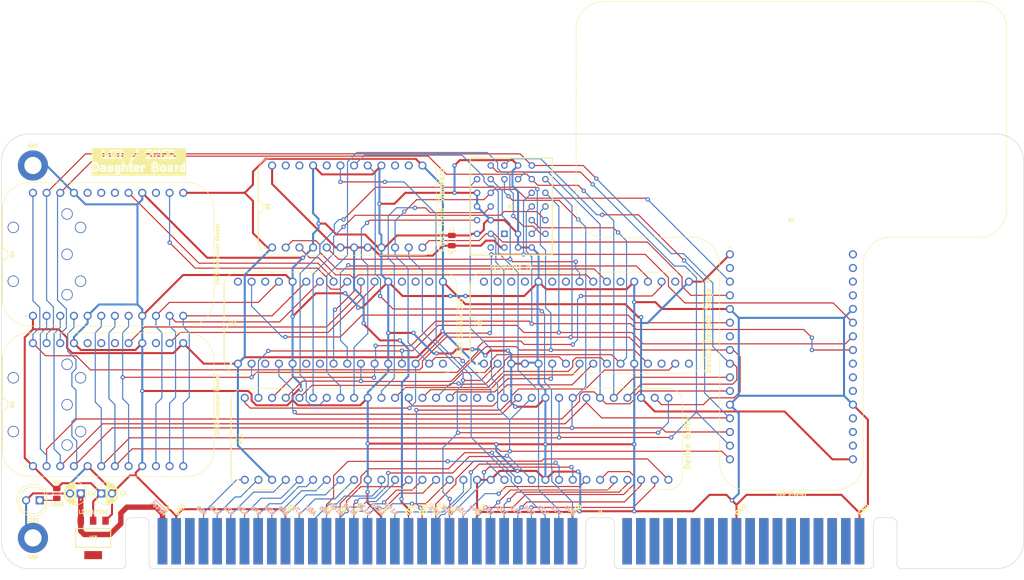
<source format=kicad_pcb>
(kicad_pcb (version 20240108) (generator "pcbnew") (generator_version "8.0")
  (layers (0 "F.Cu" signal) (31 "B.Cu" signal) (36 "B.SilkS" user "B.Silkscreen") (37 "F.SilkS" user "F.Silkscreen") (38 "B.Mask" user) (39 "F.Mask" user) (44 "Edge.Cuts" user))
  (net 0 "")
  (net 1 "/5V")
  (net 3 "/GND")
  (net 4 "/D7")
  (net 5 "/D6")
  (net 6 "/D5")
  (net 7 "/D4")
  (net 8 "/D3")
  (net 9 "/D2")
  (net 10 "/D1")
  (net 11 "/D0")
  (net 12 "/3.3V")
  (net 14 "/A11")
  (net 15 "/A10")
  (net 16 "/A9")
  (net 17 "/A8")
  (net 18 "/A7")
  (net 19 "/A6")
  (net 20 "/A5")
  (net 21 "/A4")
  (net 22 "/A3")
  (net 23 "/A2")
  (net 24 "/A1")
  (net 25 "/A0")
  (net 26 "/~{WD}")
  (net 27 "/A14")
  (net 28 "/A13")
  (net 29 "/A12")
  (net 30 "/~{RD}")
  (net 33 "/~{Device ROM}")
  (net 34 "/~{Device Registers}")
  (net 35 "/~{Device RAM}")
  (net 36 "/12V")
  (net 38 "/~{LCD Select}")
  (net 39 "/~{Device Select}")
  (net 43 "/~{Reset}")
  (net 69 "/CLK")
  (net 72 "/~{A3}")
  (net 77 "/~{Y1}")
  (net 78 "/~{Y0}")
  (net 79 "/Serial CP")
  (net 80 "/~{Serial CP}")
  (net 81 "/Serial PL")
  (net 87 "/~{Y3}")
  (net 88 "/~{Y2}")
  (net 103 "Net-(LED1-K)")
  (net 104 "/~{Reset}_{D}")
  (net 106 "/~{Select}_{D}")
  (net 107 "/D7_{D}")
  (net 108 "/D6_{D}")
  (net 109 "/D5_{D}")
  (net 110 "/D4_{D}")
  (net 111 "/D3_{D}")
  (net 112 "/D2_{D}")
  (net 113 "/D1_{D}")
  (net 114 "/D0_{D}")
  (net 115 "/~{RD}_{D}")
  (net 116 "/~{WD}_{D}")
  (net 117 "/CLK_{D}")
  (net 118 "/A14_{D}")
  (net 119 "/A13_{D}")
  (net 120 "/A12_{D}")
  (net 121 "/A11_{D}")
  (net 122 "/A10_{D}")
  (net 123 "/A9_{D}")
  (net 124 "/A8_{D}")
  (net 125 "/A7_{D}")
  (net 126 "/A6_{D}")
  (net 127 "/A5_{D}")
  (net 128 "/A4_{D}")
  (net 129 "/A3_{D}")
  (net 130 "/A2_{D}")
  (net 131 "/A1_{D}")
  (net 132 "/A0_{D}")
  (net 133 "/H2_{D}")
  (net 134 "/H1_{D}")
  (net 135 "/H0_{D}")
  (net 138 "/~{Interrupt}_{D}")
  (net 139 "/~{Enable}_{D}")
  (net 184 "/~{Reset}_{System}")
  (footprint "NetTie:NetTie-2_SMD_Pad0.5mm" (layer "F.Cu") (at 102.87 153.289 90)
    (property "Reference" "NT3" (hide yes))
    (property "Value" "NetTie_2" (hide yes))
    (fp_poly (pts (xy -0.5 -0.25) (xy 0.5 -0.25) (xy 0.5 0.25) (xy -0.5 0.25)) (fill solid) (layer "F.Cu"))
    (pad "1" smd circle (at -0.5 0 90) (size 0.5 0.5) (layers "F.Cu") (net 139 "/~{Enable}_{D}"))
    (pad "2" smd circle (at 0.5 0 90) (size 0.5 0.5) (layers "F.Cu") (net 39 "/~{Device Select}"))
  )
  (footprint "SamacSys_Parts:CP_Radial_D4.0mm_P2.00mm" (layer "F.Cu") (at 38.1 149.86)
    (property "Reference" "C3" (at 4.064 0 0) (layer "F.SilkS") (effects (font (size 0.635 0.635))))
    (property "Value" "10μF")
    (pad "1" thru_hole rect (at 0 0) (size 1.5 1.5) (drill 1) (layers "*.Cu" "*.Mask") (net 1 "/5V"))
    (pad "2" thru_hole circle (at 2 0) (size 1.5 1.5) (drill 1) (layers "*.Cu" "*.Mask") (net 3 "/GND"))
  )
  (footprint "NetTie:NetTie-2_SMD_Pad0.5mm" (layer "F.Cu") (at 95.25 153.289 90)
    (property "Reference" "NT1" (hide yes))
    (property "Value" "NetTie_2" (hide yes))
    (fp_poly (pts (xy -0.5 -0.25) (xy 0.5 -0.25) (xy 0.5 0.25) (xy -0.5 0.25)) (fill solid) (layer "F.Cu"))
    (pad "1" smd circle (at -0.5 0 90) (size 0.5 0.5) (layers "F.Cu") (net 138 "/~{Interrupt}_{D}"))
    (pad "2" smd circle (at 0.5 0 90) (size 0.5 0.5) (layers "F.Cu") (net 12 "/3.3V"))
  )
  (footprint "SamacSys_Parts:LED_D5.0mm" (layer "F.Cu") (at 26.67 151.13 180)
    (property "Reference" "LED1" (at 1.27 -3.683 180) (layer "F.SilkS") (effects (font (size 0.635 0.635))))
    (property "Value" "Colour")
    (pad "1" thru_hole rect (at 0 0 180) (size 1.5 1.5) (drill 1) (layers "*.Cu" "*.Mask") (net 103 "Net-(LED1-K)"))
    (pad "2" thru_hole circle (at 2.54 0 180) (size 1.5 1.5) (drill 1) (layers "*.Cu" "*.Mask") (net 3 "/GND"))
  )
  (footprint "HCP65_Parts:HCP65_Clock_Hold_Standard" (layer "F.Cu") (at 69.85 104.14 90)
    (property "Reference" "B6" (at 7.62 -0.762 90) (layer "F.SilkS") (effects (font (size 0.635 0.635))))
    (property "Value" "Clock Hold Standard" (hide yes))
    (fp_text user "${Silkscreen}" (at 6.985 31.496 90) (layer "F.SilkS") (effects (font (thickness 0.2) (bold yes))))
    (pad "1" thru_hole circle (at 0 0 90) (size 1.5 1.5) (drill 1) (layers "*.Cu" "*.Mask") (net 1 "/5V"))
    (pad "2" thru_hole circle (at 0 2.54 90) (size 1.5 1.5) (drill 1) (layers "*.Cu" "*.Mask") (net 35 "/~{Device RAM}"))
    (pad "3" thru_hole circle (at 0 5.08 90) (size 1.5 1.5) (drill 1) (layers "*.Cu" "*.Mask") (net 34 "/~{Device Registers}"))
    (pad "4" thru_hole circle (at 0 7.62 90) (size 1.5 1.5) (drill 1) (layers "*.Cu" "*.Mask") (net 3 "/GND"))
    (pad "5" thru_hole circle (at 0 10.16 90) (size 1.5 1.5) (drill 1) (layers "*.Cu" "*.Mask") (net 33 "/~{Device ROM}"))
    (pad "6" thru_hole circle (at 0 12.7 90) (size 1.5 1.5) (drill 1) (layers "*.Cu" "*.Mask") (net 12 "/3.3V"))
    (pad "7" thru_hole circle (at 0 15.24 90) (size 1.5 1.5) (drill 1) (layers "*.Cu" "*.Mask") (net 12 "/3.3V"))
    (pad "8" thru_hole circle (at 0 17.78 90) (size 1.5 1.5) (drill 1) (layers "*.Cu" "*.Mask") (net 12 "/3.3V"))
    (pad "9" thru_hole circle (at 0 20.32 90) (size 1.5 1.5) (drill 1) (layers "*.Cu" "*.Mask") (net 3 "/GND"))
    (pad "10" thru_hole circle (at 0 22.86 90) (size 1.5 1.5) (drill 1) (layers "*.Cu" "*.Mask") (net 30 "/~{RD}"))
    (pad "11" thru_hole circle (at 0 25.4 90) (size 1.5 1.5) (drill 1) (layers "*.Cu" "*.Mask") (net 39 "/~{Device Select}"))
    (pad "12" thru_hole circle (at 0 27.94 90) (size 1.5 1.5) (drill 1) (layers "*.Cu" "*.Mask") (net 26 "/~{WD}"))
    (pad "13" thru_hole circle (at 15.24 27.94 90) (size 1.5 1.5) (drill 1) (layers "*.Cu" "*.Mask") (net 1 "/5V"))
    (pad "14" thru_hole circle (at 15.24 25.4 90) (size 1.5 1.5) (drill 1) (layers "*.Cu" "*.Mask"))
    (pad "15" thru_hole circle (at 15.24 22.86 90) (size 1.5 1.5) (drill 1) (layers "*.Cu" "*.Mask"))
    (pad "16" thru_hole circle (at 15.24 20.32 90) (size 1.5 1.5) (drill 1) (layers "*.Cu" "*.Mask") (net 3 "/GND"))
    (pad "17" thru_hole circle (at 15.24 17.78 90) (size 1.5 1.5) (drill 1) (layers "*.Cu" "*.Mask") (net 135 "/H0_{D}"))
    (pad "18" thru_hole circle (at 15.24 15.24 90) (size 1.5 1.5) (drill 1) (layers "*.Cu" "*.Mask") (net 134 "/H1_{D}"))
    (pad "19" thru_hole circle (at 15.24 12.7 90) (size 1.5 1.5) (drill 1) (layers "*.Cu" "*.Mask") (net 133 "/H2_{D}"))
    (pad "20" thru_hole circle (at 15.24 10.16 90) (size 1.5 1.5) (drill 1) (layers "*.Cu" "*.Mask"))
    (pad "21" thru_hole circle (at 15.24 7.62 90) (size 1.5 1.5) (drill 1) (layers "*.Cu" "*.Mask") (net 3 "/GND"))
    (pad "22" thru_hole circle (at 15.24 5.08 90) (size 1.5 1.5) (drill 1) (layers "*.Cu" "*.Mask"))
    (pad "23" thru_hole circle (at 15.24 2.54 90) (size 1.5 1.5) (drill 1) (layers "*.Cu" "*.Mask"))
    (pad "24" thru_hole circle (at 15.24 0 90) (size 1.5 1.5) (drill 1) (layers "*.Cu" "*.Mask") (net 12 "/3.3V"))
  )
  (footprint "SamacSys_Parts:C_0805" (layer "F.Cu") (at 103.251 102.87)
    (property "Reference" "C1" (at 0.027 -2.075 180) (layer "F.SilkS") (effects (font (size 0.635 0.635))))
    (property "Value" "1µF" (at 0 2.032 0) (layer "F.SilkS") (effects (font (size 0.635 0.635))))
    (pad "1" smd roundrect (at 0 0.934 90) (size 1 1.45) (layers "F.Cu" "F.Paste" "F.Mask") (net 12 "/3.3V"))
    (pad "2" smd roundrect (at 0 -0.966 90) (size 1 1.45) (layers "F.Cu" "F.Paste" "F.Mask") (net 3 "/GND"))
  )
  (footprint "SamacSys_Parts:CP_Radial_D4.0mm_P2.00mm" (layer "F.Cu") (at 34.29 149.86 180)
    (property "Reference" "C4" (at -1.905 0 180) (layer "F.SilkS") (effects (font (size 0.635 0.635))))
    (property "Value" "10μF")
    (pad "1" thru_hole rect (at 0 0 180) (size 1.5 1.5) (drill 1) (layers "*.Cu" "*.Mask") (net 36 "/12V"))
    (pad "2" thru_hole circle (at 2 0 180) (size 1.5 1.5) (drill 1) (layers "*.Cu" "*.Mask") (net 3 "/GND"))
  )
  (footprint "HCP65_Parts:HCP65_SNES_Controller_Reader" (layer "F.Cu") (at 25.4 116.84 90)
    (property "Reference" "B4" (at 11.43 -3.81 90) (layer "F.SilkS") (effects (font (size 0.635 0.635))))
    (property "Value" "SNES Controller Reader" (hide yes))
    (fp_text user "${Silkscreen}" (at 11.43 34.29 90) (layer "F.SilkS") (effects (font (size 0.635 0.635))))
    (pad "" np_thru_hole circle (at 3.93 6.35) (size 2.1 2.1) (drill 1.8) (layers "F&B.Cu" "*.Mask"))
    (pad "" np_thru_hole circle (at 6.43 -3.65) (size 2.1 2.1) (drill 1.8) (layers "F&B.Cu" "*.Mask"))
    (pad "" np_thru_hole circle (at 6.43 8.85) (size 2.1 2.1) (drill 1.8) (layers "F&B.Cu" "*.Mask"))
    (pad "" np_thru_hole circle (at 11.43 6.35) (size 2.1 2.1) (drill 1.8) (layers "F&B.Cu" "*.Mask"))
    (pad "" np_thru_hole circle (at 16.43 -3.65) (size 2.1 2.1) (drill 1.8) (layers "F&B.Cu" "*.Mask"))
    (pad "" np_thru_hole circle (at 16.43 8.85) (size 2.1 2.1) (drill 1.8) (layers "F&B.Cu" "*.Mask"))
    (pad "" np_thru_hole circle (at 18.93 6.35) (size 2.1 2.1) (drill 1.8) (layers "F&B.Cu" "*.Mask"))
    (pad "1" thru_hole circle (at 0 0 90) (size 1.5 1.5) (drill 1) (layers "*.Cu" "*.Mask") (net 1 "/5V"))
    (pad "2" thru_hole circle (at 0 2.54 90) (size 1.5 1.5) (drill 1) (layers "*.Cu" "*.Mask") (net 8 "/D3"))
    (pad "3" thru_hole circle (at 0 5.08 90) (size 1.5 1.5) (drill 1) (layers "*.Cu" "*.Mask") (net 7 "/D4"))
    (pad "4" thru_hole circle (at 0 7.62 90) (size 1.5 1.5) (drill 1) (layers "*.Cu" "*.Mask") (net 6 "/D5"))
    (pad "5" thru_hole circle (at 0 10.16 90) (size 1.5 1.5) (drill 1) (layers "*.Cu" "*.Mask") (net 3 "/GND"))
    (pad "6" thru_hole circle (at 0 12.7 90) (size 1.5 1.5) (drill 1) (layers "*.Cu" "*.Mask") (net 5 "/D6"))
    (pad "7" thru_hole circle (at 0 15.24 90) (size 1.5 1.5) (drill 1) (layers "*.Cu" "*.Mask") (net 4 "/D7"))
    (pad "8" thru_hole circle (at 0 17.78 90) (size 1.5 1.5) (drill 1) (layers "*.Cu" "*.Mask") (net 43 "/~{Reset}"))
    (pad "9" thru_hole circle (at 0 20.32 90) (size 1.5 1.5) (drill 1) (layers "*.Cu" "*.Mask") (net 3 "/GND"))
    (pad "10" thru_hole circle (at 0 22.86 90) (size 1.5 1.5) (drill 1) (layers "*.Cu" "*.Mask") (net 81 "/Serial PL"))
    (pad "11" thru_hole circle (at 0 25.4 90) (size 1.5 1.5) (drill 1) (layers "*.Cu" "*.Mask") (net 79 "/Serial CP"))
    (pad "12" thru_hole circle (at 0 27.94 90) (size 1.5 1.5) (drill 1) (layers "*.Cu" "*.Mask") (net 80 "/~{Serial CP}"))
    (pad "13" thru_hole circle (at 22.86 27.94 90) (size 1.5 1.5) (drill 1) (layers "*.Cu" "*.Mask") (net 1 "/5V"))
    (pad "14" thru_hole circle (at 22.86 25.4 90) (size 1.5 1.5) (drill 1) (layers "*.Cu" "*.Mask") (net 77 "/~{Y1}"))
    (pad "15" thru_hole circle (at 22.86 22.86 90) (size 1.5 1.5) (drill 1) (layers "*.Cu" "*.Mask"))
    (pad "16" thru_hole circle (at 22.86 20.32 90) (size 1.5 1.5) (drill 1) (layers "*.Cu" "*.Mask") (net 3 "/GND"))
    (pad "17" thru_hole circle (at 22.86 17.78 90) (size 1.5 1.5) (drill 1) (layers "*.Cu" "*.Mask") (net 78 "/~{Y0}"))
    (pad "18" thru_hole circle (at 22.86 15.24 90) (size 1.5 1.5) (drill 1) (layers "*.Cu" "*.Mask"))
    (pad "19" thru_hole circle (at 22.86 12.7 90) (size 1.5 1.5) (drill 1) (layers "*.Cu" "*.Mask"))
    (pad "20" thru_hole circle (at 22.86 10.16 90) (size 1.5 1.5) (drill 1) (layers "*.Cu" "*.Mask"))
    (pad "21" thru_hole circle (at 22.86 7.62 90) (size 1.5 1.5) (drill 1) (layers "*.Cu" "*.Mask") (net 3 "/GND"))
    (pad "22" thru_hole circle (at 22.86 5.08 90) (size 1.5 1.5) (drill 1) (layers "*.Cu" "*.Mask") (net 9 "/D2"))
    (pad "23" thru_hole circle (at 22.86 2.54 90) (size 1.5 1.5) (drill 1) (layers "*.Cu" "*.Mask") (net 10 "/D1"))
    (pad "24" thru_hole circle (at 22.86 0 90) (size 1.5 1.5) (drill 1) (layers "*.Cu" "*.Mask") (net 11 "/D0"))
  )
  (footprint "HCP65_Parts:HCP65_LCD_Display" (layer "F.Cu") (at 154.94 105.41)
    (property "Reference" "B1" (at 11.43 -6.35 0) (layer "F.SilkS") (effects (font (size 0.635 0.635))))
    (property "Value" "LCD Display" (hide yes))
    (fp_text user "${Silkscreen}" (at 11.43 44.45 0) (layer "F.SilkS") (effects (font (size 0.635 0.635))))
    (pad "1" thru_hole circle (at 0 0) (size 1.5 1.5) (drill 1) (layers "*.Cu" "*.Mask") (net 1 "/5V"))
    (pad "2" thru_hole circle (at 0 2.54) (size 1.5 1.5) (drill 1) (layers "*.Cu" "*.Mask"))
    (pad "3" thru_hole circle (at 0 5.08) (size 1.5 1.5) (drill 1) (layers "*.Cu" "*.Mask") (net 30 "/~{RD}"))
    (pad "4" thru_hole circle (at 0 7.62) (size 1.5 1.5) (drill 1) (layers "*.Cu" "*.Mask") (net 26 "/~{WD}"))
    (pad "5" thru_hole circle (at 0 10.16) (size 1.5 1.5) (drill 1) (layers "*.Cu" "*.Mask") (net 3 "/GND"))
    (pad "6" thru_hole circle (at 0 12.7) (size 1.5 1.5) (drill 1) (layers "*.Cu" "*.Mask") (net 38 "/~{LCD Select}"))
    (pad "7" thru_hole circle (at 0 15.24) (size 1.5 1.5) (drill 1) (layers "*.Cu" "*.Mask"))
    (pad "8" thru_hole circle (at 0 17.78) (size 1.5 1.5) (drill 1) (layers "*.Cu" "*.Mask") (net 11 "/D0"))
    (pad "9" thru_hole circle (at 0 20.32) (size 1.5 1.5) (drill 1) (layers "*.Cu" "*.Mask") (net 10 "/D1"))
    (pad "10" thru_hole circle (at 0 22.86) (size 1.5 1.5) (drill 1) (layers "*.Cu" "*.Mask") (net 9 "/D2"))
    (pad "11" thru_hole circle (at 0 25.4) (size 1.5 1.5) (drill 1) (layers "*.Cu" "*.Mask") (net 8 "/D3"))
    (pad "12" thru_hole circle (at 0 27.94) (size 1.5 1.5) (drill 1) (layers "*.Cu" "*.Mask") (net 3 "/GND"))
    (pad "13" thru_hole circle (at 0 30.48) (size 1.5 1.5) (drill 1) (layers "*.Cu" "*.Mask") (net 7 "/D4"))
    (pad "14" thru_hole circle (at 0 33.02) (size 1.5 1.5) (drill 1) (layers "*.Cu" "*.Mask") (net 6 "/D5"))
    (pad "15" thru_hole circle (at 0 35.56) (size 1.5 1.5) (drill 1) (layers "*.Cu" "*.Mask") (net 5 "/D6"))
    (pad "16" thru_hole circle (at 0 38.1) (size 1.5 1.5) (drill 1) (layers "*.Cu" "*.Mask") (net 4 "/D7"))
    (pad "17" thru_hole circle (at 22.86 38.1) (size 1.5 1.5) (drill 1) (layers "*.Cu" "*.Mask") (net 1 "/5V"))
    (pad "18" thru_hole circle (at 22.86 35.56) (size 1.5 1.5) (drill 1) (layers "*.Cu" "*.Mask"))
    (pad "19" thru_hole circle (at 22.86 33.02) (size 1.5 1.5) (drill 1) (layers "*.Cu" "*.Mask"))
    (pad "20" thru_hole circle (at 22.86 30.48) (size 1.5 1.5) (drill 1) (layers "*.Cu" "*.Mask"))
    (pad "21" thru_hole circle (at 22.86 27.94) (size 1.5 1.5) (drill 1) (layers "*.Cu" "*.Mask") (net 3 "/GND"))
    (pad "22" thru_hole circle (at 22.86 25.4) (size 1.5 1.5) (drill 1) (layers "*.Cu" "*.Mask"))
    (pad "23" thru_hole circle (at 22.86 22.86) (size 1.5 1.5) (drill 1) (layers "*.Cu" "*.Mask"))
    (pad "24" thru_hole circle (at 22.86 20.32) (size 1.5 1.5) (drill 1) (layers "*.Cu" "*.Mask"))
    (pad "25" thru_hole circle (at 22.86 17.78) (size 1.5 1.5) (drill 1) (layers "*.Cu" "*.Mask") (net 23 "/A2"))
    (pad "26" thru_hole circle (at 22.86 15.24) (size 1.5 1.5) (drill 1) (layers "*.Cu" "*.Mask") (net 24 "/A1"))
    (pad "27" thru_hole circle (at 22.86 12.7) (size 1.5 1.5) (drill 1) (layers "*.Cu" "*.Mask") (net 25 "/A0"))
    (pad "28" thru_hole circle (at 22.86 10.16) (size 1.5 1.5) (drill 1) (layers "*.Cu" "*.Mask") (net 3 "/GND"))
    (pad "29" thru_hole circle (at 22.86 7.62) (size 1.5 1.5) (drill 1) (layers "*.Cu" "*.Mask"))
    (pad "30" thru_hole circle (at 22.86 5.08) (size 1.5 1.5) (drill 1) (layers "*.Cu" "*.Mask"))
    (pad "31" thru_hole circle (at 22.86 2.54) (size 1.5 1.5) (drill 1) (layers "*.Cu" "*.Mask"))
    (pad "32" thru_hole circle (at 22.86 0) (size 1.5 1.5) (drill 1) (layers "*.Cu" "*.Mask"))
  )
  (footprint "HCP65_Parts:HCP65_MountingHole_M3_" (layer "F.Cu") (at 25.4 88.9)
    (property "Reference" "H7" (hide yes))
    (property "Value" "MountingHole_Pad")
    (fp_text user "GND" (at 0 -3.683 0) (layer "F.SilkS") (effects (font (size 0.635 0.635))))
    (pad "1" thru_hole circle (at 0 0) (size 5.6 5.6) (drill 3.2) (layers "*.Cu" "*.Mask") (net 3 "/GND"))
  )
  (footprint "HCP65_Parts:HCP65_SNES_Controller_Reader" (layer "F.Cu") (at 25.4 144.78 90)
    (property "Reference" "B5" (at 11.43 -3.81 90) (layer "F.SilkS") (effects (font (size 0.635 0.635))))
    (property "Value" "SNES Controller Reader" (hide yes))
    (fp_text user "${Silkscreen}" (at 11.43 34.29 90) (layer "F.SilkS") (effects (font (size 0.635 0.635))))
    (pad "" np_thru_hole circle (at 3.93 6.35) (size 2.1 2.1) (drill 1.8) (layers "F&B.Cu" "*.Mask"))
    (pad "" np_thru_hole circle (at 6.43 -3.65) (size 2.1 2.1) (drill 1.8) (layers "F&B.Cu" "*.Mask"))
    (pad "" np_thru_hole circle (at 6.43 8.85) (size 2.1 2.1) (drill 1.8) (layers "F&B.Cu" "*.Mask"))
    (pad "" np_thru_hole circle (at 11.43 6.35) (size 2.1 2.1) (drill 1.8) (layers "F&B.Cu" "*.Mask"))
    (pad "" np_thru_hole circle (at 16.43 -3.65) (size 2.1 2.1) (drill 1.8) (layers "F&B.Cu" "*.Mask"))
    (pad "" np_thru_hole circle (at 16.43 8.85) (size 2.1 2.1) (drill 1.8) (layers "F&B.Cu" "*.Mask"))
    (pad "" np_thru_hole circle (at 18.93 6.35) (size 2.1 2.1) (drill 1.8) (layers "F&B.Cu" "*.Mask"))
    (pad "1" thru_hole circle (at 0 0 90) (size 1.5 1.5) (drill 1) (layers "*.Cu" "*.Mask") (net 1 "/5V"))
    (pad "2" thru_hole circle (at 0 2.54 90) (size 1.5 1.5) (drill 1) (layers "*.Cu" "*.Mask") (net 8 "/D3"))
    (pad "3" thru_hole circle (at 0 5.08 90) (size 1.5 1.5) (drill 1) (layers "*.Cu" "*.Mask") (net 7 "/D4"))
    (pad "4" thru_hole circle (at 0 7.62 90) (size 1.5 1.5) (drill 1) (layers "*.Cu" "*.Mask") (net 6 "/D5"))
    (pad "5" thru_hole circle (at 0 10.16 90) (size 1.5 1.5) (drill 1) (layers "*.Cu" "*.Mask") (net 3 "/GND"))
    (pad "6" thru_hole circle (at 0 12.7 90) (size 1.5 1.5) (drill 1) (layers "*.Cu" "*.Mask") (net 5 "/D6"))
    (pad "7" thru_hole circle (at 0 15.24 90) (size 1.5 1.5) (drill 1) (layers "*.Cu" "*.Mask") (net 4 "/D7"))
    (pad "8" thru_hole circle (at 0 17.78 90) (size 1.5 1.5) (drill 1) (layers "*.Cu" "*.Mask") (net 43 "/~{Reset}"))
    (pad "9" thru_hole circle (at 0 20.32 90) (size 1.5 1.5) (drill 1) (layers "*.Cu" "*.Mask") (net 3 "/GND"))
    (pad "10" thru_hole circle (at 0 22.86 90) (size 1.5 1.5) (drill 1) (layers "*.Cu" "*.Mask") (net 81 "/Serial PL"))
    (pad "11" thru_hole circle (at 0 25.4 90) (size 1.5 1.5) (drill 1) (layers "*.Cu" "*.Mask") (net 79 "/Serial CP"))
    (pad "12" thru_hole circle (at 0 27.94 90) (size 1.5 1.5) (drill 1) (layers "*.Cu" "*.Mask") (net 80 "/~{Serial CP}"))
    (pad "13" thru_hole circle (at 22.86 27.94 90) (size 1.5 1.5) (drill 1) (layers "*.Cu" "*.Mask") (net 1 "/5V"))
    (pad "14" thru_hole circle (at 22.86 25.4 90) (size 1.5 1.5) (drill 1) (layers "*.Cu" "*.Mask") (net 87 "/~{Y3}"))
    (pad "15" thru_hole circle (at 22.86 22.86 90) (size 1.5 1.5) (drill 1) (layers "*.Cu" "*.Mask"))
    (pad "16" thru_hole circle (at 22.86 20.32 90) (size 1.5 1.5) (drill 1) (layers "*.Cu" "*.Mask") (net 3 "/GND"))
    (pad "17" thru_hole circle (at 22.86 17.78 90) (size 1.5 1.5) (drill 1) (layers "*.Cu" "*.Mask") (net 88 "/~{Y2}"))
    (pad "18" thru_hole circle (at 22.86 15.24 90) (size 1.5 1.5) (drill 1) (layers "*.Cu" "*.Mask"))
    (pad "19" thru_hole circle (at 22.86 12.7 90) (size 1.5 1.5) (drill 1) (layers "*.Cu" "*.Mask"))
    (pad "20" thru_hole circle (at 22.86 10.16 90) (size 1.5 1.5) (drill 1) (layers "*.Cu" "*.Mask"))
    (pad "21" thru_hole circle (at 22.86 7.62 90) (size 1.5 1.5) (drill 1) (layers "*.Cu" "*.Mask") (net 3 "/GND"))
    (pad "22" thru_hole circle (at 22.86 5.08 90) (size 1.5 1.5) (drill 1) (layers "*.Cu" "*.Mask") (net 9 "/D2"))
    (pad "23" thru_hole circle (at 22.86 2.54 90) (size 1.5 1.5) (drill 1) (layers "*.Cu" "*.Mask") (net 10 "/D1"))
    (pad "24" thru_hole circle (at 22.86 0 90) (size 1.5 1.5) (drill 1) (layers "*.Cu" "*.Mask") (net 11 "/D0"))
  )
  (footprint "SamacSys_Parts:R_0805" (layer "F.Cu") (at 29.845 149.86)
    (property "Reference" "R2" (at 0 -2.032 180) (layer "F.SilkS") (effects (font (size 0.635 0.635))))
    (property "Value" "10KΩ" (at 0 2.032 0) (layer "F.SilkS") (effects (font (size 0.635 0.635))))
    (pad "1" smd roundrect (at -0.01 0.9125 90) (size 1.025 1.4) (layers "F.Cu" "F.Paste" "F.Mask") (roundrect_rratio 0.243902) (net 103 "Net-(LED1-K)"))
    (pad "2" smd roundrect (at -0.01 -0.9125 90) (size 1.025 1.4) (layers "F.Cu" "F.Paste" "F.Mask") (roundrect_rratio 0.243902) (net 1 "/5V"))
  )
  (footprint "HCP65_Parts:HCP65_Device_Buffer" (layer "F.Cu") (at 64.77 147.32 90)
    (property "Reference" "B16" (at 7.62 -0.762 90) (layer "F.SilkS") (effects (font (size 0.635 0.635))))
    (property "Value" "Device Buffer" (hide yes))
    (fp_text user "${Silkscreen}" (at 6.985 82.296 90) (layer "F.SilkS") (effects (font (thickness 0.2) (bold yes))))
    (pad "1" thru_hole circle (at 0 0 90) (size 1.5 1.5) (drill 1) (layers "*.Cu" "*.Mask") (net 132 "/A0_{D}"))
    (pad "2" thru_hole circle (at 0 2.54 90) (size 1.5 1.5) (drill 1) (layers "*.Cu" "*.Mask") (net 131 "/A1_{D}"))
    (pad "3" thru_hole circle (at 0 5.08 90) (size 1.5 1.5) (drill 1) (layers "*.Cu" "*.Mask") (net 1 "/5V"))
    (pad "4" thru_hole circle (at 0 7.62 90) (size 1.5 1.5) (drill 1) (layers "*.Cu" "*.Mask") (net 130 "/A2_{D}"))
    (pad "5" thru_hole circle (at 0 10.16 90) (size 1.5 1.5) (drill 1) (layers "*.Cu" "*.Mask") (net 129 "/A3_{D}"))
    (pad "6" thru_hole circle (at 0 12.7 90) (size 1.5 1.5) (drill 1) (layers "*.Cu" "*.Mask") (net 128 "/A4_{D}"))
    (pad "7" thru_hole circle (at 0 15.24 90) (size 1.5 1.5) (drill 1) (layers "*.Cu" "*.Mask") (net 127 "/A5_{D}"))
    (pad "8" thru_hole circle (at 0 17.78 90) (size 1.5 1.5) (drill 1) (layers "*.Cu" "*.Mask") (net 126 "/A6_{D}"))
    (pad "9" thru_hole circle (at 0 20.32 90) (size 1.5 1.5) (drill 1) (layers "*.Cu" "*.Mask") (net 125 "/A7_{D}"))
    (pad "10" thru_hole circle (at 0 22.86 90) (size 1.5 1.5) (drill 1) (layers "*.Cu" "*.Mask") (net 3 "/GND"))
    (pad "11" thru_hole circle (at 0 25.4 90) (size 1.5 1.5) (drill 1) (layers "*.Cu" "*.Mask") (net 124 "/A8_{D}"))
    (pad "12" thru_hole circle (at 0 27.94 90) (size 1.5 1.5) (drill 1) (layers "*.Cu" "*.Mask") (net 123 "/A9_{D}"))
    (pad "13" thru_hole circle (at 0 30.48 90) (size 1.5 1.5) (drill 1) (layers "*.Cu" "*.Mask") (net 122 "/A10_{D}"))
    (pad "14" thru_hole circle (at 0 33.02 90) (size 1.5 1.5) (drill 1) (layers "*.Cu" "*.Mask") (net 121 "/A11_{D}"))
    (pad "15" thru_hole circle (at 0 35.56 90) (size 1.5 1.5) (drill 1) (layers "*.Cu" "*.Mask") (net 120 "/A12_{D}"))
    (pad "16" thru_hole circle (at 0 38.1 90) (size 1.5 1.5) (drill 1) (layers "*.Cu" "*.Mask") (net 119 "/A13_{D}"))
    (pad "17" thru_hole circle (at 0 40.64 90) (size 1.5 1.5) (drill 1) (layers "*.Cu" "*.Mask") (net 118 "/A14_{D}"))
    (pad "18" thru_hole circle (at 0 43.18 90) (size 1.5 1.5) (drill 1) (layers "*.Cu" "*.Mask") (net 3 "/GND"))
    (pad "19" thru_hole circle (at 0 45.72 90) (size 1.5 1.5) (drill 1) (layers "*.Cu" "*.Mask") (net 3 "/GND"))
    (pad "20" thru_hole circle (at 0 48.26 90) (size 1.5 1.5) (drill 1) (layers "*.Cu" "*.Mask") (net 115 "/~{RD}_{D}"))
    (pad "21" thru_hole circle (at 0 50.8 90) (size 1.5 1.5) (drill 1) (layers "*.Cu" "*.Mask") (net 116 "/~{WD}_{D}"))
    (pad "22" thru_hole circle (at 0 53.34 90) (size 1.5 1.5) (drill 1) (layers "*.Cu" "*.Mask") (net 117 "/CLK_{D}"))
    (pad "23" thru_hole circle (at 0 55.88 90) (size 1.5 1.5) (drill 1) (layers "*.Cu" "*.Mask") (net 3 "/GND"))
    (pad "24" thru_hole circle (at 0 58.42 90) (size 1.5 1.5) (drill 1) (layers "*.Cu" "*.Mask") (net 107 "/D7_{D}"))
    (pad "25" thru_hole circle (at 0 60.96 90) (size 1.5 1.5) (drill 1) (layers "*.Cu" "*.Mask") (net 108 "/D6_{D}"))
    (pad "26" thru_hole circle (at 0 63.5 90) (size 1.5 1.5) (drill 1) (layers "*.Cu" "*.Mask") (net 109 "/D5_{D}"))
    (pad "27" thru_hole circle (at 0 66.04 90) (size 1.5 1.5) (drill 1) (layers "*.Cu" "*.Mask") (net 110 "/D4_{D}"))
    (pad "28" thru_hole circle (at 0 68.58 90) (size 1.5 1.5) (drill 1) (layers "*.Cu" "*.Mask") (net 111 "/D3_{D}"))
    (pad "29" thru_hole circle (at 0 71.12 90) (size 1.5 1.5) (drill 1) (layers "*.Cu" "*.Mask") (net 112 "/D2_{D}"))
    (pad "30" thru_hole circle (at 0 73.66 90) (size 1.5 1.5) (drill 1) (layers "*.Cu" "*.Mask") (net 113 "/D1_{D}"))
    (pad "31" thru_hole circle (at 0 76.2 90) (size 1.5 1.5) (drill 1) (layers "*.Cu" "*.Mask") (net 114 "/D0_{D}"))
    (pad "32" thru_hole circle (at 0 78.74 90) (size 1.5 1.5) (drill 1) (layers "*.Cu" "*.Mask") (net 106 "/~{Select}_{D}"))
    (pad "33" thru_hole circle (at 15.24 78.74 90) (size 1.5 1.5) (drill 1) (layers "*.Cu" "*.Mask") (net 39 "/~{Device Select}"))
    (pad "34" thru_hole circle (at 15.24 76.2 90) (size 1.5 1.5) (drill 1) (layers "*.Cu" "*.Mask") (net 11 "/D0"))
    (pad "35" thru_hole circle (at 15.24 73.66 90) (size 1.5 1.5) (drill 1) (layers "*.Cu" "*.Mask") (net 1 "/5V"))
    (pad "36" thru_hole circle (at 15.24 71.12 90) (size 1.5 1.5) (drill 1) (layers "*.Cu" "*.Mask") (net 10 "/D1"))
    (pad "37" thru_hole circle (at 15.24 68.58 90) (size 1.5 1.5) (drill 1) (layers "*.Cu" "*.Mask") (net 9 "/D2"))
    (pad "38" thru_hole circle (at 15.24 66.04 90) (size 1.5 1.5) (drill 1) (layers "*.Cu" "*.Mask") (net 8 "/D3"))
    (pad "39" thru_hole circle (at 15.24 63.5 90) (size 1.5 1.5) (drill 1) (layers "*.Cu" "*.Mask") (net 7 "/D4"))
    (pad "40" thru_hole circle (at 15.24 60.96 90) (size 1.5 1.5) (drill 1) (layers "*.Cu" "*.Mask") (net 6 "/D5"))
    (pad "41" thru_hole circle (at 15.24 58.42 90) (size 1.5 1.5) (drill 1) (layers "*.Cu" "*.Mask") (net 5 "/D6"))
    (pad "42" thru_hole circle (at 15.24 55.88 90) (size 1.5 1.5) (drill 1) (layers "*.Cu" "*.Mask") (net 3 "/GND"))
    (pad "43" thru_hole circle (at 15.24 53.34 90) (size 1.5 1.5) (drill 1) (layers "*.Cu" "*.Mask") (net 4 "/D7"))
    (pad "44" thru_hole circle (at 15.24 50.8 90) (size 1.5 1.5) (drill 1) (layers "*.Cu" "*.Mask") (net 69 "/CLK"))
    (pad "45" thru_hole circle (at 15.24 48.26 90) (size 1.5 1.5) (drill 1) (layers "*.Cu" "*.Mask") (net 26 "/~{WD}"))
    (pad "46" thru_hole circle (at 15.24 45.72 90) (size 1.5 1.5) (drill 1) (layers "*.Cu" "*.Mask") (net 30 "/~{RD}"))
    (pad "47" thru_hole circle (at 15.24 43.18 90) (size 1.5 1.5) (drill 1) (layers "*.Cu" "*.Mask"))
    (pad "48" thru_hole circle (at 15.24 40.64 90) (size 1.5 1.5) (drill 1) (layers "*.Cu" "*.Mask"))
    (pad "49" thru_hole circle (at 15.24 38.1 90) (size 1.5 1.5) (drill 1) (layers "*.Cu" "*.Mask") (net 27 "/A14"))
    (pad "50" thru_hole circle (at 15.24 35.56 90) (size 1.5 1.5) (drill 1) (layers "*.Cu" "*.Mask") (net 28 "/A13"))
    (pad "51" thru_hole circle (at 15.24 33.02 90) (size 1.5 1.5) (drill 1) (layers "*.Cu" "*.Mask") (net 29 "/A12"))
    (pad "52" thru_hole circle (at 15.24 30.48 90) (size 1.5 1.5) (drill 1) (layers "*.Cu" "*.Mask") (net 14 "/A11"))
    (pad "53" thru_hole circle (at 15.24 27.94 90) (size 1.5 1.5) (drill 1) (layers "*.Cu" "*.Mask") (net 15 "/A10"))
    (pad "54" thru_hole circle (at 15.24 25.4 90) (size 1.5 1.5) (drill 1) (layers "*.Cu" "*.Mask") (net 16 "/A9"))
    (pad "55" thru_hole circle (at 15.24 22.86 90) (size 1.5 1.5) (drill 1) (layers "*.Cu" "*.Mask") (net 3 "/GND"))
    (pad "56" thru_hole circle (at 15.24 20.32 90) (size 1.5 1.5) (drill 1) (layers "*.Cu" "*.Mask") (net 17 "/A8"))
    (pad "57" thru_hole circle (at 15.24 17.78 90) (size 1.5 1.5) (drill 1) (layers "*.Cu" "*.Mask") (net 18 "/A7"))
    (pad "58" thru_hole circle (at 15.24 15.24 90) (size 1.5 1.5) (drill 1) (layers "*.Cu" "*.Mask") (net 19 "/A6"))
    (pad "59" thru_hole circle (at 15.24 12.7 90) (size 1.5 1.5) (drill 1) (layers "*.Cu" "*.Mask") (net 20 "/A5"))
    (pad "60" thru_hole circle (at 15.24 10.16 90) (size 1.5 1.5) (drill 1) (layers "*.Cu" "*.Mask") (net 21 "/A4"))
    (pad "61" thru_hole circle (at 15.24 7.62 90) (size 1.5 1.5) (drill 1) (layers "*.Cu" "*.Mask") (net 22 "/A3"))
    (pad "62" thru_hole circle (at 15.24 5.08 90) (size 1.5 1.5) (drill 1) (layers "*.Cu" "*.Mask") (net 23 "/A2"))
    (pad "63" thru_hole circle (at 15.24 2.54 90) (size 1.5 1.5) (drill 1) (layers "*.Cu" "*.Mask") (net 24 "/A1"))
    (pad "64" thru_hole circle (at 15.24 0 90) (size 1.5 1.5) (drill 1) (layers "*.Cu" "*.Mask") (net 25 "/A0"))
  )
  (footprint "HCP65_Parts:HCP65_MountingHole_M3_" (layer "F.Cu") (at 25.4 158.115)
    (property "Reference" "H10" (hide yes))
    (property "Value" "MountingHole_Pad")
    (fp_text user "GND" (at 0 3.556 0) (layer "F.SilkS") (effects (font (size 0.635 0.635))))
    (pad "1" thru_hole circle (at 0 0) (size 5.6 5.6) (drill 3.2) (layers "*.Cu" "*.Mask") (net 3 "/GND"))
  )
  (footprint "SamacSys_Parts:98pin Edge Connector" (layer "F.Cu") (at 42.1132 163.83)
    (property "Reference" "J1" (at 88.707048 -10.414 0) (layer "F.SilkS") (effects (font (size 0.635 0.635))))
    (property "Value" "395-098-520-350")
    (fp_line (start 0.5 -8.413) (end 0.5 -0.5) (stroke (width 0.1)) (layer "Edge.Cuts"))
    (fp_line (start 0.5 -0.5) (end 0 0) (stroke (width 0.1)) (layer "Edge.Cuts"))
    (fp_line (start 3.81 -9.479799) (end 1.577048 -9.479799) (stroke (width 0.1)) (layer "Edge.Cuts"))
    (fp_line (start 4.887048 -8.413) (end 4.887048 -0.5) (stroke (width 0.1)) (layer "Edge.Cuts"))
    (fp_line (start 4.887048 -0.5) (end 5.387048 0) (stroke (width 0.1)) (layer "Edge.Cuts"))
    (fp_line (start 85.540048 0) (end 5.387048 0) (stroke (width 0.1)) (layer "Edge.Cuts"))
    (fp_line (start 86.040048 -8.4) (end 86.040048 -0.5) (stroke (width 0.1)) (layer "Edge.Cuts"))
    (fp_line (start 86.040048 -0.5) (end 85.540048 0) (stroke (width 0.1)) (layer "Edge.Cuts"))
    (fp_line (start 87.117096 -9.466799) (end 90.297 -9.466799) (stroke (width 0.1)) (layer "Edge.Cuts"))
    (fp_line (start 91.374048 -8.4) (end 91.374048 -0.5) (stroke (width 0.1)) (layer "Edge.Cuts"))
    (fp_line (start 91.374048 -0.5) (end 91.874048 0) (stroke (width 0.1)) (layer "Edge.Cuts"))
    (fp_line (start 138.999048 0) (end 91.874048 0) (stroke (width 0.1)) (layer "Edge.Cuts"))
    (fp_line (start 139.499048 -8.4) (end 139.499048 -0.5) (stroke (width 0.1)) (layer "Edge.Cuts"))
    (fp_line (start 139.499048 -0.5) (end 138.999048 0) (stroke (width 0.1)) (layer "Edge.Cuts"))
    (fp_line (start 140.576096 -9.466799) (end 142.809048 -9.466799) (stroke (width 0.1)) (layer "Edge.Cuts"))
    (fp_line (start 143.886096 -8.4) (end 143.886096 -0.5) (stroke (width 0.1)) (layer "Edge.Cuts"))
    (fp_line (start 143.886096 -0.5) (end 144.386096 0) (stroke (width 0.1)) (layer "Edge.Cuts"))
    (fp_arc (start 0.5 -8.413) (mid 0.817585 -9.169461) (end 1.577048 -9.479799) (stroke (width 0.1)) (layer "Edge.Cuts"))
    (fp_arc (start 3.81 -9.479799) (mid 4.569467 -9.169465) (end 4.887048 -8.413) (stroke (width 0.1)) (layer "Edge.Cuts"))
    (fp_arc (start 86.040048 -8.4) (mid 86.357626 -9.156454) (end 87.117096 -9.466799) (stroke (width 0.1)) (layer "Edge.Cuts"))
    (fp_arc (start 90.297 -9.466799) (mid 91.056476 -9.156459) (end 91.374048 -8.4) (stroke (width 0.1)) (layer "Edge.Cuts"))
    (fp_arc (start 139.499048 -8.4) (mid 139.816626 -9.156454) (end 140.576096 -9.466799) (stroke (width 0.1)) (layer "Edge.Cuts"))
    (fp_arc (start 142.809048 -9.466799) (mid 143.568523 -9.156472) (end 143.886096 -8.4) (stroke (width 0.1)) (layer "Edge.Cuts"))
    (pad "A1" connect rect (at 7.366 -5.08) (size 1.78 8.62) (layers "B.Cu" "B.Mask") (net 184 "/~{Reset}_{System}"))
    (pad "A2" connect rect (at 9.906 -5.08) (size 1.78 8.62) (layers "B.Cu" "B.Mask"))
    (pad "A3" connect rect (at 12.446 -5.08) (size 1.78 8.62) (layers "B.Cu" "B.Mask"))
    (pad "A4" connect rect (at 14.986 -5.08) (size 1.78 8.62) (layers "B.Cu" "B.Mask") (net 132 "/A0_{D}"))
    (pad "A5" connect rect (at 17.526 -5.08) (size 1.78 8.62) (layers "B.Cu" "B.Mask") (net 131 "/A1_{D}"))
    (pad "A6" connect rect (at 20.066 -5.08) (size 1.78 8.62) (layers "B.Cu" "B.Mask") (net 130 "/A2_{D}"))
    (pad "A7" connect rect (at 22.606 -5.08) (size 1.78 8.62) (layers "B.Cu" "B.Mask") (net 129 "/A3_{D}"))
    (pad "A8" connect rect (at 25.146 -5.08) (size 1.78 8.62) (layers "B.Cu" "B.Mask") (net 128 "/A4_{D}"))
    (pad "A9" connect rect (at 27.686 -5.08) (size 1.78 8.62) (layers "B.Cu" "B.Mask") (net 127 "/A5_{D}"))
    (pad "A10" connect rect (at 30.226 -5.08) (size 1.78 8.62) (layers "B.Cu" "B.Mask") (net 126 "/A6_{D}"))
    (pad "A11" connect rect (at 32.766 -5.08) (size 1.78 8.62) (layers "B.Cu" "B.Mask") (net 125 "/A7_{D}"))
    (pad "A12" connect rect (at 35.306 -5.08) (size 1.78 8.62) (layers "B.Cu" "B.Mask") (net 124 "/A8_{D}"))
    (pad "A13" connect rect (at 37.846 -5.08) (size 1.78 8.62) (layers "B.Cu" "B.Mask") (net 123 "/A9_{D}"))
    (pad "A14" connect rect (at 40.386 -5.08) (size 1.78 8.62) (layers "B.Cu" "B.Mask") (net 122 "/A10_{D}"))
    (pad "A15" connect rect (at 42.926 -5.08) (size 1.78 8.62) (layers "B.Cu" "B.Mask") (net 121 "/A11_{D}"))
    (pad "A16" connect rect (at 45.466 -5.08) (size 1.78 8.62) (layers "B.Cu" "B.Mask") (net 120 "/A12_{D}"))
    (pad "A17" connect rect (at 48.006 -5.08) (size 1.78 8.62) (layers "B.Cu" "B.Mask") (net 119 "/A13_{D}"))
    (pad "A18" connect rect (at 50.546 -5.08) (size 1.78 8.62) (layers "B.Cu" "B.Mask") (net 118 "/A14_{D}"))
    (pad "A19" connect rect (at 53.086 -5.08) (size 1.78 8.62) (layers "B.Cu" "B.Mask"))
    (pad "A20" connect rect (at 55.626 -5.08) (size 1.78 8.62) (layers "B.Cu" "B.Mask"))
    (pad "A21" connect rect (at 58.166 -5.08) (size 1.78 8.62) (layers "B.Cu" "B.Mask") (net 107 "/D7_{D}"))
    (pad "A22" connect rect (at 60.706 -5.08) (size 1.78 8.62) (layers "B.Cu" "B.Mask") (net 108 "/D6_{D}"))
    (pad "A23" connect rect (at 63.246 -5.08) (size 1.78 8.62) (layers "B.Cu" "B.Mask") (net 109 "/D5_{D}"))
    (pad "A24" connect rect (at 65.786 -5.08) (size 1.78 8.62) (layers "B.Cu" "B.Mask") (net 110 "/D4_{D}"))
    (pad "A25" connect rect (at 68.326 -5.08) (size 1.78 8.62) (layers "B.Cu" "B.Mask") (net 111 "/D3_{D}"))
    (pad "A26" connect rect (at 70.866 -5.08) (size 1.78 8.62) (layers "B.Cu" "B.Mask") (net 112 "/D2_{D}"))
    (pad "A27" connect rect (at 73.406 -5.08) (size 1.78 8.62) (layers "B.Cu" "B.Mask") (net 113 "/D1_{D}"))
    (pad "A28" connect rect (at 75.946 -5.08) (size 1.78 8.62) (layers "B.Cu" "B.Mask") (net 114 "/D0_{D}"))
    (pad "A29" connect rect (at 78.486 -5.08) (size 1.78 8.62) (layers "B.Cu" "B.Mask") (net 133 "/H2_{D}"))
    (pad "A30" connect rect (at 81.026 -5.08) (size 1.78 8.62) (layers "B.Cu" "B.Mask") (net 134 "/H1_{D}"))
    (pad "A31" connect rect (at 83.566 -5.08) (size 1.78 8.62) (layers "B.Cu" "B.Mask") (net 135 "/H0_{D}"))
    (pad "B1" connect rect (at 7.366 -5.08) (size 1.78 8.62) (layers "F.Cu" "F.Mask") (net 36 "/12V"))
    (pad "B2" connect rect (at 9.906 -5.08) (size 1.78 8.62) (layers "F.Cu" "F.Mask") (net 3 "/GND"))
    (pad "B3" connect rect (at 12.446 -5.08) (size 1.78 8.62) (layers "F.Cu" "F.Mask"))
    (pad "B4" connect rect (at 14.986 -5.08) (size 1.78 8.62) (layers "F.Cu" "F.Mask"))
    (pad "B5" connect rect (at 17.526 -5.08) (size 1.78 8.62) (layers "F.Cu" "F.Mask"))
    (pad "B6" connect rect (at 20.066 -5.08) (size 1.78 8.62) (layers "F.Cu" "F.Mask"))
    (pad "B7" connect rect (at 22.606 -5.08) (size 1.78 8.62) (layers "F.Cu" "F.Mask"))
    (pad "B8" connect rect (at 25.146 -5.08) (size 1.78 8.62) (layers "F.Cu" "F.Mask"))
    (pad "B9" connect rect (at 27.686 -5.08) (size 1.78 8.62) (layers "F.Cu" "F.Mask"))
    (pad "B10" connect rect (at 30.226 -5.08) (size 1.78 8.62) (layers "F.Cu" "F.Mask") (net 3 "/GND"))
    (pad "B11" connect rect (at 32.766 -5.08) (size 1.78 8.62) (layers "F.Cu" "F.Mask"))
    (pad "B12" connect rect (at 35.306 -5.08) (size 1.78 8.62) (layers "F.Cu" "F.Mask"))
    (pad "B13" connect rect (at 37.846 -5.08) (size 1.78 8.62) (layers "F.Cu" "F.Mask") (net 115 "/~{RD}_{D}"))
    (pad "B14" connect rect (at 40.386 -5.08) (size 1.78 8.62) (layers "F.Cu" "F.Mask") (net 116 "/~{WD}_{D}"))
    (pad "B15" connect rect (at 42.926 -5.08) (size 1.78 8.62) (layers "F.Cu" "F.Mask") (net 117 "/CLK_{D}"))
    (pad "B16" connect rect (at 45.466 -5.08) (size 1.78 8.62) (layers "F.Cu" "F.Mask"))
    (pad "B17" connect rect (at 48.006 -5.08) (size 1.78 8.62) (layers "F.Cu" "F.Mask") (net 3 "/GND"))
    (pad "B18" connect rect (at 50.546 -5.08) (size 1.78 8.62) (layers "F.Cu" "F.Mask"))
    (pad "B19" connect rect (at 53.086 -5.08) (size 1.78 8.62) (layers "F.Cu" "F.Mask") (net 138 "/~{Interrupt}_{D}"))
    (pad "B20" connect rect (at 55.626 -5.08) (size 1.78 8.62) (layers "F.Cu" "F.Mask") (net 104 "/~{Reset}_{D}"))
    (pad "B21" connect rect (at 58.166 -5.08) (size 1.78 8.62) (layers "F.Cu" "F.Mask") (net 106 "/~{Select}_{D}"))
    (pad "B22" connect rect (at 60.706 -5.08) (size 1.78 8.62) (layers "F.Cu" "F.Mask") (net 139 "/~{Enable}_{D}"))
    (pad "B23" connect rect (at 63.246 -5.08) (size 1.78 8.62) (layers "F.Cu" "F.Mask"))
    (pad "B24" connect rect (at 65.786 -5.08) (size 1.78 8.62) (layers "F.Cu" "F.Mask") (net 3 "/GND"))
    (pad "B25" connect rect (at 68.326 -5.08) (size 1.78 8.62) (layers "F.Cu" "F.Mask"))
    (pad "B26" connect rect (at 70.866 -5.08) (size 1.78 8.62) (layers "F.Cu" "F.Mask"))
    (pad "B27" connect rect (at 73.406 -5.08) (size 1.78 8.62) (layers "F.Cu" "F.Mask"))
    (pad "B28" connect rect (at 75.946 -5.08) (size 1.78 8.62) (layers "F.Cu" "F.Mask"))
    (pad "B29" connect rect (at 78.486 -5.08) (size 1.78 8.62) (layers "F.Cu" "F.Mask"))
    (pad "B30" connect rect (at 81.026 -5.08) (size 1.78 8.62) (layers "F.Cu" "F.Mask"))
    (pad "B31" connect rect (at 83.566 -5.08) (size 1.78 8.62) (layers "F.Cu" "F.Mask") (net 3 "/GND"))
    (pad "C1" connect rect (at 93.726 -5.08) (size 1.78 8.62) (layers "B.Cu" "B.Mask"))
    (pad "C2" connect rect (at 96.266 -5.08) (size 1.78 8.62) (layers "B.Cu" "B.Mask"))
    (pad "C3" connect rect (at 98.806 -5.08) (size 1.78 8.62) (layers "B.Cu" "B.Mask"))
    (pad "C4" connect rect (at 101.346 -5.08) (size 1.78 8.62) (layers "B.Cu" "B.Mask"))
    (pad "C5" connect rect (at 103.886 -5.08) (size 1.78 8.62) (layers "B.Cu" "B.Mask"))
    (pad "C6" connect rect (at 106.426 -5.08) (size 1.78 8.62) (layers "B.Cu" "B.Mask"))
    (pad "C7" connect rect (at 108.966 -5.08) (size 1.78 8.62) (layers "B.Cu" "B.Mask"))
    (pad "C8" connect rect (at 111.506 -5.08) (size 1.78 8.62) (layers "B.Cu" "B.Mask"))
    (pad "C9" connect rect (at 114.046 -5.08) (size 1.78 8.62) (layers "B.Cu" "B.Mask"))
    (pad "C10" connect rect (at 116.586 -5.08) (size 1.78 8.62) (layers "B.Cu" "B.Mask"))
    (pad "C11" connect rect (at 119.126 -5.08) (size 1.78 8.62) (layers "B.Cu" "B.Mask"))
    (pad "C12" connect rect (at 121.666 -5.08) (size 1.78 8.62) (layers "B.Cu" "B.Mask"))
    (pad "C13" connect rect (at 124.206 -5.08) (size 1.78 8.62) (layers "B.Cu" "B.Mask"))
    (pad "C14" connect rect (at 126.746 -5.08) (size 1.78 8.62) (layers "B.Cu" "B.Mask"))
    (pad "C15" connect rect (at 129.286 -5.08) (size 1.78 8.62) (layers "B.Cu" "B.Mask"))
    (pad "C16" connect rect (at 131.826 -5.08) (size 1.78 8.62) (layers "B.Cu" "B.Mask"))
    (pad "C17" connect rect (at 134.366 -5.08) (size 1.78 8.62) (layers "B.Cu" "B.Mask"))
    (pad "C18" connect rect (at 136.906 -5.08) (size 1.78 8.62) (layers "B.Cu" "B.Mask"))
    (pad "D1" connect rect (at 93.726 -5.08) (size 1.78 8.62) (layers "F.Cu" "F.Mask"))
    (pad "D2" connect rect (at 96.266 -5.08) (size 1.78 8.62) (layers "F.Cu" "F.Mask"))
    (pad "D3" connect rect (at 98.806 -5.08) (size 1.78 8.62) (layers "F.Cu" "F.Mask"))
    (pad "D4" connect rect (at 101.346 -5.08) (size 1.78 8.62) (layers "F.Cu" "F.Mask"))
    (pad "D5" connect rect (at 103.886 -5.08) (size 1.78 8.62) (layers "F.Cu" "F.Mask"))
    (pad "D6" connect rect (at 106.426 -5.08) (size 1.78 8.62) (layers "F.Cu" "F.Mask"))
    (pad "D7" connect rect (at 108.966 -5.08) (size 1.78 8.62) (layers "F.Cu" "F.Mask"))
    (pad "D8" connect rect (at 111.506 -5.08) (size 1.78 8.62) (layers "F.Cu" "F.Mask"))
    (pad "D9" connect rect (at 114.046 -5.08) (size 1.78 8.62) (layers "F.Cu" "F.Mask") (net 3 "/GND"))
    (pad "D10" connect rect (at 116.586 -5.08) (size 1.78 8.62) (layers "F.Cu" "F.Mask"))
    (pad "D11" connect rect (at 119.126 -5.08) (size 1.78 8.62) (layers "F.Cu" "F.Mask"))
    (pad "D12" connect rect (at 121.666 -5.08) (size 1.78 8.62) (layers "F.Cu" "F.Mask"))
    (pad "D13" connect rect (at 124.206 -5.08) (size 1.78 8.62) (layers "F.Cu" "F.Mask"))
    (pad "D14" connect rect (at 126.746 -5.08) (size 1.78 8.62) (layers "F.Cu" "F.Mask"))
    (pad "D15" connect rect (at 129.286 -5.08) (size 1.78 8.62) (layers "F.Cu" "F.Mask"))
    (pad "D16" connect rect (at 131.826 -5.08) (size 1.78 8.62) (layers "F.Cu" "F.Mask"))
    (pad "D17" connect rect (at 134.366 -5.08) (size 1.78 8.62) (layers "F.Cu" "F.Mask"))
    (pad "D18" connect rect (at 136.906 -5.08) (size 1.78 8.62) (layers "F.Cu" "F.Mask") (net 3 "/GND"))
  )
  (footprint "HCP65_Parts:HCP65_SNES_Controller_Clock" (layer "F.Cu") (at 63.5 125.73 90)
    (property "Reference" "B2" (at 7.62 -0.762 90) (layer "F.SilkS") (effects (font (size 0.635 0.635))))
    (property "Value" "SNES Controller Clock" (hide yes))
    (fp_text user "${Silkscreen}" (at 6.985 41.402 90) (layer "F.SilkS") (effects (font (size 0.635 0.635))))
    (pad "1" thru_hole circle (at 0 0 90) (size 1.5 1.5) (drill 1) (layers "*.Cu" "*.Mask") (net 1 "/5V"))
    (pad "2" thru_hole circle (at 0 2.54 90) (size 1.5 1.5) (drill 1) (layers "*.Cu" "*.Mask") (net 43 "/~{Reset}"))
    (pad "3" thru_hole circle (at 0 5.08 90) (size 1.5 1.5) (drill 1) (layers "*.Cu" "*.Mask"))
    (pad "4" thru_hole circle (at 0 7.62 90) (size 1.5 1.5) (drill 1) (layers "*.Cu" "*.Mask") (net 69 "/CLK"))
    (pad "5" thru_hole circle (at 0 10.16 90) (size 1.5 1.5) (drill 1) (layers "*.Cu" "*.Mask") (net 3 "/GND"))
    (pad "6" thru_hole circle (at 0 12.7 90) (size 1.5 1.5) (drill 1) (layers "*.Cu" "*.Mask"))
    (pad "7" thru_hole circle (at 0 15.24 90) (size 1.5 1.5) (drill 1) (layers "*.Cu" "*.Mask"))
    (pad "8" thru_hole circle (at 0 17.78 90) (size 1.5 1.5) (drill 1) (layers "*.Cu" "*.Mask") (net 34 "/~{Device Registers}"))
    (pad "9" thru_hole circle (at 0 20.32 90) (size 1.5 1.5) (drill 1) (layers "*.Cu" "*.Mask") (net 72 "/~{A3}"))
    (pad "10" thru_hole circle (at 0 22.86 90) (size 1.5 1.5) (drill 1) (layers "*.Cu" "*.Mask") (net 22 "/A3"))
    (pad "11" thru_hole circle (at 0 25.4 90) (size 1.5 1.5) (drill 1) (layers "*.Cu" "*.Mask") (net 23 "/A2"))
    (pad "12" thru_hole circle (at 0 27.94 90) (size 1.5 1.5) (drill 1) (layers "*.Cu" "*.Mask") (net 3 "/GND"))
    (pad "13" thru_hole circle (at 0 30.48 90) (size 1.5 1.5) (drill 1) (layers "*.Cu" "*.Mask") (net 24 "/A1"))
    (pad "14" thru_hole circle (at 0 33.02 90) (size 1.5 1.5) (drill 1) (layers "*.Cu" "*.Mask") (net 25 "/A0"))
    (pad "15" thru_hole circle (at 0 35.56 90) (size 1.5 1.5) (drill 1) (layers "*.Cu" "*.Mask") (net 30 "/~{RD}"))
    (pad "16" thru_hole circle (at 0 38.1 90) (size 1.5 1.5) (drill 1) (layers "*.Cu" "*.Mask"))
    (pad "17" thru_hole circle (at 15.24 38.1 90) (size 1.5 1.5) (drill 1) (layers "*.Cu" "*.Mask") (net 1 "/5V"))
    (pad "18" thru_hole circle (at 15.24 35.56 90) (size 1.5 1.5) (drill 1) (layers "*.Cu" "*.Mask"))
    (pad "19" thru_hole circle (at 15.24 33.02 90) (size 1.5 1.5) (drill 1) (layers "*.Cu" "*.Mask"))
    (pad "20" thru_hole circle (at 15.24 30.48 90) (size 1.5 1.5) (drill 1) (layers "*.Cu" "*.Mask"))
    (pad "21" thru_hole circle (at 15.24 27.94 90) (size 1.5 1.5) (drill 1) (layers "*.Cu" "*.Mask") (net 3 "/GND"))
    (pad "22" thru_hole circle (at 15.24 25.4 90) (size 1.5 1.5) (drill 1) (layers "*.Cu" "*.Mask") (net 87 "/~{Y3}"))
    (pad "23" thru_hole circle (at 15.24 22.86 90) (size 1.5 1.5) (drill 1) (layers "*.Cu" "*.Mask") (net 88 "/~{Y2}"))
    (pad "24" thru_hole circle (at 15.24 20.32 90) (size 1.5 1.5) (drill 1) (layers "*.Cu" "*.Mask") (net 77 "/~{Y1}"))
    (pad "25" thru_hole circle (at 15.24 17.78 90) (size 1.5 1.5) (drill 1) (layers "*.Cu" "*.Mask") (net 78 "/~{Y0}"))
    (pad "26" thru_hole circle (at 15.24 15.24 90) (size 1.5 1.5) (drill 1) (layers "*.Cu" "*.Mask") (net 79 "/Serial CP"))
    (pad "27" thru_hole circle (at 15.24 12.7 90) (size 1.5 1.5) (drill 1) (layers "*.Cu" "*.Mask") (net 80 "/~{Serial CP}"))
    (pad "28" thru_hole circle (at 15.24 10.16 90) (size 1.5 1.5) (drill 1) (layers "*.Cu" "*.Mask") (net 3 "/GND"))
    (pad "29" thru_hole circle (at 15.24 7.62 90) (size 1.5 1.5) (drill 1) (layers "*.Cu" "*.Mask") (net 81 "/Serial PL"))
    (pad "30" thru_hole circle (at 15.24 5.08 90) (size 1.5 1.5) (drill 1) (layers "*.Cu" "*.Mask"))
    (pad "31" thru_hole circle (at 15.24 2.54 90) (size 1.5 1.5) (drill 1) (layers "*.Cu" "*.Mask") (net 38 "/~{LCD Select}"))
    (pad "32" thru_hole circle (at 15.24 0 90) (size 1.5 1.5) (drill 1) (layers "*.Cu" "*.Mask"))
  )
  (footprint "SamacSys_Parts:5408803224008" (layer "F.Cu") (at 113.03 101.6)
    (property "Reference" "IC1" (at 1.397 -5.08 0) (layer "F.SilkS") (effects (font (size 0.635 0.635))))
    (property "Value" "SST39VF010-70-4I-NHE" (hide yes))
    (fp_text user "${Silkscreen}" (at 1.27 6.223 0) (layer "F.SilkS") (effects (font (size 0.635 0.635))))
    (pad "1" thru_hole rect (at 0 0) (size 1.2 1.2) (drill 0.75) (layers "*.Cu" "*.Mask"))
    (pad "2" thru_hole circle (at 2.54 2.54) (size 1.2 1.2) (drill 0.75) (layers "*.Cu" "*.Mask") (net 3 "/GND"))
    (pad "3" thru_hole circle (at 2.54 0) (size 1.2 1.2) (drill 0.75) (layers "*.Cu" "*.Mask") (net 3 "/GND"))
    (pad "4" thru_hole circle (at 5.08 2.54) (size 1.2 1.2) (drill 0.75) (layers "*.Cu" "*.Mask") (net 3 "/GND"))
    (pad "5" thru_hole circle (at 7.62 0) (size 1.2 1.2) (drill 0.75) (layers "*.Cu" "*.Mask") (net 18 "/A7"))
    (pad "6" thru_hole circle (at 5.08 0) (size 1.2 1.2) (drill 0.75) (layers "*.Cu" "*.Mask") (net 19 "/A6"))
    (pad "7" thru_hole circle (at 7.62 -2.54) (size 1.2 1.2) (drill 0.75) (layers "*.Cu" "*.Mask") (net 20 "/A5"))
    (pad "8" thru_hole circle (at 5.08 -2.54) (size 1.2 1.2) (drill 0.75) (layers "*.Cu" "*.Mask") (net 21 "/A4"))
    (pad "9" thru_hole circle (at 7.62 -5.08) (size 1.2 1.2) (drill 0.75) (layers "*.Cu" "*.Mask") (net 22 "/A3"))
    (pad "10" thru_hole circle (at 5.08 -5.08) (size 1.2 1.2) (drill 0.75) (layers "*.Cu" "*.Mask") (net 23 "/A2"))
    (pad "11" thru_hole circle (at 7.62 -7.62) (size 1.2 1.2) (drill 0.75) (layers "*.Cu" "*.Mask") (net 24 "/A1"))
    (pad "12" thru_hole circle (at 5.08 -7.62) (size 1.2 1.2) (drill 0.75) (layers "*.Cu" "*.Mask") (net 25 "/A0"))
    (pad "13" thru_hole circle (at 7.62 -10.16) (size 1.2 1.2) (drill 0.75) (layers "*.Cu" "*.Mask") (net 11 "/D0"))
    (pad "14" thru_hole circle (at 5.08 -12.7) (size 1.2 1.2) (drill 0.75) (layers "*.Cu" "*.Mask") (net 10 "/D1"))
    (pad "15" thru_hole circle (at 5.08 -10.16) (size 1.2 1.2) (drill 0.75) (layers "*.Cu" "*.Mask") (net 9 "/D2"))
    (pad "16" thru_hole circle (at 2.54 -12.7) (size 1.2 1.2) (drill 0.75) (layers "*.Cu" "*.Mask") (net 3 "/GND"))
    (pad "17" thru_hole circle (at 2.54 -10.16) (size 1.2 1.2) (drill 0.75) (layers "*.Cu" "*.Mask") (net 8 "/D3"))
    (pad "18" thru_hole circle (at 0 -12.7) (size 1.2 1.2) (drill 0.75) (layers "*.Cu" "*.Mask") (net 7 "/D4"))
    (pad "19" thru_hole circle (at 0 -10.16) (size 1.2 1.2) (drill 0.75) (layers "*.Cu" "*.Mask") (net 6 "/D5"))
    (pad "20" thru_hole circle (at -2.54 -12.7) (size 1.2 1.2) (drill 0.75) (layers "*.Cu" "*.Mask") (net 5 "/D6"))
    (pad "21" thru_hole circle (at -5.08 -10.16) (size 1.2 1.2) (drill 0.75) (layers "*.Cu" "*.Mask") (net 4 "/D7"))
    (pad "22" thru_hole circle (at -2.54 -10.16) (size 1.2 1.2) (drill 0.75) (layers "*.Cu" "*.Mask") (net 33 "/~{Device ROM}"))
    (pad "23" thru_hole circle (at -5.08 -7.62) (size 1.2 1.2) (drill 0.75) (layers "*.Cu" "*.Mask") (net 3 "/GND"))
    (pad "24" thru_hole circle (at -2.54 -7.62) (size 1.2 1.2) (drill 0.75) (layers "*.Cu" "*.Mask") (net 30 "/~{RD}"))
    (pad "25" thru_hole circle (at -5.08 -5.08) (size 1.2 1.2) (drill 0.75) (layers "*.Cu" "*.Mask") (net 3 "/GND"))
    (pad "26" thru_hole circle (at -2.54 -5.08) (size 1.2 1.2) (drill 0.75) (layers "*.Cu" "*.Mask") (net 16 "/A9"))
    (pad "27" thru_hole circle (at -5.08 -2.54) (size 1.2 1.2) (drill 0.75) (layers "*.Cu" "*.Mask") (net 17 "/A8"))
    (pad "28" thru_hole circle (at -2.54 -2.54) (size 1.2 1.2) (drill 0.75) (layers "*.Cu" "*.Mask") (net 3 "/GND"))
    (pad "29" thru_hole circle (at -5.08 0) (size 1.2 1.2) (drill 0.75) (layers "*.Cu" "*.Mask") (net 3 "/GND"))
    (pad "30" thru_hole circle (at -2.54 2.54) (size 1.2 1.2) (drill 0.75) (layers "*.Cu" "*.Mask"))
    (pad "31" thru_hole circle (at -2.54 0) (size 1.2 1.2) (drill 0.75) (layers "*.Cu" "*.Mask") (net 26 "/~{WD}"))
    (pad "32" thru_hole circle (at 0 2.54) (size 1.2 1.2) (drill 0.75) (layers "*.Cu" "*.Mask") (net 12 "/3.3V"))
  )
  (footprint "HCP65_Parts:HCP65_Device_Decode_Stage_A" (layer "F.Cu") (at 109.22 125.73 90)
    (property "Reference" "B3" (at 7.62 -0.762 90) (layer "F.SilkS") (effects (font (size 0.635 0.635))))
    (property "Value" "Device Decode Stage A" (hide yes))
    (fp_text user "${Silkscreen}" (at 6.985 41.656 90) (layer "F.SilkS") (effects (font (thickness 0.2) (bold yes))))
    (pad "1" thru_hole circle (at 0 0 90) (size 1.5 1.5) (drill 1) (layers "*.Cu" "*.Mask") (net 1 "/5V"))
    (pad "2" thru_hole circle (at 0 2.54 90) (size 1.5 1.5) (drill 1) (layers "*.Cu" "*.Mask") (net 39 "/~{Device Select}"))
    (pad "3" thru_hole circle (at 0 5.08 90) (size 1.5 1.5) (drill 1) (layers "*.Cu" "*.Mask") (net 3 "/GND"))
    (pad "4" thru_hole circle (at 0 7.62 90) (size 1.5 1.5) (drill 1) (layers "*.Cu" "*.Mask") (net 3 "/GND"))
    (pad "5" thru_hole circle (at 0 10.16 90) (size 1.5 1.5) (drill 1) (layers "*.Cu" "*.Mask") (net 3 "/GND"))
    (pad "6" thru_hole circle (at 0 12.7 90) (size 1.5 1.5) (drill 1) (layers "*.Cu" "*.Mask") (net 27 "/A14"))
    (pad "7" thru_hole circle (at 0 15.24 90) (size 1.5 1.5) (drill 1) (layers "*.Cu" "*.Mask") (net 28 "/A13"))
    (pad "8" thru_hole circle (at 0 17.78 90) (size 1.5 1.5) (drill 1) (layers "*.Cu" "*.Mask") (net 29 "/A12"))
    (pad "9" thru_hole circle (at 0 20.32 90) (size 1.5 1.5) (drill 1) (layers "*.Cu" "*.Mask") (net 14 "/A11"))
    (pad "10" thru_hole circle (at 0 22.86 90) (size 1.5 1.5) (drill 1) (layers "*.Cu" "*.Mask") (net 15 "/A10"))
    (pad "11" thru_hole circle (at 0 25.4 90) (size 1.5 1.5) (drill 1) (layers "*.Cu" "*.Mask") (net 21 "/A4"))
    (pad "12" thru_hole circle (at 0 27.94 90) (size 1.5 1.5) (drill 1) (layers "*.Cu" "*.Mask") (net 3 "/GND"))
    (pad "13" thru_hole circle (at 0 30.48 90) (size 1.5 1.5) (drill 1) (layers "*.Cu" "*.Mask") (net 22 "/A3"))
    (pad "14" thru_hole circle (at 0 33.02 90) (size 1.5 1.5) (drill 1) (layers "*.Cu" "*.Mask"))
    (pad "15" thru_hole circle (at 0 35.56 90) (size 1.5 1.5) (drill 1) (layers "*.Cu" "*.Mask") (net 104 "/~{Reset}_{D}"))
    (pad "16" thru_hole circle (at 0 38.1 90) (size 1.5 1.5) (drill 1) (layers "*.Cu" "*.Mask"))
    (pad "17" thru_hole circle (at 15.24 38.1 90) (size 1.5 1.5) (drill 1) (layers "*.Cu" "*.Mask") (net 1 "/5V"))
    (pad "18" thru_hole circle (at 15.24 35.56 90) (size 1.5 1.5) (drill 1) (layers "*.Cu" "*.Mask"))
    (pad "19" thru_hole circle (at 15.24 33.02 90) (size 1.5 1.5) (drill 1) (layers "*.Cu" "*.Mask") (net 43 "/~{Reset}"))
    (pad "20" thru_hole circle (at 15.24 30.48 90) (size 1.5 1.5) (drill 1) (layers "*.Cu" "*.Mask") (net 72 "/~{A3}"))
    (pad "21" thru_hole circle (at 15.24 27.94 90) (size 1.5 1.5) (drill 1) (layers "*.Cu" "*.Mask") (net 3 "/GND"))
    (pad "22" thru_hole circle (at 15.24 25.4 90) (size 1.5 1.5) (drill 1) (layers "*.Cu" "*.Mask"))
    (pad "23" thru_hole circle (at 15.24 22.86 90) (size 1.5 1.5) (drill 1) (layers "*.Cu" "*.Mask") (net 35 "/~{Device RAM}"))
    (pad "24" thru_hole circle (at 15.24 20.32 90) (size 1.5 1.5) (drill 1) (layers "*.Cu" "*.Mask") (net 34 "/~{Device Registers}"))
    (pad "25" thru_hole circle (at 15.24 17.78 90) (size 1.5 1.5) (drill 1) (layers "*.Cu" "*.Mask") (net 33 "/~{Device ROM}"))
    (pad "26" thru_hole circle (at 15.24 15.24 90) (size 1.5 1.5) (drill 1) (layers "*.Cu" "*.Mask"))
    (pad "27" thru_hole circle (at 15.24 12.7 90) (size 1.5 1.5) (drill 1) (layers "*.Cu" "*.Mask"))
    (pad "28" thru_hole circle (at 15.24 10.16 90) (size 1.5 1.5) (drill 1) (layers "*.Cu" "*.Mask") (net 3 "/GND"))
    (pad "29" thru_hole circle (at 15.24 7.62 90) (size 1.5 1.5) (drill 1) (layers "*.Cu" "*.Mask"))
    (pad "30" thru_hole circle (at 15.24 5.08 90) (size 1.5 1.5) (drill 1) (layers "*.Cu" "*.Mask"))
    (pad "31" thru_hole circle (at 15.24 2.54 90) (size 1.5 1.5) (drill 1) (layers "*.Cu" "*.Mask"))
    (pad "32" thru_hole circle (at 15.24 0 90) (size 1.5 1.5) (drill 1) (layers "*.Cu" "*.Mask"))
  )
  (footprint "SamacSys_Parts:LD1117S33C" (layer "F.Cu") (at 36.59 158.115 180)
    (property "Reference" "IC3" (at 0 0 180) (layer "F.SilkS") (effects (font (size 0.635 0.635))))
    (property "Value" "LD1117S50C" (hide yes))
    (fp_text user "${Silkscreen}" (at 0 4.826 180) (layer "F.SilkS") (effects (font (size 0.635 0.635))))
    (pad "1" smd rect (at -2.3 3.2 180) (size 1.2 1.5) (layers "F.Cu" "F.Paste" "F.Mask") (net 3 "/GND"))
    (pad "2" smd rect (at 0 3.2 180) (size 1.2 1.5) (layers "F.Cu" "F.Paste" "F.Mask") (net 1 "/5V"))
    (pad "3" smd rect (at 2.3 3.2 180) (size 1.2 1.5) (layers "F.Cu" "F.Paste" "F.Mask") (net 36 "/12V"))
    (pad "4" smd rect (at 0 -3.2 270) (size 1.5 3.3) (layers "F.Cu" "F.Paste" "F.Mask"))
  )
  (gr_arc (start 19.55 88.138) (mid 21.037898 84.545898) (end 24.63 83.058) (stroke (width 0.1)) (layer "Edge.Cuts"))
  (gr_arc (start 24.638 163.83) (mid 21.045898 162.342102) (end 19.558 158.75) (stroke (width 0.1)) (layer "Edge.Cuts"))
  (gr_arc (start 209.558001 158.750001) (mid 208.070103 162.342103) (end 204.478001 163.830001) (stroke (width 0.1)) (layer "Edge.Cuts"))
  (gr_arc (start 204.47 83.058) (mid 208.062102 84.545898) (end 209.55 88.138) (stroke (width 0.1)) (layer "Edge.Cuts"))
  (gr_line (start 42.1132 163.83) (end 24.638 163.830001) (stroke (width 0.1)) (layer "Edge.Cuts"))
  (gr_line (start 204.47 83.058) (end 24.63 83.058) (stroke (width 0.1)) (layer "Edge.Cuts"))
  (gr_line (start 204.478001 163.830001) (end 186.499296 163.83) (stroke (width 0.1)) (layer "Edge.Cuts"))
  (gr_line (start 209.558001 158.750001) (end 209.55 88.138) (stroke (width 0.1)) (layer "Edge.Cuts"))
  (gr_line (start 19.558 158.75) (end 19.55 88.138) (stroke (width 0.1)) (layer "Edge.Cuts"))
  (gr_text "~{Reset}" (at 49.657 154.178 -45) (layer "B.SilkS") (effects (font (size 0.8 0.8) (thickness 0.2) (bold yes)) (justify left bottom mirror)))
  (gr_text "D5_{D}" (at 105.537 154.178 315) (layer "B.SilkS") (effects (font (size 0.8 0.8) (thickness 0.2) (bold yes)) (justify left bottom mirror)))
  (gr_text "H1_{D}" (at 123.317 154.178 315) (layer "B.SilkS") (effects (font (size 0.8 0.8) (thickness 0.2) (bold yes)) (justify left bottom mirror)))
  (gr_text "D4_{D}" (at 108.077 154.051 315) (layer "B.SilkS") (effects (font (size 0.8 0.8) (thickness 0.2) (bold yes)) (justify left bottom mirror)))
  (gr_text "A5_{D}" (at 69.977 154.178 315) (layer "B.SilkS") (effects (font (size 0.8 0.8) (thickness 0.2) (bold yes)) (justify left bottom mirror)))
  (gr_text "A3_{D}" (at 64.897 154.178 315) (layer "B.SilkS") (effects (font (size 0.8 0.8) (thickness 0.2) (bold yes)) (justify left bottom mirror)))
  (gr_text "D6_{D}" (at 102.997 154.178 315) (layer "B.SilkS") (effects (font (size 0.8 0.8) (thickness 0.2) (bold yes)) (justify left bottom mirror)))
  (gr_text "A13_{D}" (at 90.297 154.178 315) (layer "B.SilkS") (effects (font (size 0.8 0.8) (thickness 0.2) (bold yes)) (justify left bottom mirror)))
  (gr_text "H0_{D}" (at 125.857 154.178 315) (layer "B.SilkS") (effects (font (size 0.8 0.8) (thickness 0.2) (bold yes)) (justify left bottom mirror)))
  (gr_text "A9_{D}" (at 80.137 154.178 315) (layer "B.SilkS") (effects (font (size 0.8 0.8) (thickness 0.2) (bold yes)) (justify left bottom mirror)))
  (gr_text "A6_{D}" (at 72.517 154.178 315) (layer "B.SilkS") (effects (font (size 0.8 0.8) (thickness 0.2) (bold yes)) (justify left bottom mirror)))
  (gr_text "A10_{D}" (at 82.677 154.178 315) (layer "B.SilkS") (effects (font (size 0.8 0.8) (thickness 0.2) (bold yes)) (justify left bottom mirror)))
  (gr_text "A14_{D}" (at 92.837 154.178 315) (layer "B.SilkS") (effects (font (size 0.8 0.8) (thickness 0.2) (bold yes)) (justify left bottom mirror)))
  (gr_text "D3_{D}" (at 110.617 154.178 315) (layer "B.SilkS") (effects (font (size 0.8 0.8) (thickness 0.2) (bold yes)) (justify left bottom mirror)))
  (gr_text "H2_{D}" (at 120.777 154.178 315) (layer "B.SilkS") (effects (font (size 0.8 0.8) (thickness 0.2) (bold yes)) (justify left bottom mirror)))
  (gr_text "A4_{D}" (at 67.437 154.178 315) (layer "B.SilkS") (effects (font (size 0.8 0.8) (thickness 0.2) (bold yes)) (justify left bottom mirror)))
  (gr_text "D1_{D}" (at 115.697 154.178 315) (layer "B.SilkS") (effects (font (size 0.8 0.8) (thickness 0.2) (bold yes)) (justify left bottom mirror)))
  (gr_text "A0_{D}" (at 57.277 154.178 315) (layer "B.SilkS") (effects (font (size 0.8 0.8) (thickness 0.2) (bold yes)) (justify left bottom mirror)))
  (gr_text "A2_{D}" (at 62.357 154.178 315) (layer "B.SilkS") (effects (font (size 0.8 0.8) (thickness 0.2) (bold yes)) (justify left bottom mirror)))
  (gr_text "A8_{D}" (at 77.597 154.178 315) (layer "B.SilkS") (effects (font (size 0.8 0.8) (thickness 0.2) (bold yes)) (justify left bottom mirror)))
  (gr_text "D7_{D}" (at 100.584 154.305 315) (layer "B.SilkS") (effects (font (size 0.8 0.8) (thickness 0.2) (bold yes)) (justify left bottom mirror)))
  (gr_text "D0_{D}" (at 118.237 154.178 315) (layer "B.SilkS") (effects (font (size 0.8 0.8) (thickness 0.2) (bold yes)) (justify left bottom mirror)))
  (gr_text "A7_{D}" (at 75.057 154.178 315) (layer "B.SilkS") (effects (font (size 0.8 0.8) (thickness 0.2) (bold yes)) (justify left bottom mirror)))
  (gr_text "A12_{D}" (at 87.757 154.178 315) (layer "B.SilkS") (effects (font (size 0.8 0.8) (thickness 0.2) (bold yes)) (justify left bottom mirror)))
  (gr_text "A11_{D}" (at 85.217 154.178 315) (layer "B.SilkS") (effects (font (size 0.8 0.8) (thickness 0.2) (bold yes)) (justify left bottom mirror)))
  (gr_text "D2_{D}" (at 113.157 154.178 315) (layer "B.SilkS") (effects (font (size 0.8 0.8) (thickness 0.2) (bold yes)) (justify left bottom mirror)))
  (gr_text "A1_{D}" (at 59.817 154.178 315) (layer "B.SilkS") (effects (font (size 0.8 0.8) (thickness 0.2) (bold yes)) (justify left bottom mirror)))
  (gr_text "~{INT}_{D}" (at 95.25 154.178 45) (layer "F.SilkS") (effects (font (size 0.8 0.8) (thickness 0.2) (bold yes)) (justify left bottom)))
  (gr_text "CLK_{D}" (at 85.09 154.178 45) (layer "F.SilkS") (effects (font (size 0.8 0.8) (thickness 0.2) (bold yes)) (justify left bottom)))
  (gr_text "GND" (at 125.73 154.178 45) (layer "F.SilkS") (effects (font (size 0.8 0.8) (thickness 0.2) (bold yes)) (justify left bottom)))
  (gr_text "GND" (at 107.95 154.178 45) (layer "F.SilkS") (effects (font (size 0.8 0.8) (thickness 0.2) (bold yes)) (justify left bottom)))
  (gr_text "GND" (at 52.07 154.178 45) (layer "F.SilkS") (effects (font (size 0.8 0.8) (thickness 0.2) (bold yes)) (justify left bottom)))
  (gr_text "GND" (at 179.197 154.178 45) (layer "F.SilkS") (effects (font (size 0.8 0.8) (thickness 0.2) (bold yes)) (justify left bottom)))
  (gr_text "~{WD}_{D}" (at 82.55 154.178 45) (layer "F.SilkS") (effects (font (size 0.8 0.8) (thickness 0.2) (bold yes)) (justify left bottom)))
  (gr_text "GND" (at 156.337 154.178 45) (layer "F.SilkS") (effects (font (size 0.8 0.8) (thickness 0.2) (bold yes)) (justify left bottom)))
  (gr_text "GND" (at 90.17 154.178 45) (layer "F.SilkS") (effects (font (size 0.8 0.8) (thickness 0.2) (bold yes)) (justify left bottom)))
  (gr_text "~{EN}_{D}" (at 102.997 154.305 45) (layer "F.SilkS") (effects (font (size 0.8 0.8) (thickness 0.2) (bold yes)) (justify left bottom)))
  (gr_text "GND" (at 72.39 154.178 45) (layer "F.SilkS") (effects (font (size 0.8 0.8) (thickness 0.2) (bold yes)) (justify left bottom)))
  (gr_text "LCD / SNES\nDaughter Board" (at 45.085 90.17 0) (layer "F.SilkS" knockout) (effects (font (size 1.5 1.5) (thickness 0.3) (bold yes)) (justify bottom)))
  (gr_text "~{RES}_{D}" (at 97.79 154.178 45) (layer "F.SilkS") (effects (font (size 0.8 0.8) (thickness 0.2) (bold yes)) (justify left bottom)))
  (gr_text "~{SEL}_{D}" (at 100.33 154.178 45) (layer "F.SilkS") (effects (font (size 0.8 0.8) (thickness 0.2) (bold yes)) (justify left bottom)))
  (gr_text "12V" (at 49.53 154.178 45) (layer "F.SilkS") (effects (font (size 0.8 0.8) (thickness 0.2) (bold yes)) (justify left bottom)))
  (gr_text "~{RD}_{D}" (at 80.01 154.178 45) (layer "F.SilkS") (effects (font (size 0.8 0.8) (thickness 0.2) (bold yes)) (justify left bottom)))
  (segment (start 96.541 87.651) (end 68.686 87.651) (width 0.38) (layer "F.Cu") (net 1))
  (segment (start 51.49 123.77) (end 53.34 121.92) (width 0.38) (layer "F.Cu") (net 1))
  (segment (start 105.791 114.681) (end 135.509 114.681) (width 0.38) (layer "F.Cu") (net 1))
  (segment (start 66.294 95.504) (end 64.77 93.98) (width 0.38) (layer "F.Cu") (net 1))
  (segment (start 149.86 110.49) (end 154.94 105.41) (width 0.38) (layer "F.Cu") (net 1))
  (segment (start 23.876 143.256) (end 23.876 120.8639) (width 0.38) (layer "F.Cu") (net 1))
  (segment (start 64.69 124.54) (end 96.820998 124.54) (width 0.38) (layer "F.Cu") (net 1))
  (segment (start 66.294 90.043) (end 66.294 92.456) (width 0.38) (layer "F.Cu") (net 1))
  (segment (start 66.294 101.473) (end 68.961 104.14) (width 0.38) (layer "F.Cu") (net 1))
  (segment (start 53.34 93.98) (end 64.77 93.98) (width 0.38) (layer "F.Cu") (net 1))
  (segment (start 57.15 125.73) (end 53.34 121.92) (width 0.38) (layer "F.Cu") (net 1))
  (segment (start 32.711 123.77) (end 51.49 123.77) (width 0.38) (layer "F.Cu") (net 1))
  (segment (start 135.509 114.681) (end 137.921998 117.093998) (width 0.38) (layer "F.Cu") (net 1))
  (segment (start 140.97 134.62) (end 165.1 134.62) (width 0.38) (layer "F.Cu") (net 1))
  (segment (start 68.961 104.14) (end 69.85 104.14) (width 0.38) (layer "F.Cu") (net 1))
  (segment (start 36.195 147.955) (end 30.8275 147.955) (width 0.38) (layer "F.Cu") (net 1))
  (segment (start 38.1 149.86) (end 36.195 147.955) (width 0.38) (layer "F.Cu") (net 1))
  (segment (start 101.514169 119.846829) (end 101.514169 119.675169) (width 0.38) (layer "F.Cu") (net 1))
  (segment (start 137.921998 117.093998) (end 138.43 117.093998) (width 0.38) (layer "F.Cu") (net 1))
  (segment (start 23.876 120.8639) (end 25.4 119.3399) (width 0.38) (layer "F.Cu") (net 1))
  (segment (start 31.75 122.809) (end 32.711 123.77) (width 0.38) (layer "F.Cu") (net 1))
  (segment (start 63.5 125.73) (end 64.69 124.54) (width 0.38) (layer "F.Cu") (net 1))
  (segment (start 66.294 95.504) (end 66.294 101.473) (width 0.38) (layer "F.Cu") (net 1))
  (segment (start 177.8 143.51) (end 173.99 143.51) (width 0.38) (layer "F.Cu") (net 1))
  (segment (start 25.4 119.3399) (end 30.1859 119.3399) (width 0.38) (layer "F.Cu") (net 1))
  (segment (start 25.4 144.78) (end 23.876 143.256) (width 0.38) (layer "F.Cu") (net 1))
  (segment (start 101.6 110.49) (end 105.791 114.681) (width 0.38) (layer "F.Cu") (net 1))
  (segment (start 96.820998 124.54) (end 101.514169 119.846829) (width 0.38) (layer "F.Cu") (net 1))
  (segment (start 31.75 120.904) (end 31.75 122.809) (width 0.38) (layer "F.Cu") (net 1))
  (segment (start 66.294 92.456) (end 64.77 93.98) (width 0.38) (layer "F.Cu") (net 1))
  (segment (start 29.5675 148.9475) (end 25.4 144.78) (width 0.38) (layer "F.Cu") (net 1))
  (segment (start 63.5 125.73) (end 57.15 125.73) (width 0.38) (layer "F.Cu") (net 1))
  (segment (start 68.686 87.651) (end 66.294 90.043) (width 0.38) (layer "F.Cu") (net 1))
  (segment (start 147.32 110.49) (end 149.86 110.49) (width 0.38) (layer "F.Cu") (net 1))
  (segment (start 138.43 132.08) (end 140.97 134.62) (width 0.38) (layer "F.Cu") (net 1))
  (segment (start 25.4 119.3399) (end 25.4 116.84) (width 0.38) (layer "F.Cu") (net 1))
  (segment (start 36.59 151.37) (end 36.59 154.915) (width 0.38) (layer "F.Cu") (net 1))
  (segment (start 165.1 134.62) (end 173.99 143.51) (width 0.38) (layer "F.Cu") (net 1))
  (segment (start 30.8275 147.955) (end 29.835 148.9475) (width 0.38) (layer "F.Cu") (net 1))
  (segment (start 38.1 149.86) (end 36.59 151.37) (width 0.38) (layer "F.Cu") (net 1))
  (segment (start 97.79 88.9) (end 96.541 87.651) (width 0.38) (layer "F.Cu") (net 1))
  (segment (start 30.1859 119.3399) (end 31.75 120.904) (width 0.38) (layer "F.Cu") (net 1))
  (via (at 138.43 117.093998) (size 0.8) (drill 0.4) (layers "F.Cu" "B.Cu") (net 1))
  (via (at 101.514169 119.675169) (size 0.8) (drill 0.4) (layers "F.Cu" "B.Cu") (net 1))
  (segment (start 101.6 110.49) (end 101.6 119.589338) (width 0.38) (layer "B.Cu") (net 1))
  (segment (start 64.77 109.22) (end 64.77 124.46) (width 0.38) (layer "B.Cu") (net 1))
  (segment (start 138.43 118.1721) (end 138.43 132.08) (width 0.38) (layer "B.Cu") (net 1))
  (segment (start 64.77 124.46) (end 63.5 125.73) (width 0.38) (layer "B.Cu") (net 1))
  (segment (start 138.43 118.1721) (end 138.43 117.093998) (width 0.38) (layer "B.Cu") (net 1))
  (segment (start 63.5 140.97) (end 69.85 147.32) (width 0.38) (layer "B.Cu") (net 1))
  (segment (start 101.6 119.589338) (end 101.514169 119.675169) (width 0.38) (layer "B.Cu") (net 1))
  (segment (start 107.569 125.73) (end 101.514169 119.675169) (width 0.38) (layer "B.Cu") (net 1))
  (segment (start 147.32 110.49) (end 139.6379 118.1721) (width 0.38) (layer "B.Cu") (net 1))
  (segment (start 63.5 125.73) (end 63.5 140.97) (width 0.38) (layer "B.Cu") (net 1))
  (segment (start 109.22 125.73) (end 107.569 125.73) (width 0.38) (layer "B.Cu") (net 1))
  (segment (start 139.6379 118.1721) (end 138.43 118.1721) (width 0.38) (layer "B.Cu") (net 1))
  (segment (start 101.6 92.71) (end 97.79 88.9) (width 0.38) (layer "B.Cu") (net 1))
  (segment (start 69.85 104.14) (end 64.77 109.22) (width 0.38) (layer "B.Cu") (net 1))
  (segment (start 101.6 110.49) (end 101.6 92.71) (width 0.38) (layer "B.Cu") (net 1))
  (segment (start 103.759 93.98) (end 94.615 93.98) (width 0.38) (layer "F.Cu") (net 3))
  (segment (start 109.22 100.838) (end 109.22 99.695) (width 0.38) (layer "F.Cu") (net 3))
  (segment (start 125.2474 153.289) (end 125.6792 153.7208) (width 0.38) (layer "F.Cu") (net 3))
  (segment (start 74.644085 133.477) (end 86.233 133.477) (width 0.38) (layer "F.Cu") (net 3))
  (segment (start 79.121 90.551) (end 77.47 88.9) (width 0.38) (layer "F.Cu") (net 3))
  (segment (start 137.16 153.162006) (end 148.081994 153.162006) (width 0.38) (layer "F.Cu") (net 3))
  (segment (start 158.0134 150.114) (end 156.1592 151.9682) (width 0.38) (layer "F.Cu") (net 3))
  (segment (start 90.17 88.9) (end 88.519 90.551) (width 0.38) (layer "F.Cu") (net 3))
  (segment (start 72.4245 109.2545) (end 53.3055 109.2545) (width 0.38) (layer "F.Cu") (net 3))
  (segment (start 148.081994 153.162006) (end 151.13 150.114) (width 0.38) (layer "F.Cu") (net 3))
  (segment (start 78.486 99.695) (end 79.756 99.695) (width 0.38) (layer "F.Cu") (net 3))
  (segment (start 116.84 125.73) (end 114.3 125.73) (width 0.38) (layer "F.Cu") (net 3))
  (segment (start 87.122 101.727) (end 81.788 101.727) (width 0.38) (layer "F.Cu") (net 3))
  (segment (start 107.8992 154.0865) (end 107.95 154.0357) (width 0.38) (layer "F.Cu") (net 3))
  (segment (start 120.65 147.32) (end 118.999 145.669) (width 0.38) (layer "F.Cu") (net 3))
  (segment (start 102.997 113.157) (end 94.107 113.157) (width 0.38) (layer "F.Cu") (net 3))
  (segment (start 104.749 87.91) (end 103.759 88.9) (width 0.38) (layer "F.Cu") (net 3))
  (segment (start 90.1192 154.101429) (end 87.58048 151.562709) (width 0.38) (layer "F.Cu") (net 3))
  (segment (start 119.38 110.49) (end 116.713 113.157) (width 0.38) (layer "F.Cu") (net 3))
  (segment (start 112.141 145.669) (end 115.443014 145.669) (width 0.38) (layer "F.Cu") (net 3))
  (segment (start 44.506 145.994) (end 44.506 146.509) (width 0.38) (layer "F.Cu") (net 3))
  (segment (start 87.58048 151.562709) (end 87.58048 149.594) (width 0.38) (layer "F.Cu") (net 3))
  (segment (start 40.1 149.86) (end 40.1 153.705) (width 0.38) (layer "F.Cu") (net 3))
  (segment (start 90.1192 158.75) (end 90.1192 154.101429) (width 0.38) (layer "F.Cu") (net 3))
  (segment (start 109.22 99.695) (end 109.855 99.06) (width 0.38) (layer "F.Cu") (net 3))
  (segment (start 73.66 110.49) (end 72.4245 109.2545) (width 0.38) (layer "F.Cu") (net 3))
  (segment (start 156.1592 158.75) (end 156.1592 151.9682) (width 0.38) (layer "F.Cu") (net 3))
  (segment (start 107.95 101.6) (end 106.984 101.6) (width 0.38) (layer "F.Cu") (net 3))
  (segment (start 109.474 124.206) (end 110.37 123.31) (width 0.38) (layer "F.Cu") (net 3))
  (segment (start 180.594 136.144) (end 177.8 133.35) (width 0.38) (layer "F.Cu") (net 3))
  (segment (start 103.366 123.837) (end 104.14 123.063) (width 0.38) (layer "F.Cu") (net 3))
  (segment (start 111.506 140.71599) (end 120.64999 140.71599) (width 0.38) (layer "F.Cu") (net 3))
  (segment (start 75.184 130.556) (end 74.771085 130.556) (width 0.38) (layer "F.Cu") (net 3))
  (segment (start 103.251 101.904) (end 106.68 101.904) (width 0.38) (layer "F.Cu") (net 3))
  (segment (start 66.929 133.477) (end 66.04 132.588) (width 0.38) (layer "F.Cu") (net 3))
  (segment (start 135.763 111.887) (end 137.16 110.49) (width 0.38) (layer "F.Cu") (net 3))
  (segment (start 108.458 101.6) (end 109.22 100.838) (width 0.38) (layer "F.Cu") (net 3))
  (segment (start 90.17 104.14) (end 89.535 104.14) (width 0.38) (layer "F.Cu") (net 3))
  (segment (start 175.6664 150.114) (end 158.0134 150.114) (width 0.38) (layer "F.Cu") (net 3))
  (segment (start 154.305 150.114) (end 155.321 151.13) (width 0.38) (layer "F.Cu") (net 3))
  (segment (start 111.506 140.71599) (end 111.37901 140.589) (width 0.38) (layer "F.Cu") (net 3))
  (segment (start 110.49 99.06) (end 113.03 99.06) (width 0.38) (layer "F.Cu") (net 3))
  (segment (start 110.37 123.31) (end 113.650526 123.31) (width 0.38) (layer "F.Cu") (net 3))
  (segment (start 109.855 99.06) (end 110.49 99.06) (width 0.38) (layer "F.Cu") (net 3))
  (segment (start 43.451 146.509) (end 40.37 149.59) (width 0.38) (layer "F.Cu") (net 3))
  (segment (start 179.0192 153.4668) (end 175.6664 150.114) (width 0.38) (layer "F.Cu") (net 3))
  (segment (start 53.3055 109.2545) (end 45.72 116.84) (width 0.38) (layer "F.Cu") (net 3))
  (segment (start 110.49 147.32) (end 107.95 147.32) (width 0.38) (layer "F.Cu") (net 3))
  (segment (start 32.29 149.86) (end 27.98 149.86) (width 0.38) (layer "F.Cu") (net 3))
  (segment (start 57.784994 106.044994) (end 75.565 106.044994) (width 0.38) (layer "F.Cu") (net 3))
  (segment (start 118.999 133.731) (end 120.65 132.08) (width 0.38) (layer "F.Cu") (net 3))
  (segment (start 127.000006 153.162006) (end 137.16 153.162006) (width 0.38) (layer "F.Cu") (net 3))
  (segment (start 108.6967 153.289) (end 125.2474 153.289) (width 0.38) (layer "F.Cu") (net 3))
  (segment (start 71.374 152.781) (end 53.2604 152.781) (width 0.38) (layer "F.Cu") (net 3))
  (segment (start 113.03 99.06) (end 115.57 101.6) (width 0.38) (layer "F.Cu") (net 3))
  (segment (start 90.17 104.14) (end 90.805 104.14) (width 0.38) (layer "F.Cu") (net 3))
  (segment (start 79.756 99.695) (end 81.788 101.727) (width 0.38) (layer "F.Cu") (net 3))
  (segment (start 86.233 133.477) (end 87.63 132.08) (width 0.38) (layer "F.Cu") (net 3))
  (segment (start 142.367 115.57) (end 154.94 115.57) (width 0.38) (layer "F.Cu") (net 3))
  (segment (start 120.777 111.887) (end 135.763 111.887) (width 0.38) (layer "F.Cu") (net 3))
  (segment (start 45.72 121.92) (end 44.45 123.19) (width 0.38) (layer "F.Cu") (net 3))
  (segment (start 107.95 152.5423) (end 107.95 147.32) (width 0.38) (layer "F.Cu") (net 3))
  (segment (start 118.11 104.14) (end 115.57 104.14) (width 0.38) (layer "F.Cu") (net 3))
  (segment (start 89.535 104.14) (end 87.122 101.727) (width 0.38) (layer "F.Cu") (net 3))
  (segment (start 44.506 146.509) (end 43.451 146.509) (width 0.38) (layer "F.Cu") (net 3))
  (segment (start 107.95 101.6) (end 108.458 101.6) (width 0.38) (layer "F.Cu") (net 3))
  (segment (start 72.675915 133.477) (end 66.929 133.477) (width 0.38) (layer "F.Cu") (net 3))
  (segment (start 45.72 93.98) (end 57.784994 106.044994) (width 0.38) (layer "F.Cu") (net 3))
  (segment (start 137.16 114.3) (end 141.097 114.3) (width 0.38) (layer "F.Cu") (net 3))
  (segment (start 44.506 146.509) (end 52.0192 154.0222) (width 0.38) (layer "F.Cu") (net 3))
  (segment (start 122.173999 145.796001) (end 126.745999 145.796001) (width 0.38) (layer "F.Cu") (net 3))
  (segment (start 96.139 120.015) (end 91.44 120.015) (width 0.38) (layer "F.Cu") (net 3))
  (segment (start 73.66 132.492915) (end 72.675915 133.477) (width 0.38) (layer "F.Cu") (net 3))
  (segment (start 116.713 113.157) (end 105.803 113.157) (width 0.38) (layer "F.Cu") (net 3))
  (segment (start 83.439 112.649) (end 77.978 112.649) (width 0.38) (layer "F.Cu") (net 3))
  (segment (start 40.37 149.59) (end 35.56 144.78) (width 0.38) (layer "F.Cu") (net 3))
  (segment (start 119.38 110.49) (end 120.777 111.887) (width 0.38) (layer "F.Cu") (net 3))
  (segment (start 72.3392 153.7462) (end 71.374 152.781) (width 0.38) (layer "F.Cu") (net 3))
  (segment (start 94.107 113.157) (end 91.44 110.49) (width 0.38) (layer "F.Cu") (net 3))
  (segment (start 120.65 140.716) (end 137.16 140.716) (width 0.38) (layer "F.Cu") (net 3))
  (segment (start 66.04 132.588) (end 66.04 131.445) (width 0.38) (layer "F.Cu") (net 3))
  (segment (start 45.72 144.78) (end 44.506 145.994) (width 0.38) (layer "F.Cu") (net 3))
  (segment (start 156.1592 151.9682) (end 155.321 151.13) (width 0.38) (layer "F.Cu") (net 3))
  (segment (start 90.805 104.14) (end 93.041 101.904) (width 0.38) (layer "F.Cu") (net 3))
  (segment (start 106.984 101.6) (end 106.68 101.904) (width 0.38) (layer "F.Cu") (net 3))
  (segment (start 125.6792 153.7208) (end 126.237994 153.162006) (width 0.38) (layer "F.Cu") (net 3))
  (segment (start 126.237994 153.162006) (end 127.000006 153.162006) (width 0.38) (layer "F.Cu") (net 3))
  (segment (start 120.64999 140.71599) (end 120.65 140.716) (width 0.38) (layer "F.Cu") (net 3))
  (segment (start 180.594 151.892) (end 180.594 136.144) (width 0.38) (layer "F.Cu") (net 3))
  (segment (start 110.49 147.32) (end 112.141 145.669) (width 0.38) (layer "F.Cu") (net 3))
  (segment (start 65.404988 130.809988) (end 45.72 130.809988) (width 0.38) (layer "F.Cu") (net 3))
  (segment (start 94.615 93.98) (end 92.583 96.012) (width 0.38) (layer "F.Cu") (net 3))
  (segment (start 52.0192 158.75) (end 52.0192 154.0222) (width 0.38) (layer "F.Cu") (net 3))
  (segment (start 53.2604 152.781) (end 52.0192 154.0222) (width 0.38) (layer "F.Cu") (net 3))
  (segment (start 100.396 123.837) (end 103.366 123.837) (width 0.38) (layer "F.Cu") (net 3))
  (segment (start 151.13 150.114) (end 154.305 150.114) (width 0.38) (layer "F.Cu") (net 3))
  (segment (start 73.66 131.667085) (end 73.66 132.492915) (width 0.38) (layer "F.Cu") (net 3))
  (segment (start 88.519 90.551) (end 79.121 90.551) (width 0.38) (layer "F.Cu") (net 3))
  (segment (start 125.6792 158.75) (end 125.6792 153.7208) (width 0.38) (layer "F.Cu") (net 3))
  (segment (start 179.0192 153.4668) (end 180.594 151.892) (width 0.38) (layer "F.Cu") (net 3))
  (segment (start 66.04 131.445) (end 65.404988 130.809988) (width 0.38) (layer "F.Cu") (net 3))
  (segment (start 72.3392 158.75) (end 72.3392 153.7462) (width 0.38) (layer "F.Cu") (net 3))
  (segment (start 44.45 123.19) (end 34.29 123.19) (width 0.38) (layer "F.Cu") (net 3))
  (segment (start 25.4219 149.8381) (end 24.13 151.13) (width 0.38) (layer "F.Cu") (net 3))
  (segment (start 93.041 101.904) (end 103.251 101.904) (width 0.38) (layer "F.Cu") (net 3))
  (segment (start 120.65 147.32) (end 122.173999 145.796001) (width 0.38) (layer "F.Cu") (net 3))
  (segment (start 108.6967 153.289) (end 107.95 152.5423) (width 0.38) (layer "F.Cu") (net 3))
  (segment (start 111.37901 140.589) (end 87.63 140.589) (width 0.38) (layer "F.Cu") (net 3))
  (segment (start 27.9581 149.8381) (end 25.4219 149.8381) (width 0.38) (layer "F.Cu") (net 3))
  (segment (start 86.614 115.316) (end 85.852 115.316) (width 0.38) (layer "F.Cu") (net 3))
  (segment (start 179.0192 158.75) (end 179.0192 153.4668) (width 0.38) (layer "F.Cu") (net 3))
  (segment (start 92.583 96.012) (end 89.8079 96.012) (width 0.38) (layer "F.Cu") (net 3))
  (segment (start 73.66 132.492915) (end 74.644085 133.477) (width 0.38) (layer "F.Cu") (net 3))
  (segment (start 107.95 154.0357) (end 108.6967 153.289) (width 0.38) (layer "F.Cu") (net 3))
  (segment (start 104.14 123.063) (end 107.061008 123.063) (width 0.38) (layer "F.Cu") (net 3))
  (segment (start 141.097 114.3) (end 142.367 115.57) (width 0.38) (layer "F.Cu") (net 3))
  (segment (start 115.062 133.731) (end 118.999 133.731) (width 0.38) (layer "F.Cu") (net 3))
  (segment (start 27.98 149.86) (end 27.9581 149.8381) (width 0.38) (layer "F.Cu") (net 3))
  (segment (start 115.57 88.9) (end 114.58 87.91) (width 0.38) (layer "F.Cu") (net 3))
  (segment (start 74.771085 130.556) (end 73.66 131.667085) (width 0.38) (layer "F.Cu") (net 3))
  (segment (start 107.95 93.98) (end 103.759 93.98) (width 0.38) (layer "F.Cu") (net 3))
  (segment (start 107.8992 158.75) (end 107.8992 154.0865) (width 0.38) (layer "F.Cu") (net 3))
  (segment (start 114.58 87.91) (end 104.749 87.91) (width 0.38) (layer "F.Cu") (net 3))
  (segment (start 77.978 112.649) (end 73.66 116.967) (width 0.38) (layer "F.Cu") (net 3))
  (segment (start 118.999 145.669) (end 115.443014 145.669) (width 0.38) (layer "F.Cu") (net 3))
  (segment (start 34.29 123.19) (end 33.02 121.92) (width 0.38) (layer "F.Cu") (net 3))
  (segment (start 91.44 110.49) (end 86.614 115.316) (width 0.38) (layer "F.Cu") (net 3))
  (segment (start 40.1 153.705) (end 38.89 154.915) (width 0.38) (layer "F.Cu") (net 3))
  (via (at 115.443014 145.669) (size 0.8) (drill 0.4) (layers "F.Cu" "B.Cu") (net 3))
  (via (at 107.061008 123.063) (size 0.8) (drill 0.4) (layers "F.Cu" "B.Cu") (net 3))
  (via (at 105.803 113.157) (size 0.8) (drill 0.4) (layers "F.Cu" "B.Cu") (net 3))
  (via (at 137.16 153.162006) (size 0.8) (drill 0.4) (layers "F.Cu" "B.Cu") (net 3))
  (via (at 45.72 130.809988) (size 0.8) (drill 0.4) (layers "F.Cu" "B.Cu") (net 3))
  (via (at 109.474 124.206) (size 0.8) (drill 0.4) (layers "F.Cu" "B.Cu") (net 3))
  (via (at 100.396 123.837) (size 0.8) (drill 0.4) (layers "F.Cu" "B.Cu") (net 3))
  (via (at 91.44 120.015) (size 0.8) (drill 0.4) (layers "F.Cu" "B.Cu") (net 3))
  (via (at 111.506 140.71599) (size 0.8) (drill 0.4) (layers "F.Cu" "B.Cu") (net 3))
  (via (at 75.184 130.556) (size 0.8) (drill 0.4) (layers "F.Cu" "B.Cu") (net 3))
  (via (at 96.139 120.015) (size 0.8) (drill 0.4) (layers "F.Cu" "B.Cu") (net 3))
  (via (at 137.16 114.3) (size 0.8) (drill 0.4) (layers "F.Cu" "B.Cu") (net 3))
  (via (at 103.759 88.9) (size 0.8) (drill 0.4) (layers "F.Cu" "B.Cu") (net 3))
  (via (at 83.439 112.649) (size 0.8) (drill 0.4) (layers "F.Cu" "B.Cu") (net 3))
  (via (at 103.759 93.98) (size 0.8) (drill 0.4) (layers "F.Cu" "B.Cu") (net 3))
  (via (at 85.852 115.316) (size 0.8) (drill 0.4) (layers "F.Cu" "B.Cu") (net 3))
  (via (at 127.000006 153.162006) (size 0.8) (drill 0.4) (layers "F.Cu" "B.Cu") (net 3))
  (via (at 137.16 140.716) (size 0.8) (drill 0.4) (layers "F.Cu" "B.Cu") (net 3))
  (via (at 102.997 113.157) (size 0.8) (drill 0.4) (layers "F.Cu" "B.Cu") (net 3))
  (via (at 75.565 106.044994) (size 0.8) (drill 0.4) (layers "F.Cu" "B.Cu") (net 3))
  (via (at 73.66 116.967) (size 0.8) (drill 0.4) (layers "F.Cu" "B.Cu") (net 3))
  (via (at 113.650526 123.31) (size 0.8) (drill 0.4) (layers "F.Cu" "B.Cu") (net 3))
  (via (at 120.65 140.716) (size 0.8) (drill 0.4) (layers "F.Cu" "B.Cu") (net 3))
  (via (at 78.486 99.695) (size 0.8) (drill 0.4) (layers "F.Cu" "B.Cu") (net 3))
  (via (at 115.062 133.731) (size 0.8) (drill 0.4) (layers "F.Cu" "B.Cu") (net 3))
  (via (at 87.63 140.589) (size 0.8) (drill 0.4) (layers "F.Cu" "B.Cu") (net 3))
  (via (at 126.745999 145.796001) (size 0.8) (drill 0.4) (layers "F.Cu" "B.Cu") (net 3))
  (via (at 87.58048 149.594) (size 0.8) (drill 0.4) (layers "F.Cu" "B.Cu") (net 3))
  (via (at 155.321 151.13) (size 0.8) (drill 0.4) (layers "F.Cu" "B.Cu") (net 3))
  (via (at 89.8079 96.012) (size 0.8) (drill 0.4) (layers "F.Cu" "B.Cu") (net 3))
  (segment (start 45.72 95.2317) (end 45.72 93.98) (width 0.38) (layer "B.Cu") (net 3))
  (segment (start 137.16 136.559012) (end 137.153894 136.552906) (width 0.38) (layer "B.Cu") (net 3))
  (segment (start 103.759 88.9) (end 103.759 93.98) (width 0.38) (layer "B.Cu") (net 3))
  (segment (start 114.3 125.73) (end 114.3 123.959474) (width 0.38) (layer "B.Cu") (net 3))
  (segment (start 137.16 136.5468) (end 137.153894 136.552906) (width 0.38) (layer "B.Cu") (net 3))
  (segment (start 90.17 109.22) (end 90.17 104.14) (width 0.38) (layer "B.Cu") (net 3))
  (segment (start 87.63 147.32) (end 87.63 149.54448) (width 0.38) (layer "B.Cu") (net 3))
  (segment (start 176.149 117.221) (end 156.591 117.221) (width 0.38) (layer "B.Cu") (net 3))
  (segment (start 114.5295 89.9405) (end 115.57 88.9) (width 0.38) (layer "B.Cu") (net 3))
  (segment (start 89.8079 101.473) (end 90.17 101.8351) (width 0.38) (layer "B.Cu") (net 3))
  (segment (start 89.8079 89.2621) (end 89.8079 96.012) (width 0.38) (layer "B.Cu") (net 3))
  (segment (start 114.3 125.73) (end 114.3 132.969) (width 0.38) (layer "B.Cu") (net 3))
  (segment (start 119.1891 125.5435) (end 117.0265 125.5435) (width 0.38) (layer "B.Cu") (net 3))
  (segment (start 90.17 101.8351) (end 90.17 104.14) (width 0.38) (layer "B.Cu") (net 3))
  (segment (start 73.66 125.73) (end 73.66 128.016) (width 0.38) (layer "B.Cu") (net 3))
  (segment (start 120.65 130.666) (end 119.38 129.396) (width 0.38) (layer "B.Cu") (net 3))
  (segment (start 115.189 145.669) (end 111.506 141.986) (width 0.38) (layer "B.Cu") (net 3))
  (segment (start 77.47 101.6) (end 78.486 100.584) (width 0.38) (layer "B.Cu") (net 3))
  (segment (start 44.831 96.1207) (end 35.1607 96.1207) (width 0.38) (layer "B.Cu") (net 3))
  (segment (start 102.997 113.157) (end 105.803 113.157) (width 0.38) (layer "B.Cu") (net 3))
  (segment (start 137.16 140.716) (end 137.16 136.559012) (width 0.38) (layer "B.Cu") (net 3))
  (segment (start 156.591 149.86) (end 155.321 151.13) (width 0.38) (layer "B.Cu") (net 3))
  (segment (start 77.47 88.9) (end 77.47 97.79) (width 0.38) (layer "B.Cu") (net 3))
  (segment (start 87.63 131.064) (end 91.44 127.254) (width 0.38) (layer "B.Cu") (net 3))
  (segment (start 35.56 116.84) (end 35.56 118.237) (width 0.38) (layer "B.Cu") (net 3))
  (segment (start 35.56 144.78) (end 32.29 148.05) (width 0.38) (layer "B.Cu") (net 3))
  (segment (start 96.139 120.142) (end 99.834 123.837) (width 0.38) (layer "B.Cu") (net 3))
  (segment (start 91.44 127.254) (end 91.44 125.73) (width 0.38) (layer "B.Cu") (net 3))
  (segment (start 119.38 129.396) (end 119.38 125.73) (width 0.38) (layer "B.Cu") (net 3))
  (segment (start 44.831 114.7326) (end 37.6674 114.7326) (width 0.38) (layer "B.Cu") (net 3))
  (segment (start 114.3 123.959474) (end 113.650526 123.31) (width 0.38) (layer "B.Cu") (net 3))
  (segment (start 108.331 123.063) (end 107.061008 123.063) (width 0.38) (layer "B.Cu") (net 3))
  (segment (start 156.591 131.699) (end 176.149 131.699) (width 0.38) (layer "B.Cu") (net 3))
  (segment (start 137.16 110.49) (end 137.16 114.3) (width 0.38) (layer "B.Cu") (net 3))
  (segment (start 114.5295 92.6855) (end 114.5295 89.9405) (width 0.38) (layer "B.Cu") (net 3))
  (segment (start 45.72 116.84) (end 45.72 121.92) (width 0.38) (layer "B.Cu") (net 3))
  (segment (start 91.44 110.49) (end 90.17 109.22) (width 0.38) (layer "B.Cu") (net 3))
  (segment (start 45.72 116.84) (end 45.72 115.6216) (width 0.38) (layer "B.Cu") (net 3))
  (segment (start 127.127 146.177002) (end 127.127 153.035012) (width 0.38) (layer "B.Cu") (net 3))
  (segment (start 115.57 101.6) (end 115.57 104.14) (width 0.38) (layer "B.Cu") (net 3))
  (segment (start 87.63 147.32) (end 87.63 140.589) (width 0.38) (layer "B.Cu") (net 3))
  (segment (start 78.486 98.806) (end 78.486 99.695) (width 0.38) (layer "B.Cu") (net 3))
  (segment (start 137.16 114.3) (end 137.16 125.73) (width 0.38) (layer "B.Cu") (net 3))
  (segment (start 75.184 129.54) (end 75.184 130.556) (width 0.38) (layer "B.Cu") (net 3))
  (segment (start 115.443014 145.669) (end 115.189 145.669) (width 0.38) (layer "B.Cu") (net 3))
  (segment (start 99.834 123.837) (end 100.396 123.837) (width 0.38) (layer "B.Cu") (net 3))
  (segment (start 45.72 121.92) (end 45.72 130.809988) (width 0.38) (layer "B.Cu") (net 3))
  (segment (start 78.486 100.584) (end 78.486 99.695) (width 0.38) (layer "B.Cu") (net 3))
  (segment (start 73.66 125.73) (end 73.66 116.967) (width 0.38) (layer "B.Cu") (net 3))
  (segment (start 115.57 93.726) (end 114.5295 92.6855) (width 0.38) (layer "B.Cu") (net 3))
  (segment (start 33.02 93.98) (end 27.94 88.9) (width 0.38) (layer "B.Cu") (net 3))
  (segment (start 77.47 104.14) (end 77.47 101.6) (width 0.38) (layer "B.Cu") (net 3))
  (segment (start 156.591 135.001) (end 156.591 149.86) (width 0.38) (layer "B.Cu") (net 3))
  (segment (start 119.38 105.41) (end 118.11 104.14) (width 0.38) (layer "B.Cu") (net 3))
  (segment (start 45.72 144.78) (end 45.72 130.809988) (width 0.38) (layer "B.Cu") (net 3))
  (segment (start 91.44 125.73) (end 91.44 110.49) (width 0.38) (layer "B.Cu") (net 3))
  (segment (start 44.831 96.1207) (end 45.72 95.2317) (width 0.38) (layer "B.Cu") (net 3))
  (segment (start 115.57 101.6) (end 115.57 93.726) (width 0.38) (layer "B.Cu") (net 3))
  (segment (start 35.56 118.237) (end 33.02 120.777) (width 0.38) (layer "B.Cu") (net 3))
  (segment (start 119.38 110.49) (end 119.38 105.41) (width 0.38) (layer "B.Cu") (net 3))
  (segment (start 32.29 148.05) (end 32.29 149.86) (width 0.38) (layer "B.Cu") (net 3))
  (segment (start 85.852 115.062) (end 85.852 115.316) (width 0.38) (layer "B.Cu") (net 3))
  (segment (start 154.94 133.35) (end 156.591 135.001) (width 0.38) (layer "B.Cu") (net 3))
  (segment (start 24.13 151.13) (end 24.13 156.845) (width 0.38) (layer "B.Cu") (net 3))
  (segment (start 156.591 117.221) (end 156.591 131.699) (width 0.38) (layer "B.Cu") (net 3))
  (segment (start 73.66 116.967) (end 73.66 110.49) (width 0.38) (layer "B.Cu") (net 3))
  (segment (start 73.66 107.949994) (end 75.565 106.044994) (width 0.38) (layer "B.Cu") (net 3))
  (segment (start 77.47 97.79) (end 78.486 98.806) (width 0.38) (layer "B.Cu") (net 3))
  (segment (start 137.16 140.716) (end 137.16 153.162006) (width 0.38) (layer "B.Cu") (net 3))
  (segment (start 126.745999 145.796001) (end 127.127 146.177002) (width 0.38) (layer "B.Cu") (net 3))
  (segment (start 107.95 96.52) (end 107.95 93.98) (width 0.38) (layer "B.Cu") (net 3))
  (segment (start 110.49 99.06) (end 107.95 96.52) (width 0.38) (layer "B.Cu") (net 3))
  (segment (start 119.1891 110.6809) (end 119.1891 125.5435) (width 0.38) (layer "B.Cu") (net 3))
  (segment (start 127.127 153.035012) (end 127.000006 153.162006) (width 0.38) (layer "B.Cu") (net 3))
  (segment (start 176.149 131.699) (end 176.149 117.221) (width 0.38) (layer "B.Cu") (net 3))
  (segment (start 35.1607 96.1207) (end 33.02 93.98) (width 0.38) (layer "B.Cu") (net 3))
  (segment (start 87.63 132.08) (end 87.63 140.589) (width 0.38) (layer "B.Cu") (net 3))
  (segment (start 89.8079 101.473) (end 89.8079 96.012) (width 0.38) (layer "B.Cu") (net 3))
  (segment (start 154.94 133.35) (end 156.591 131.699) (width 0.38) (layer "B.Cu") (net 3))
  (segment (start 111.506 141.986) (end 111.506 140.71599) (width 0.38) (layer "B.Cu") (net 3))
  (segment (start 114.3 132.969) (end 115.062 133.731) (width 0.38) (layer "B.Cu") (net 3))
  (segment (start 83.439 112.649) (end 85.852 115.062) (width 0.38) (layer "B.Cu") (net 3))
  (segment (start 120.65 140.716) (end 120.65 132.08) (width 0.38) (layer "B.Cu") (net 3))
  (segment (start 77.47 104.14) (end 75.565 106.045) (width 0.38) (layer "B.Cu") (net 3))
  (segment (start 75.565 106.045) (end 75.565 106.044994) (width 0.38) (layer "B.Cu") (net 3))
  (segment (start 87.63 149.54448) (end 87.58048 149.594) (width 0.38) (layer "B.Cu") (net 3))
  (segment (start 73.66 110.49) (end 73.66 107.949994) (width 0.38) (layer "B.Cu") (net 3))
  (segment (start 176.149 117.221) (end 177.8 115.57) (width 0.38) (layer "B.Cu") (net 3))
  (segment (start 109.474 124.206) (end 108.331 123.063) (width 0.38) (layer "B.Cu") (net 3))
  (segment (start 45.72 115.6216) (end 44.831 114.7326) (width 0.38) (layer "B.Cu") (net 3))
  (segment (start 154.94 115.57) (end 156.591 117.221) (width 0.38) (layer "B.Cu") (net 3))
  (segment (start 44.831 114.7326) (end 44.831 96.1207) (width 0.38) (layer "B.Cu") (net 3))
  (segment (start 120.65 132.08) (end 120.65 130.666) (width 0.38) (layer "B.Cu") (net 3))
  (segment (start 33.02 120.777) (end 33.02 121.92) (width 0.38) (layer "B.Cu") (net 3))
  (segment (start 87.63 132.08) (end 87.63 131.064) (width 0.38) (layer "B.Cu") (net 3))
  (segment (start 176.149 131.699) (end 177.8 133.35) (width 0.38) (layer "B.Cu") (net 3))
  (segment (start 73.66 128.016) (end 75.184 129.54) (width 0.38) (layer "B.Cu") (net 3))
  (segment (start 137.16 125.73) (end 137.16 136.5468) (width 0.38) (layer "B.Cu") (net 3))
  (segment (start 96.139 120.015) (end 96.139 120.142) (width 0.38) (layer "B.Cu") (net 3))
  (segment (start 120.65 147.32) (end 120.65 140.716) (width 0.38) (layer "B.Cu") (net 3))
  (segment (start 37.6674 114.7326) (end 35.56 116.84) (width 0.38) (layer "B.Cu") (net 3))
  (segment (start 40.64 144.78) (end 43.859475 141.560525) (width 0.2) (layer "F.Cu") (net 4))
  (segment (start 112.297584 142.015584) (end 114.027468 142.015584) (width 0.2) (layer "F.Cu") (net 4))
  (segment (start 43.859475 141.560525) (end 111.842525 141.560525) (width 0.2) (layer "F.Cu") (net 4))
  (segment (start 154.94 143.51) (end 153.445584 142.015584) (width 0.2) (layer "F.Cu") (net 4))
  (segment (start 111.842525 141.560525) (end 112.297584 142.015584) (width 0.2) (layer "F.Cu") (net 4))
  (segment (start 153.445584 142.015584) (end 114.027468 142.015584) (width 0.2) (layer "F.Cu") (net 4))
  (via (at 114.027468 142.015584) (size 0.8) (drill 0.4) (layers "F.Cu" "B.Cu") (net 4))
  (segment (start 118.11 132.08) (end 113.9922 136.1978) (width 0.2) (layer "B.Cu") (net 4))
  (segment (start 106.68 92.71) (end 106.68 119.126) (width 0.2) (layer "B.Cu") (net 4))
  (segment (start 106.68 119.126) (end 110.6342 123.0802) (width 0.2) (layer "B.Cu") (net 4))
  (segment (start 40.64 144.78) (end 40.64 133.35) (width 0.2) (layer "B.Cu") (net 4))
  (segment (start 39.5287 132.2387) (end 39.5287 119.9833) (width 0.2) (layer "B.Cu") (net 4))
  (segment (start 39.5287 119.9833) (end 40.64 118.872) (width 0.2) (layer "B.Cu") (net 4))
  (segment (start 107.95 91.44) (end 106.68 92.71) (width 0.2) (layer "B.Cu") (net 4))
  (segment (start 113.9922 141.980316) (end 114.027468 142.015584) (width 0.2) (layer "B.Cu") (net 4))
  (segment (start 40.64 133.35) (end 39.5287 132.2387) (width 0.2) (layer "B.Cu") (net 4))
  (segment (start 113.9922 136.1978) (end 113.9922 141.980316) (width 0.2) (layer "B.Cu") (net 4))
  (segment (start 110.6342 128.4433) (end 111.76 129.5691) (width 0.2) (layer "B.Cu") (net 4))
  (segment (start 111.76 129.5691) (end 111.76 133.9656) (width 0.2) (layer "B.Cu") (net 4))
  (segment (start 111.76 133.9656) (end 113.9922 136.1978) (width 0.2) (layer "B.Cu") (net 4))
  (segment (start 110.6342 123.0802) (end 110.6342 128.4433) (width 0.2) (layer "B.Cu") (net 4))
  (segment (start 40.64 118.872) (end 40.64 116.84) (width 0.2) (layer "B.Cu") (net 4))
  (segment (start 110.49 88.9) (end 111.6951 90.1051) (width 0.2) (layer "F.Cu") (net 5))
  (segment (start 111.6951 90.1051) (end 127.1475 90.1051) (width 0.2) (layer "F.Cu") (net 5))
  (segment (start 43.3742 139.5058) (end 123.1302 139.5058) (width 0.2) (layer "F.Cu") (net 5))
  (segment (start 144.017998 139.446) (end 144.018 139.446002) (width 0.2) (layer "F.Cu") (net 5))
  (segment (start 127.1475 90.1051) (end 129.4323 92.3899) (width 0.2) (layer "F.Cu") (net 5))
  (segment (start 38.1 144.78) (end 43.3742 139.5058) (width 0.2) (layer "F.Cu") (net 5))
  (segment (start 123.19 139.446) (end 144.017998 139.446) (width 0.2) (layer "F.Cu") (net 5))
  (segment (start 123.1302 139.5058) (end 123.19 139.446) (width 0.2) (layer "F.Cu") (net 5))
  (via (at 129.4323 92.3899) (size 0.8) (drill 0.4) (layers "F.Cu" "B.Cu") (net 5))
  (via (at 144.018 139.446002) (size 0.8) (drill 0.4) (layers "F.Cu" "B.Cu") (net 5))
  (via (at 123.19 139.446) (size 0.8) (drill 0.4) (layers "F.Cu" "B.Cu") (net 5))
  (segment (start 154.94 140.97) (end 148.717 134.747) (width 0.2) (layer "B.Cu") (net 5))
  (segment (start 144.6393 107.5969) (end 129.4323 92.3899) (width 0.2) (layer "B.Cu") (net 5))
  (segment (start 144.018 139.446) (end 144.018 139.446002) (width 0.2) (layer "B.Cu") (net 5))
  (segment (start 148.717 134.747) (end 148.717 109.728) (width 0.2) (layer "B.Cu") (net 5))
  (segment (start 36.9887 119.9833) (end 38.1 118.872) (width 0.2) (layer "B.Cu") (net 5))
  (segment (start 148.717 134.747) (end 144.018 139.446) (width 0.2) (layer "B.Cu") (net 5))
  (segment (start 148.717 109.728) (end 146.5859 107.5969) (width 0.2) (layer "B.Cu") (net 5))
  (segment (start 123.19 132.08) (end 123.19 139.446) (width 0.2) (layer "B.Cu") (net 5))
  (segment (start 146.5859 107.5969) (end 144.6393 107.5969) (width 0.2) (layer "B.Cu") (net 5))
  (segment (start 38.1 144.78) (end 38.1 133.985) (width 0.2) (layer "B.Cu") (net 5))
  (segment (start 38.1 133.985) (end 36.9887 132.8737) (width 0.2) (layer "B.Cu") (net 5))
  (segment (start 38.1 118.872) (end 38.1 116.84) (width 0.2) (layer "B.Cu") (net 5))
  (segment (start 36.9887 132.8737) (end 36.9887 119.9833) (width 0.2) (layer "B.Cu") (net 5))
  (segment (start 113.792 94.615) (end 114.554 95.377) (width 0.2) (layer "F.Cu") (net 6))
  (segment (start 154.94 138.43) (end 143.002 138.43) (width 0.2) (layer "F.Cu") (net 6))
  (segment (start 40.131998 137.668002) (end 125.603 137.668002) (width 0.2) (layer "F.Cu") (net 6))
  (segment (start 123.19 95.377) (end 126.746 98.933) (width 0.2) (layer "F.Cu") (net 6))
  (segment (start 143.002 138.43) (end 142.240002 137.668002) (width 0.2) (layer "F.Cu") (net 6))
  (segment (start 142.240002 137.668002) (end 125.603 137.668002) (width 0.2) (layer "F.Cu") (net 6))
  (segment (start 114.554 95.377) (end 123.19 95.377) (width 0.2) (layer "F.Cu") (net 6))
  (segment (start 33.02 144.78) (end 40.131998 137.668002) (width 0.2) (layer "F.Cu") (net 6))
  (via (at 126.746 98.933) (size 0.8) (drill 0.4) (layers "F.Cu" "B.Cu") (net 6))
  (via (at 125.603 137.668002) (size 0.8) (drill 0.4) (layers "F.Cu" "B.Cu") (net 6))
  (via (at 113.792 94.615) (size 0.8) (drill 0.4) (layers "F.Cu" "B.Cu") (net 6))
  (segment (start 113.03 93.853) (end 113.792 94.615) (width 0.2) (layer "B.Cu") (net 6))
  (segment (start 128.1464 100.3334) (end 128.1464 129.9606) (width 0.2) (layer "B.Cu") (net 6))
  (segment (start 125.603 132.504) (end 125.603 137.668002) (width 0.2) (layer "B.Cu") (net 6))
  (segment (start 128.1464 129.9606) (end 125.603 132.504) (width 0.2) (layer "B.Cu") (net 6))
  (segment (start 33.02 118.999) (end 31.8656 120.1534) (width 0.2) (layer "B.Cu") (net 6))
  (segment (start 32.639 127.461) (end 32.639 129.8914) (width 0.2) (layer "B.Cu") (net 6))
  (segment (start 32.639 129.8914) (end 33.401 130.6534) (width 0.2) (layer "B.Cu") (net 6))
  (segment (start 32.639 139.192) (end 33.528 140.081) (width 0.2) (layer "B.Cu") (net 6))
  (segment (start 31.8656 123.4423) (end 33.401 124.9777) (width 0.2) (layer "B.Cu") (net 6))
  (segment (start 126.746 98.933) (end 128.1464 100.3334) (width 0.2) (layer "B.Cu") (net 6))
  (segment (start 113.03 91.44) (end 113.03 93.853) (width 0.2) (layer "B.Cu") (net 6))
  (segment (start 33.528 140.081) (end 33.528 144.272) (width 0.2) (layer "B.Cu") (net 6))
  (segment (start 31.8656 120.1534) (end 31.8656 123.4423) (width 0.2) (layer "B.Cu") (net 6))
  (segment (start 33.401 124.9777) (end 33.401 126.699) (width 0.2) (layer "B.Cu") (net 6))
  (segment (start 32.639 136.5474) (end 32.639 139.192) (width 0.2) (layer "B.Cu") (net 6))
  (segment (start 33.02 116.84) (end 33.02 118.999) (width 0.2) (layer "B.Cu") (net 6))
  (segment (start 33.528 144.272) (end 33.15 144.65) (width 0.2) (layer "B.Cu") (net 6))
  (segment (start 33.401 130.6534) (end 33.401 135.7854) (width 0.2) (layer "B.Cu") (net 6))
  (segment (start 33.401 126.699) (end 32.639 127.461) (width 0.2) (layer "B.Cu") (net 6))
  (segment (start 33.401 135.7854) (end 32.639 136.5474) (width 0.2) (layer "B.Cu") (net 6))
  (segment (start 137.9404 98.0624) (end 146.431 106.553) (width 0.2) (layer "F.Cu") (net 7))
  (segment (start 131.103906 135.802906) (end 154.852906 135.802906) (width 0.2) (layer "F.Cu") (net 7))
  (segment (start 38.354 136.906) (end 30.48 144.78) (width 0.2) (layer "F.Cu") (net 7))
  (segment (start 124.333 136.906) (end 38.354 136.906) (width 0.2) (layer "F.Cu") (net 7))
  (segment (start 128.27 132.969) (end 131.103906 135.802906) (width 0.2) (layer "F.Cu") (net 7))
  (segment (start 128.27 132.969) (end 124.333 136.906) (width 0.2) (layer "F.Cu") (net 7))
  (segment (start 131.1933 98.0624) (end 137.9404 98.0624) (width 0.2) (layer "F.Cu") (net 7))
  (segment (start 128.27 132.08) (end 128.27 132.969) (width 0.2) (layer "F.Cu") (net 7))
  (via (at 146.431 106.553) (size 0.8) (drill 0.4) (layers "F.Cu" "B.Cu") (net 7))
  (via (at 131.1933 98.0624) (size 0.8) (drill 0.4) (layers "F.Cu" "B.Cu") (net 7))
  (segment (start 29.3233 141.5913) (end 29.3233 120.1557) (width 0.2) (layer "B.Cu") (net 7))
  (segment (start 130.1934 98.0624) (end 119.761 87.63) (width 0.2) (layer "B.Cu") (net 7))
  (segment (start 29.3233 120.1557) (end 30.48 118.999) (width 0.2) (layer "B.Cu") (net 7))
  (segment (start 30.48 142.748) (end 29.3233 141.5913) (width 0.2) (layer "B.Cu") (net 7))
  (segment (start 30.48 118.999) (end 30.48 116.84) (width 0.2) (layer "B.Cu") (net 7))
  (segment (start 119.761 87.63) (end 114.3 87.63) (width 0.2) (layer "B.Cu") (net 7))
  (segment (start 30.48 144.78) (end 30.48 142.748) (width 0.2) (layer "B.Cu") (net 7))
  (segment (start 150.241 131.191) (end 150.241 110.363) (width 0.2) (layer "B.Cu") (net 7))
  (segment (start 131.1933 98.0624) (end 130.1934 98.0624) (width 0.2) (layer "B.Cu") (net 7))
  (segment (start 114.3 87.63) (end 113.03 88.9) (width 0.2) (layer "B.Cu") (net 7))
  (segment (start 154.94 135.89) (end 150.241 131.191) (width 0.2) (layer "B.Cu") (net 7))
  (segment (start 150.241 110.363) (end 146.431 106.553) (width 0.2) (layer "B.Cu") (net 7))
  (segment (start 129.7066 130.9766) (end 130.81 132.08) (width 0.2) (layer "F.Cu") (net 8))
  (segment (start 127 132.715) (end 127 131.572) (width 0.2) (layer "F.Cu") (net 8))
  (segment (start 137.2852 131.6273) (end 138.1025 130.81) (width 0.2) (layer "F.Cu") (net 8))
  (segment (start 27.94 144.78) (end 27.94 141.605) (width 0.2) (layer "F.Cu") (net 8))
  (segment (start 130.81 132.08) (end 131.9128 133.1828) (width 0.2) (layer "F.Cu") (net 8))
  (segment (start 131.9128 133.1828) (end 136.3533 133.1828) (width 0.2) (layer "F.Cu") (net 8))
  (segment (start 33.528 136.017) (end 123.698 136.017) (width 0.2) (layer "F.Cu") (net 8))
  (segment (start 127 131.572) (end 127.5954 130.9766) (width 0.2) (layer "F.Cu") (net 8))
  (segment (start 138.1025 130.81) (end 154.94 130.81) (width 0.2) (layer "F.Cu") (net 8))
  (segment (start 27.94 141.605) (end 33.528 136.017) (width 0.2) (layer "F.Cu") (net 8))
  (segment (start 127.5954 130.9766) (end 129.7066 130.9766) (width 0.2) (layer "F.Cu") (net 8))
  (segment (start 123.698 136.017) (end 127 132.715) (width 0.2) (layer "F.Cu") (net 8))
  (segment (start 136.3533 133.1828) (end 137.2852 132.2509) (width 0.2) (layer "F.Cu") (net 8))
  (segment (start 137.2852 132.2509) (end 137.2852 131.6273) (width 0.2) (layer "F.Cu") (net 8))
  (segment (start 27.94 144.78) (end 27.94 142.748) (width 0.2) (layer "B.Cu") (net 8))
  (segment (start 27.94 142.748) (end 26.7833 141.5913) (width 0.2) (layer "B.Cu") (net 8))
  (segment (start 121.158 90.17) (end 116.84 90.17) (width 0.2) (layer "B.Cu") (net 8))
  (segment (start 130.81 99.822) (end 121.158 90.17) (width 0.2) (layer "B.Cu") (net 8))
  (segment (start 130.81 132.08) (end 130.81 99.822) (width 0.2) (layer "B.Cu") (net 8))
  (segment (start 116.84 90.17) (end 115.57 91.44) (width 0.2) (layer "B.Cu") (net 8))
  (segment (start 26.7833 141.5913) (end 26.7833 120.1557) (width 0.2) (layer "B.Cu") (net 8))
  (segment (start 26.7833 120.1557) (end 27.94 118.999) (width 0.2) (layer "B.Cu") (net 8))
  (segment (start 27.94 118.999) (end 27.94 116.84) (width 0.2) (layer "B.Cu") (net 8))
  (segment (start 118.11 91.44) (end 119.2583 92.5883) (width 0.2) (layer "F.Cu") (net 9))
  (segment (start 30.48 93.98) (end 37.3024 87.1576) (width 0.2) (layer "F.Cu") (net 9))
  (segment (start 117.194 90.524) (end 118.11 91.44) (width 0.2) (layer "F.Cu") (net 9))
  (segment (start 126.7513 92.5883) (end 127.762 93.599) (width 0.2) (layer "F.Cu") (net 9))
  (segment (start 37.3024 87.1576) (end 98.8742 87.1576) (width 0.2) (layer "F.Cu") (net 9))
  (segment (start 102.2406 90.524) (end 117.194 90.524) (width 0.2) (layer "F.Cu") (net 9))
  (segment (start 133.35 132.08) (end 137.16 128.27) (width 0.2) (layer "F.Cu") (net 9))
  (segment (start 98.8742 87.1576) (end 102.2406 90.524) (width 0.2) (layer "F.Cu") (net 9))
  (segment (start 119.2583 92.5883) (end 126.7513 92.5883) (width 0.2) (layer "F.Cu") (net 9))
  (segment (start 137.16 128.27) (end 154.94 128.27) (width 0.2) (layer "F.Cu") (net 9))
  (via (at 127.762 93.599) (size 0.8) (drill 0.4) (layers "F.Cu" "B.Cu") (net 9))
  (segment (start 133.35 132.08) (end 133.35 99.187) (width 0.2) (layer "B.Cu") (net 9))
  (segment (start 31.6154 115.5624) (end 29.972 113.919) (width 0.2) (layer "B.Cu") (net 9))
  (segment (start 31.6154 119.0701) (end 31.6154 115.5624) (width 0.2) (layer "B.Cu") (net 9))
  (segment (start 30.48 120.2055) (end 31.6154 119.0701) (width 0.2) (layer "B.Cu") (net 9))
  (segment (start 29.972 94.488) (end 30.393 94.067) (width 0.2) (layer "B.Cu") (net 9))
  (segment (start 30.48 121.92) (end 30.48 120.2055) (width 0.2) (layer "B.Cu") (net 9))
  (segment (start 29.972 113.919) (end 29.972 94.488) (width 0.2) (layer "B.Cu") (net 9))
  (segment (start 133.35 99.187) (end 127.762 93.599) (width 0.2) (layer "B.Cu") (net 9))
  (segment (start 130.1042 91.3289) (end 127.6753 88.9) (width 0.2) (layer "F.Cu") (net 10))
  (segment (start 156.21 128.778) (end 156.21 126.365) (width 0.2) (layer "F.Cu") (net 10))
  (segment (start 135.89 132.08) (end 138.43 129.54) (width 0.2) (layer "F.Cu") (net 10))
  (segment (start 115.9462 86.7362) (end 118.11 88.9) (width 0.2) (layer "F.Cu") (net 10))
  (segment (start 156.21 126.365) (end 155.575 125.73) (width 0.2) (layer "F.Cu") (net 10))
  (segment (start 27.94 93.98) (end 35.1838 86.7362) (width 0.2) (layer "F.Cu") (net 10))
  (segment (start 127.6753 88.9) (end 118.11 88.9) (width 0.2) (layer "F.Cu") (net 10))
  (segment (start 155.448 129.54) (end 156.21 128.778) (width 0.2) (layer "F.Cu") (net 10))
  (segment (start 35.1838 86.7362) (end 115.9462 86.7362) (width 0.2) (layer "F.Cu") (net 10))
  (segment (start 138.43 129.54) (end 155.448 129.54) (width 0.2) (layer "F.Cu") (net 10))
  (via (at 130.1042 91.3289) (size 0.8) (drill 0.4) (layers "F.Cu" "B.Cu") (net 10))
  (segment (start 27.94 121.92) (end 27.94 120.269) (width 0.2) (layer "B.Cu") (net 10))
  (segment (start 144.0583 105.283) (end 130.1042 91.3289) (width 0.2) (layer "B.Cu") (net 10))
  (segment (start 151.7636 110.7426) (end 146.304 105.283) (width 0.2) (layer "B.Cu") (net 10))
  (segment (start 146.304 105.283) (end 144.0583 105.283) (width 0.2) (layer "B.Cu") (net 10))
  (segment (start 27.94 120.269) (end 29.21 118.999) (width 0.2) (layer "B.Cu") (net 10))
  (segment (start 29.21 115.189) (end 27.94 113.919) (width 0.2) (layer "B.Cu") (net 10))
  (segment (start 151.7636 122.5536) (end 151.7636 110.7426) (width 0.2) (layer "B.Cu") (net 10))
  (segment (start 27.94 113.919) (end 27.94 93.98) (width 0.2) (layer "B.Cu") (net 10))
  (segment (start 154.94 125.73) (end 151.7636 122.5536) (width 0.2) (layer "B.Cu") (net 10))
  (segment (start 29.21 118.999) (end 29.21 115.189) (width 0.2) (layer "B.Cu") (net 10))
  (segment (start 156.845 124.46) (end 155.575 123.19) (width 0.2) (layer "F.Cu") (net 11))
  (segment (start 33.455 124.26) (end 36.0726 126.8776) (width 0.2) (layer "F.Cu") (net 11))
  (segment (start 142.24 133.35) (end 150.0143 133.35) (width 0.2) (layer "F.Cu") (net 11))
  (segment (start 97.2774 126.8776) (end 97.79 126.365) (width 0.2) (layer "F.Cu") (net 11))
  (segment (start 102.192 120.82) (end 125.349 120.82) (width 0.2) (layer "F.Cu") (net 11))
  (segment (start 136.256314 120.82) (end 125.349 120.82) (width 0.2) (layer "F.Cu") (net 11))
  (segment (start 36.0726 126.8776) (end 97.2774 126.8776) (width 0.2) (layer "F.Cu") (net 11))
  (segment (start 27.74 124.26) (end 33.455 124.26) (width 0.2) (layer "F.Cu") (net 11))
  (segment (start 140.97 132.08) (end 142.24 133.35) (width 0.2) (layer "F.Cu") (net 11))
  (segment (start 97.79 126.365) (end 97.79 125.222) (width 0.2) (layer "F.Cu") (net 11))
  (segment (start 154.94 123.19) (end 138.626314 123.19) (width 0.2) (layer "F.Cu") (net 11))
  (segment (start 150.0143 133.35) (end 151.2843 132.08) (width 0.2) (layer "F.Cu") (net 11))
  (segment (start 97.79 125.222) (end 102.192 120.82) (width 0.2) (layer "F.Cu") (net 11))
  (segment (start 151.2843 132.08) (end 155.702 132.08) (width 0.2) (layer "F.Cu") (net 11))
  (segment (start 138.626314 123.19) (end 136.256314 120.82) (width 0.2) (layer "F.Cu") (net 11))
  (segment (start 155.702 132.08) (end 156.845 130.937) (width 0.2) (layer "F.Cu") (net 11))
  (segment (start 25.4 121.92) (end 27.74 124.26) (width 0.2) (layer "F.Cu") (net 11))
  (segment (start 156.845 130.937) (end 156.845 124.46) (width 0.2) (layer "F.Cu") (net 11))
  (via (at 125.349 120.82) (size 0.8) (drill 0.4) (layers "F.Cu" "B.Cu") (net 11))
  (segment (start 125.5879 120.5811) (end 125.349 120.82) (width 0.2) (layer "B.Cu") (net 11))
  (segment (start 125.5879 96.3779) (end 125.5879 120.5811) (width 0.2) (layer "B.Cu") (net 11))
  (segment (start 26.67 118.999) (end 26.67 115.316) (width 0.2) (layer "B.Cu") (net 11))
  (segment (start 120.65 91.44) (end 125.5879 96.3779) (width 0.2) (layer "B.Cu") (net 11))
  (segment (start 26.67 115.316) (end 25.4 114.046) (width 0.2) (layer "B.Cu") (net 11))
  (segment (start 25.4 121.92) (end 25.4 120.269) (width 0.2) (layer "B.Cu") (net 11))
  (segment (start 25.4 120.269) (end 26.67 118.999) (width 0.2) (layer "B.Cu") (net 11))
  (segment (start 25.4 114.046) (end 25.4 93.98) (width 0.2) (layer "B.Cu") (net 11))
  (segment (start 101.555 103.804) (end 99.695 105.664) (width 0.38) (layer "F.Cu") (net 12))
  (segment (start 85.09 104.14) (end 82.55 104.14) (width 0.38) (layer "F.Cu") (net 12))
  (segment (start 103.251 103.804) (end 108.667 103.804) (width 0.38) (layer "F.Cu") (net 12))
  (segment (start 87.63 104.14) (end 85.09 104.14) (width 0.38) (layer "F.Cu") (net 12))
  (segment (start 69.85 88.9) (end 69.85 92.329) (width 0.38) (layer "F.Cu") (net 12))
  (segment (start 93.599 121.412) (end 89.916 121.412) (width 0.38) (layer "F.Cu") (net 12))
  (segment (start 69.85 92.329) (end 81.661 104.14) (width 0.38) (layer "F.Cu") (net 12))
  (segment (start 109.601 102.87) (end 111.125 102.87) (width 0.38) (layer "F.Cu") (net 12))
  (segment (start 99.695 105.664) (end 89.916 105.664) (width 0.38) (layer "F.Cu") (net 12))
  (segment (start 86.868002 118.364002) (end 86.868002 118.237) (width 0.38) (layer "F.Cu") (net 12))
  (segment (start 89.916 105.664) (end 88.392 104.14) (width 0.38) (layer "F.Cu") (net 12))
  (segment (start 88.392 104.14) (end 87.63 104.14) (width 0.38) (layer "F.Cu") (net 12))
  (segment (start 103.251 103.804) (end 101.555 103.804) (width 0.38) (layer "F.Cu") (net 12))
  (segment (start 112.395 104.14) (end 113.03 104.14) (width 0.38) (layer "F.Cu") (net 12))
  (segment (start 108.667 103.804) (end 109.601 102.87) (width 0.38) (layer "F.Cu") (net 12))
  (segment (start 89.916 121.412) (end 86.868002 118.364002) (width 0.38) (layer "F.Cu") (net 12))
  (segment (start 111.125 102.87) (end 112.395 104.14) (width 0.38) (layer "F.Cu") (net 12))
  (segment (start 93.9019 151.4409) (end 93.9019 150.876) (width 0.38) (layer "F.Cu") (net 12))
  (segment (start 81.661 104.14) (end 82.448769 104.14) (width 0.38) (layer "F.Cu") (net 12))
  (segment (start 95.25 152.789) (end 93.9019 151.4409) (width 0.38) (layer "F.Cu") (net 12))
  (via (at 86.868002 118.237) (size 0.8) (drill 0.4) (layers "F.Cu" "B.Cu") (net 12))
  (via (at 93.9019 150.876) (size 0.8) (drill 0.4) (layers "F.Cu" "B.Cu") (net 12))
  (via (at 93.599 121.412) (size 0.8) (drill 0.4) (layers "F.Cu" "B.Cu") (net 12))
  (segment (start 86.868 113.538) (end 86.868 118.236998) (width 0.38) (layer "B.Cu") (net 12))
  (segment (start 85.09 111.76) (end 86.868 113.538) (width 0.38) (layer "B.Cu") (net 12))
  (segment (start 93.599 121.412) (end 95.1937 123.0067) (width 0.38) (layer "B.Cu") (net 12))
  (segment (start 85.09 104.14) (end 85.09 111.76) (width 0.38) (layer "B.Cu") (net 12))
  (segment (start 93.98 129.2482) (end 93.98 150.7979) (width 0.38) (layer "B.Cu") (net 12))
  (segment (start 95.1937 123.0067) (end 95.1937 128.0345) (width 0.38) (layer "B.Cu") (net 12))
  (segment (start 86.868 118.236998) (end 86.868002 118.237) (width 0.38) (layer "B.Cu") (net 12))
  (segment (start 95.1937 128.0345) (end 93.98 129.2482) (width 0.38) (layer "B.Cu") (net 12))
  (segment (start 93.98 150.7979) (end 93.9019 150.876) (width 0.38) (layer "B.Cu") (net 12))
  (segment (start 111.7601 132.7149) (end 111.7601 131.4449) (width 0.2) (layer "F.Cu") (net 14))
  (segment (start 111.7601 131.4449) (end 113.538 129.667) (width 0.2) (layer "F.Cu") (net 14))
  (segment (start 113.538 129.667) (end 125.603 129.667) (width 0.2) (layer "F.Cu") (net 14))
  (segment (start 110.871 133.604) (end 111.7601 132.7149) (width 0.2) (layer "F.Cu") (net 14))
  (segment (start 95.25 132.08) (end 95.25 132.842) (width 0.2) (layer "F.Cu") (net 14))
  (segment (start 95.25 132.842) (end 96.012 133.604) (width 0.2) (layer "F.Cu") (net 14))
  (segment (start 96.012 133.604) (end 110.871 133.604) (width 0.2) (layer "F.Cu") (net 14))
  (segment (start 125.603 129.667) (end 129.54 125.73) (width 0.2) (layer "F.Cu") (net 14))
  (segment (start 112.9812 127.1698) (end 124.89055 127.1698) (width 0.2) (layer "F.Cu") (net 15))
  (segment (start 125.73 126.33035) (end 125.73 125.222) (width 0.2) (layer "F.Cu") (net 15))
  (segment (start 109.98554 130.16546) (end 112.9812 127.1698) (width 0.2) (layer "F.Cu") (net 15))
  (segment (start 124.89055 127.1698) (end 125.73 126.33035) (width 0.2) (layer "F.Cu") (net 15))
  (segment (start 125.73 125.222) (end 126.3239 124.6281) (width 0.2) (layer "F.Cu") (net 15))
  (segment (start 94.62454 130.16546) (end 109.98554 130.16546) (width 0.2) (layer "F.Cu") (net 15))
  (segment (start 92.71 132.08) (end 94.62454 130.16546) (width 0.2) (layer "F.Cu") (net 15))
  (segment (start 126.3239 124.6281) (end 130.9781 124.6281) (width 0.2) (layer "F.Cu") (net 15))
  (segment (start 130.9781 124.6281) (end 132.08 125.73) (width 0.2) (layer "F.Cu") (net 15))
  (segment (start 109.347 97.663) (end 99.2505 97.663) (width 0.2) (layer "F.Cu") (net 16))
  (segment (start 99.2505 97.663) (end 98.3615 96.774) (width 0.2) (layer "F.Cu") (net 16))
  (segment (start 98.3615 96.774) (end 96.393 96.774) (width 0.2) (layer "F.Cu") (net 16))
  (segment (start 110.49 96.52) (end 109.347 97.663) (width 0.2) (layer "F.Cu") (net 16))
  (via (at 96.393 96.774) (size 0.8) (drill 0.4) (layers "F.Cu" "B.Cu") (net 16))
  (segment (start 91.44 106.14775) (end 91.44 98.298) (width 0.2) (layer "B.Cu") (net 16))
  (segment (start 91.44 98.298) (end 92.9799 96.7581) (width 0.2) (layer "B.Cu") (net 16))
  (segment (start 92.9799 96.7581) (end 96.3771 96.7581) (width 0.2) (layer "B.Cu") (net 16))
  (segment (start 92.5636 128.4164) (end 92.5636 107.27135) (width 0.2) (layer "B.Cu") (net 16))
  (segment (start 90.17 132.08) (end 90.17 130.81) (width 0.2) (layer "B.Cu") (net 16))
  (segment (start 96.3771 96.7581) (end 96.393 96.774) (width 0.2) (layer "B.Cu") (net 16))
  (segment (start 92.5636 107.27135) (end 91.44 106.14775) (width 0.2) (layer "B.Cu") (net 16))
  (segment (start 90.17 130.81) (end 92.5636 128.4164) (width 0.2) (layer "B.Cu") (net 16))
  (segment (start 107.95 99.06) (end 88.011 99.06) (width 0.2) (layer "F.Cu") (net 17))
  (segment (start 88.011 99.06) (end 87.503 99.568) (width 0.2) (layer "F.Cu") (net 17))
  (via (at 87.503 99.568) (size 0.8) (drill 0.4) (layers "F.Cu" "B.Cu") (net 17))
  (segment (start 85.09 132.08) (end 85.09 122.682) (width 0.2) (layer "B.Cu") (net 17))
  (segment (start 87.63 120.142) (end 87.63 107.442) (width 0.2) (layer "B.Cu") (net 17))
  (segment (start 87.63 107.442) (end 86.4508 106.2628) (width 0.2) (layer "B.Cu") (net 17))
  (segment (start 86.4508 100.6202) (end 87.503 99.568) (width 0.2) (layer "B.Cu") (net 17))
  (segment (start 85.09 122.682) (end 87.63 120.142) (width 0.2) (layer "B.Cu") (net 17))
  (segment (start 86.4508 106.2628) (end 86.4508 100.6202) (width 0.2) (layer "B.Cu") (net 17))
  (segment (start 120.65 101.6) (end 119.801472 101.6) (width 0.2) (layer "F.Cu") (net 18))
  (segment (start 119.801472 101.6) (end 118.389772 100.1883) (width 0.2) (layer "F.Cu") (net 18))
  (segment (start 118.389772 100.1883) (end 116.5713 100.1883) (width 0.2) (layer "F.Cu") (net 18))
  (segment (start 116.5713 100.1883) (end 114.681 98.298) (width 0.2) (layer "F.Cu") (net 18))
  (via (at 114.681 98.298) (size 0.8) (drill 0.4) (layers "F.Cu" "B.Cu") (net 18))
  (segment (start 114.0395 93.4655) (end 114.681 94.107) (width 0.2) (layer "B.Cu") (net 18))
  (segment (start 114.681 94.107) (end 114.681 98.298) (width 0.2) (layer "B.Cu") (net 18))
  (segment (start 113.538 90.17) (end 114.0395 90.6715) (width 0.2) (layer "B.Cu") (net 18))
  (segment (start 83.8647 105.5523) (end 83.8647 88.2203) (width 0.2) (layer "B.Cu") (net 18))
  (segment (start 111.76 88.392) (end 111.76 89.408) (width 0.2) (layer "B.Cu") (net 18))
  (segment (start 112.522 90.17) (end 113.538 90.17) (width 0.2) (layer "B.Cu") (net 18))
  (segment (start 85.598 86.487) (end 109.855 86.487) (width 0.2) (layer "B.Cu") (net 18))
  (segment (start 80.01 109.407) (end 83.8647 105.5523) (width 0.2) (layer "B.Cu") (net 18))
  (segment (start 111.76 89.408) (end 112.522 90.17) (width 0.2) (layer "B.Cu") (net 18))
  (segment (start 83.8647 88.2203) (end 85.598 86.487) (width 0.2) (layer "B.Cu") (net 18))
  (segment (start 82.55 129.921) (end 80.01 127.381) (width 0.2) (layer "B.Cu") (net 18))
  (segment (start 109.855 86.487) (end 111.76 88.392) (width 0.2) (layer "B.Cu") (net 18))
  (segment (start 114.0395 90.6715) (end 114.0395 93.4655) (width 0.2) (layer "B.Cu") (net 18))
  (segment (start 82.55 132.08) (end 82.55 129.921) (width 0.2) (layer "B.Cu") (net 18))
  (segment (start 80.01 127.381) (end 80.01 109.407) (width 0.2) (layer "B.Cu") (net 18))
  (segment (start 119.1525 93.2903) (end 118.8078 92.9456) (width 0.2) (layer "F.Cu") (net 19))
  (segment (start 118.8078 92.9456) (end 89.102102 92.9456) (width 0.2) (layer "F.Cu") (net 19))
  (segment (start 89.102102 92.9456) (end 83.1147 98.933002) (width 0.2) (layer "F.Cu") (net 19))
  (via (at 83.1147 98.933002) (size 0.8) (drill 0.4) (layers "F.Cu" "B.Cu") (net 19))
  (via (at 119.1525 93.2903) (size 0.8) (drill 0.4) (layers "F.Cu" "B.Cu") (net 19))
  (segment (start 78.74 103.632002) (end 78.74 105.283) (width 0.2) (layer "B.Cu") (net 19))
  (segment (start 81.407001 100.965001) (end 78.74 103.632002) (width 0.2) (layer "B.Cu") (net 19))
  (segment (start 75.0585 108.9645) (end 75.0585 127.8208) (width 0.2) (layer "B.Cu") (net 19))
  (segment (start 83.1147 98.933002) (end 82.295998 98.933002) (width 0.2) (layer "B.Cu") (net 19))
  (segment (start 78.74 105.283) (end 75.0585 108.9645) (width 0.2) (layer "B.Cu") (net 19))
  (segment (start 119.1525 100.5575) (end 118.11 101.6) (width 0.2) (layer "B.Cu") (net 19))
  (segment (start 119.1525 93.2903) (end 119.1525 100.5575) (width 0.2) (layer "B.Cu") (net 19))
  (segment (start 75.0585 127.8208) (end 76.2 128.9623) (width 0.2) (layer "B.Cu") (net 19))
  (segment (start 76.2 132.588) (end 76.962 133.35) (width 0.2) (layer "B.Cu") (net 19))
  (segment (start 78.74 133.35) (end 80.01 132.08) (width 0.2) (layer "B.Cu") (net 19))
  (segment (start 81.407001 99.821999) (end 81.407001 100.965001) (width 0.2) (layer "B.Cu") (net 19))
  (segment (start 82.295998 98.933002) (end 81.407001 99.821999) (width 0.2) (layer "B.Cu") (net 19))
  (segment (start 76.962 133.35) (end 78.74 133.35) (width 0.2) (layer "B.Cu") (net 19))
  (segment (start 76.2 128.9623) (end 76.2 132.588) (width 0.2) (layer "B.Cu") (net 19))
  (segment (start 119.0538 97.4638) (end 112.9614 97.4638) (width 0.2) (layer "F.Cu") (net 20))
  (segment (start 120.65 99.06) (end 119.0538 97.4638) (width 0.2) (layer "F.Cu") (net 20))
  (segment (start 112.2671 98.1581) (end 85.2586 98.1581) (width 0.2) (layer "F.Cu") (net 20))
  (segment (start 85.2586 98.1581) (end 83.1147 100.302) (width 0.2) (layer "F.Cu") (net 20))
  (segment (start 112.9614 97.4638) (end 112.2671 98.1581) (width 0.2) (layer "F.Cu") (net 20))
  (via (at 83.1147 100.302) (size 0.8) (drill 0.4) (layers "F.Cu" "B.Cu") (net 20))
  (segment (start 77.47 132.08) (end 77.47 109.093) (width 0.2) (layer "B.Cu") (net 20))
  (segment (start 77.47 109.093) (end 81.28 105.283) (width 0.2) (layer "B.Cu") (net 20))
  (segment (start 81.28 102.1367) (end 83.1147 100.302) (width 0.2) (layer "B.Cu") (net 20))
  (segment (start 81.28 105.283) (end 81.28 102.1367) (width 0.2) (layer "B.Cu") (net 20))
  (segment (start 119.5217 100.4717) (end 118.11 99.06) (width 0.2) (layer "F.Cu") (net 21))
  (segment (start 105.340686 127.381) (end 102.956226 129.76546) (width 0.2) (layer "F.Cu") (net 21))
  (segment (start 77.24454 129.76546) (end 74.93 132.08) (width 0.2) (layer "F.Cu") (net 21))
  (segment (start 133.2878 100.4717) (end 119.5217 100.4717) (width 0.2) (layer "F.Cu") (net 21))
  (segment (start 134.1528 101.3367) (end 133.2878 100.4717) (width 0.2) (layer "F.Cu") (net 21))
  (segment (start 110.49 125.222) (end 110.49 126.238) (width 0.2) (layer "F.Cu") (net 21))
  (segment (start 109.347 127.381) (end 105.340686 127.381) (width 0.2) (layer "F.Cu") (net 21))
  (segment (start 132.95 124.06) (end 111.652 124.06) (width 0.2) (layer "F.Cu") (net 21))
  (segment (start 134.62 125.73) (end 132.95 124.06) (width 0.2) (layer "F.Cu") (net 21))
  (segment (start 102.956226 129.76546) (end 77.24454 129.76546) (width 0.2) (layer "F.Cu") (net 21))
  (segment (start 110.49 126.238) (end 109.347 127.381) (width 0.2) (layer "F.Cu") (net 21))
  (segment (start 111.652 124.06) (end 110.49 125.222) (width 0.2) (layer "F.Cu") (net 21))
  (via (at 134.1528 101.3367) (size 0.8) (drill 0.4) (layers "F.Cu" "B.Cu") (net 21))
  (segment (start 135.7312 102.9151) (end 134.1528 101.3367) (width 0.2) (layer "B.Cu") (net 21))
  (segment (start 134.62 125.73) (end 135.7312 124.6188) (width 0.2) (layer "B.Cu") (net 21))
  (segment (start 135.7312 124.6188) (end 135.7312 102.9151) (width 0.2) (layer "B.Cu") (net 21))
  (segment (start 137.16 123.19) (end 121.666 123.19) (width 0.2) (layer "F.Cu") (net 22))
  (segment (start 72.39 132.08) (end 75.5 128.97) (width 0.2) (layer "F.Cu") (net 22))
  (segment (start 86.424998 129.035) (end 103.121 129.035) (width 0.2) (layer "F.Cu") (net 22))
  (segment (start 86.359998 128.97) (end 86.424998 129.035) (width 0.2) (layer "F.Cu") (net 22))
  (segment (start 75.5 128.97) (end 86.359998 128.97) (width 0.2) (layer "F.Cu") (net 22))
  (segment (start 109.596 122.56) (end 115.194 122.56) (width 0.2) (layer "F.Cu") (net 22))
  (segment (start 103.121 129.035) (end 109.596 122.56) (width 0.2) (layer "F.Cu") (net 22))
  (segment (start 139.7 125.73) (end 137.16 123.19) (width 0.2) (layer "F.Cu") (net 22))
  (segment (start 115.194 122.56) (end 115.824 123.19) (width 0.2) (layer "F.Cu") (net 22))
  (segment (start 115.824 123.19) (end 121.666 123.19) (width 0.2) (layer "F.Cu") (net 22))
  (via (at 121.666 123.19) (size 0.8) (drill 0.4) (layers "F.Cu" "B.Cu") (net 22))
  (via (at 86.359998 128.97) (size 0.8) (drill 0.4) (layers "F.Cu" "B.Cu") (net 22))
  (segment (start 86.36 128.969998) (end 86.359998 128.97) (width 0.2) (layer "B.Cu") (net 22))
  (segment (start 86.36 125.73) (end 86.36 128.969998) (width 0.2) (layer "B.Cu") (net 22))
  (segment (start 119.7137 97.4563) (end 119.7137 103.6939) (width 0.2) (layer "B.Cu") (net 22))
  (segment (start 120.681 115.347) (end 121.666 116.332) (width 0.2) (layer "B.Cu") (net 22))
  (segment (start 121.666 116.332) (end 121.666 123.19) (width 0.2) (layer "B.Cu") (net 22))
  (segment (start 120.681 104.6612) (end 120.681 115.347) (width 0.2) (layer "B.Cu") (net 22))
  (segment (start 120.65 96.52) (end 119.7137 97.4563) (width 0.2) (layer "B.Cu") (net 22))
  (segment (start 119.7137 103.6939) (end 120.681 104.6612) (width 0.2) (layer "B.Cu") (net 22))
  (segment (start 73.66 128.27) (end 88.713974 128.27) (width 0.2) (layer "F.Cu") (net 23))
  (segment (start 170.18 120.904) (end 168.656 119.38) (width 0.2) (layer "F.Cu") (net 23))
  (segment (start 69.85 132.08) (end 73.66 128.27) (width 0.2) (layer "F.Cu") (net 23))
  (segment (start 88.713974 128.27) (end 88.778974 128.335) (width 0.2) (layer "F.Cu") (net 23))
  (segment (start 168.656 119.38) (end 137.541 119.38) (width 0.2) (layer "F.Cu") (net 23))
  (segment (start 117.648002 117.837) (end 118.110002 118.299) (width 0.2) (layer "F.Cu") (net 23))
  (segment (start 89.0913 122.3935) (end 95.6655 122.3935) (width 0.2) (layer "F.Cu") (net 23))
  (segment (start 137.541 119.38) (end 136.46 118.299) (width 0.2) (layer "F.Cu") (net 23))
  (segment (start 100.222 117.837) (end 117.648002 117.837) (width 0.2) (layer "F.Cu") (net 23))
  (segment (start 95.6655 122.3935) (end 100.222 117.837) (width 0.2) (layer "F.Cu") (net 23))
  (segment (start 136.46 118.299) (end 118.110002 118.299) (width 0.2) (layer "F.Cu") (net 23))
  (segment (start 177.8 123.19) (end 170.18 123.19) (width 0.2) (layer "F.Cu") (net 23))
  (via (at 88.778974 128.335) (size 0.8) (drill 0.4) (layers "F.Cu" "B.Cu") (net 23))
  (via (at 89.0913 122.3935) (size 0.8) (drill 0.4) (layers "F.Cu" "B.Cu") (net 23))
  (via (at 170.18 123.19) (size 0.8) (drill 0.4) (layers "F.Cu" "B.Cu") (net 23))
  (via (at 118.110002 118.299) (size 0.8) (drill 0.4) (layers "F.Cu" "B.Cu") (net 23))
  (via (at 170.18 120.904) (size 0.8) (drill 0.4) (layers "F.Cu" "B.Cu") (net 23))
  (segment (start 118.110002 105.879041) (end 118.110002 118.299) (width 0.2) (layer "B.Cu") (net 23))
  (segment (start 88.9 125.73) (end 88.9 128.213974) (width 0.2) (layer "B.Cu") (net 23))
  (segment (start 117.094 97.536) (end 117.094 104.863039) (width 0.2) (layer "B.Cu") (net 23))
  (segment (start 89.0913 125.5387) (end 89.0913 122.3935) (width 0.2) (layer "B.Cu") (net 23))
  (segment (start 118.11 96.52) (end 117.094 97.536) (width 0.2) (layer "B.Cu") (net 23))
  (segment (start 88.9 128.213974) (end 88.778974 128.335) (width 0.2) (layer "B.Cu") (net 23))
  (segment (start 170.18 123.19) (end 170.18 120.904) (width 0.2) (layer "B.Cu") (net 23))
  (segment (start 117.094 104.863039) (end 118.110002 105.879041) (width 0.2) (layer "B.Cu") (net 23))
  (segment (start 96.012 123.317) (end 93.98 123.317) (width 0.2) (layer "F.Cu") (net 24))
  (segment (start 176.403 122.047) (end 177.8 120.65) (width 0.2) (layer "F.Cu") (net 24))
  (segment (start 123.1483 119.9385) (end 116.6365 119.9385) (width 0.2) (layer "F.Cu") (net 24))
  (segment (start 69.1458 123.372) (end 93.925 123.372) (width 0.2) (layer "F.Cu") (net 24))
  (segment (start 136.7025 119.9385) (end 138.811 122.047) (width 0.2) (layer "F.Cu") (net 24))
  (segment (start 93.925 123.372) (end 93.98 123.317) (width 0.2) (layer "F.Cu") (net 24))
  (segment (start 138.811 122.047) (end 176.403 122.047) (width 0.2) (layer "F.Cu") (net 24))
  (segment (start 116.6365 119.9385) (end 115.316 118.618) (width 0.2) (layer "F.Cu") (net 24))
  (segment (start 100.711 118.618) (end 96.012 123.317) (width 0.2) (layer "F.Cu") (net 24))
  (segment (start 115.316 118.618) (end 100.711 118.618) (width 0.2) (layer "F.Cu") (net 24))
  (segment (start 123.1483 119.9385) (end 136.7025 119.9385) (width 0.2) (layer "F.Cu") (net 24))
  (via (at 93.98 123.317) (size 0.8) (drill 0.4) (layers "F.Cu" "B.Cu") (net 24))
  (via (at 69.1458 123.372) (size 0.8) (drill 0.4) (layers "F.Cu" "B.Cu") (net 24))
  (via (at 123.1483 119.9385) (size 0.8) (drill 0.4) (layers "F.Cu" "B.Cu") (net 24))
  (segment (start 67.31 125.2078) (end 67.31 132.08) (width 0.2) (layer "B.Cu") (net 24))
  (segment (start 123.1483 96.4783) (end 120.65 93.98) (width 0.2) (layer "B.Cu") (net 24))
  (segment (start 69.1458 123.372) (end 67.31 125.2078) (width 0.2) (layer "B.Cu") (net 24))
  (segment (start 93.98 125.73) (end 93.98 123.317) (width 0.2) (layer "B.Cu") (net 24))
  (segment (start 123.1483 119.9385) (end 123.1483 96.4783) (width 0.2) (layer "B.Cu") (net 24))
  (segment (start 102.1906 120.0594) (end 110.2895 120.0594) (width 0.2) (layer "F.Cu") (net 25))
  (segment (start 143.51 111.379) (end 143.51 109.728) (width 0.2) (layer "F.Cu") (net 25))
  (segment (start 139.1977 105.4157) (end 116.586 105.4157) (width 0.2) (layer "F.Cu") (net 25))
  (segment (start 65.786 133.985) (end 95.377 133.985) (width 0.2) (layer "F.Cu") (net 25))
  (segment (start 174.1316 114.4416) (end 146.5726 114.4416) (width 0.2) (layer "F.Cu") (net 25))
  (segment (start 143.51 109.728) (end 139.1977 105.4157) (width 0.2) (layer "F.Cu") (net 25))
  (segment (start 177.8 118.11) (end 174.1316 114.4416) (width 0.2) (layer "F.Cu") (net 25))
  (segment (start 64.77 132.08) (end 64.77 132.969) (width 0.2) (layer "F.Cu") (net 25))
  (segment (start 110.61 105.4157) (end 116.586 105.4157) (width 0.2) (layer "F.Cu") (net 25))
  (segment (start 64.77 132.969) (end 65.786 133.985) (width 0.2) (layer "F.Cu") (net 25))
  (segment (start 96.52 125.73) (end 102.1906 120.0594) (width 0.2) (layer "F.Cu") (net 25))
  (segment (start 146.5726 114.4416) (end 143.51 111.379) (width 0.2) (layer "F.Cu") (net 25))
  (via (at 110.61 105.4157) (size 0.8) (drill 0.4) (layers "F.Cu" "B.Cu") (net 25))
  (via (at 110.2895 120.0594) (size 0.8) (drill 0.4) (layers "F.Cu" "B.Cu") (net 25))
  (via (at 116.586 105.4157) (size 0.8) (drill 0.4) (layers "F.Cu" "B.Cu") (net 25))
  (via (at 95.377 133.985) (size 0.8) (drill 0.4) (layers "F.Cu" "B.Cu") (net 25))
  (segment (start 110.61 119.7389) (end 110.2895 120.0594) (width 0.2) (layer "B.Cu") (net 25))
  (segment (start 116.586 95.504) (end 116.586 105.4157) (width 0.2) (layer "B.Cu") (net 25))
  (segment (start 96.52 132.842) (end 95.377 133.985) (width 0.2) (layer "B.Cu") (net 25))
  (segment (start 96.52 125.73) (end 96.52 132.842) (width 0.2) (layer "B.Cu") (net 25))
  (segment (start 110.61 105.4157) (end 110.61 119.7389) (width 0.2) (layer "B.Cu") (net 25))
  (segment (start 118.11 93.98) (end 116.586 95.504) (width 0.2) (layer "B.Cu") (net 25))
  (segment (start 147.701 113.03) (end 154.94 113.03) (width 0.2) (layer "F.Cu") (net 26))
  (segment (start 110.49 101.6) (end 109.601 101.6) (width 0.2) (layer "F.Cu") (net 26))
  (segment (start 146.05 109.601) (end 146.05 111.379) (width 0.2) (layer "F.Cu") (net 26))
  (segment (start 112.68075 103.124) (end 139.573 103.124) (width 0.2) (layer "F.Cu") (net 26))
  (segment (start 110.49 101.6) (end 111.15675 101.6) (width 0.2) (layer "F.Cu") (net 26))
  (segment (start 99.076 102.854) (end 97.79 104.14) (width 0.2) (layer "F.Cu") (net 26))
  (segment (start 146.05 111.379) (end 147.701 113.03) (width 0.2) (layer "F.Cu") (net 26))
  (segment (start 111.15675 101.6) (end 112.68075 103.124) (width 0.2) (layer "F.Cu") (net 26))
  (segment (start 108.347 102.854) (end 99.076 102.854) (width 0.2) (layer "F.Cu") (net 26))
  (segment (start 139.573 103.124) (end 146.05 109.601) (width 0.2) (layer "F.Cu") (net 26))
  (segment (start 109.601 101.6) (end 108.347 102.854) (width 0.2) (layer "F.Cu") (net 26))
  (segment (start 111.4335 106.8615) (end 112.9201 108.3481) (width 0.2) (layer "B.Cu") (net 26))
  (segment (start 110.49 101.6) (end 111.4335 102.5435) (width 0.2) (layer "B.Cu") (net 26))
  (segment (start 111.4335 102.5435) (end 111.4335 106.8615) (width 0.2) (layer "B.Cu") (net 26))
  (segment (start 112.9201 108.3481) (end 112.9201 131.9701) (width 0.2) (layer "B.Cu") (net 26))
  (segment (start 103.97 130.98) (end 111.209 130.98) (width 0.2) (layer "F.Cu") (net 27))
  (segment (start 111.209 130.98) (end 113.665 128.524) (width 0.2) (layer "F.Cu") (net 27))
  (segment (start 113.665 128.524) (end 121.666 128.524) (width 0.2) (layer "F.Cu") (net 27))
  (segment (start 102.87 132.08) (end 103.97 130.98) (width 0.2) (layer "F.Cu") (net 27))
  (via (at 121.666 128.524) (size 0.8) (drill 0.4) (layers "F.Cu" "B.Cu") (net 27))
  (segment (start 121.92 125.73) (end 121.92 128.27) (width 0.2) (layer "B.Cu") (net 27))
  (segment (start 121.92 128.27) (end 121.666 128.524) (width 0.2) (layer "B.Cu") (net 27))
  (segment (start 113.03 125.222) (end 113.03 126.015635) (width 0.2) (layer "F.Cu") (net 28))
  (segment (start 104.647997 129.539997) (end 104.521 129.413) (width 0.2) (layer "F.Cu") (net 28))
  (segment (start 113.792 124.46) (end 113.03 125.222) (width 0.2) (layer "F.Cu") (net 28))
  (segment (start 124.46 125.73) (end 123.19 124.46) (width 0.2) (layer "F.Cu") (net 28))
  (segment (start 109.505638 129.539997) (end 104.647997 129.539997) (width 0.2) (layer "F.Cu") (net 28))
  (segment (start 123.19 124.46) (end 113.792 124.46) (width 0.2) (layer "F.Cu") (net 28))
  (segment (start 113.03 126.015635) (end 109.505638 129.539997) (width 0.2) (layer "F.Cu") (net 28))
  (via (at 104.521 129.413) (size 0.8) (drill 0.4) (layers "F.Cu" "B.Cu") (net 28))
  (segment (start 100.33 132.08) (end 102.997 129.413) (width 0.2) (layer "B.Cu") (net 28))
  (segment (start 102.997 129.413) (end 104.521 129.413) (width 0.2) (layer "B.Cu") (net 28))
  (segment (start 97.79 132.08) (end 99.30454 130.56546) (width 0.2) (layer "F.Cu") (net 29))
  (segment (start 127 126.492) (end 127 125.73) (width 0.2) (layer "F.Cu") (net 29))
  (segment (start 99.30454 130.56546) (end 110.35414 130.56546) (width 0.2) (layer "F.Cu") (net 29))
  (segment (start 125.668 127.824) (end 127 126.492) (width 0.2) (layer "F.Cu") (net 29))
  (segment (start 113.0956 127.824) (end 125.668 127.824) (width 0.2) (layer "F.Cu") (net 29))
  (segment (start 110.35414 130.56546) (end 113.0956 127.824) (width 0.2) (layer "F.Cu") (net 29))
  (segment (start 110.49 93.98) (end 111.1244 93.3456) (width 0.2) (layer "F.Cu") (net 30))
  (segment (start 116.948 94.977) (end 139.426996 94.977) (width 0.2) (layer "F.Cu") (net 30))
  (segment (start 111.1244 93.3456) (end 115.3166 93.3456) (width 0.2) (layer "F.Cu") (net 30))
  (segment (start 96.7165 95.25) (end 94.5084 97.4581) (width 0.2) (layer "F.Cu") (net 30))
  (segment (start 104.648 124.587) (end 105.295326 125.234326) (width 0.2) (layer "F.Cu") (net 30))
  (segment (start 110.49 93.98) (end 109.22 95.25) (width 0.2) (layer "F.Cu") (net 30))
  (segment (start 94.5084 97.4581) (end 94.4392 97.4581) (width 0.2) (layer "F.Cu") (net 30))
  (segment (start 99.06 125.73) (end 100.203 124.587) (width 0.2) (layer "F.Cu") (net 30))
  (segment (start 139.426996 94.977) (end 139.658496 95.2085) (width 0.2) (layer "F.Cu") (net 30))
  (segment (start 100.203 124.587) (end 104.648 124.587) (width 0.2) (layer "F.Cu") (net 30))
  (segment (start 109.22 95.25) (end 96.7165 95.25) (width 0.2) (layer "F.Cu") (net 30))
  (segment (start 115.3166 93.3456) (end 116.948 94.977) (width 0.2) (layer "F.Cu") (net 30))
  (via (at 94.4392 97.4581) (size 0.8) (drill 0.4) (layers "F.Cu" "B.Cu") (net 30))
  (via (at 105.295326 125.234326) (size 0.8) (drill 0.4) (layers "F.Cu" "B.Cu") (net 30))
  (via (at 139.658496 95.2085) (size 0.8) (drill 0.4) (layers "F.Cu" "B.Cu") (net 30))
  (segment (start 139.6585 95.2085) (end 139.658496 95.2085) (width 0.2) (layer "B.Cu") (net 30))
  (segment (start 92.71 99.1873) (end 94.4392 97.4581) (width 0.2) (layer "B.Cu") (net 30))
  (segment (start 154.94 110.49) (end 139.6585 95.2085) (width 0.2) (layer "B.Cu") (net 30))
  (segment (start 99.06 125.73) (end 95.1247 121.7947) (width 0.2) (layer "B.Cu") (net 30))
  (segment (start 95.1247 121.7947) (end 95.1247 108.0787) (width 0.2) (layer "B.Cu") (net 30))
  (segment (start 110.49 132.08) (end 110.49 130.429) (width 0.2) (layer "B.Cu") (net 30))
  (segment (start 95.1247 108.0787) (end 92.71 105.664) (width 0.2) (layer "B.Cu") (net 30))
  (segment (start 110.49 130.429) (end 105.295326 125.234326) (width 0.2) (layer "B.Cu") (net 30))
  (segment (start 92.71 104.14) (end 92.71 99.1873) (width 0.2) (layer "B.Cu") (net 30))
  (segment (start 92.71 105.664) (end 92.71 104.14) (width 0.2) (layer "B.Cu") (net 30))
  (segment (start 114.559038 106.7832) (end 114.103392 106.327554) (width 0.2) (layer "F.Cu") (net 33))
  (segment (start 80.01 104.14) (end 82.197554 106.327554) (width 0.2) (layer "F.Cu") (net 33))
  (segment (start 126.2922 106.7832) (end 114.559038 106.7832) (width 0.2) (layer "F.Cu") (net 33))
  (segment (start 82.197554 106.327554) (end 114.103392 106.327554) (width 0.2) (layer "F.Cu") (net 33))
  (via (at 126.2922 106.7832) (size 0.8) (drill 0.4) (layers "F.Cu" "B.Cu") (net 33))
  (via (at 114.103392 106.327554) (size 0.8) (drill 0.4) (layers "F.Cu" "B.Cu") (net 33))
  (segment (start 127 108.839) (end 126.2922 108.1312) (width 0.2) (layer "B.Cu") (net 33))
  (segment (start 112.63 98.2825) (end 114.103393 99.755893) (width 0.2) (layer "B.Cu") (net 33))
  (segment (start 126.2922 108.1312) (end 126.2922 106.7832) (width 0.2) (layer "B.Cu") (net 33))
  (segment (start 112.63 93.58) (end 112.63 98.2825) (width 0.2) (layer "B.Cu") (net 33))
  (segment (start 110.49 91.44) (end 112.63 93.58) (width 0.2) (layer "B.Cu") (net 33))
  (segment (start 127 110.49) (end 127 108.839) (width 0.2) (layer "B.Cu") (net 33))
  (segment (start 114.103393 99.755893) (end 114.103392 106.327554) (width 0.2) (layer "B.Cu") (net 33))
  (segment (start 85.09 109.982) (end 85.09 112.268) (width 0.2) (layer "F.Cu") (net 34))
  (segment (start 81.661 115.697) (end 81.534 115.697) (width 0.2) (layer "F.Cu") (net 34))
  (segment (start 81.661 109.22) (end 84.328 109.22) (width 0.2) (layer "F.Cu") (net 34))
  (segment (start 85.09 112.268) (end 81.661 115.697) (width 0.2) (layer "F.Cu") (net 34))
  (segment (start 85.852 109.22) (end 128.27 109.22) (width 0.2) (layer "F.Cu") (net 34))
  (segment (start 78.486 106.045) (end 81.661 109.22) (width 0.2) (layer "F.Cu") (net 34))
  (segment (start 84.328 109.22) (end 85.09 109.982) (width 0.2) (layer "F.Cu") (net 34))
  (segment (start 76.835 106.045) (end 78.486 106.045) (width 0.2) (layer "F.Cu") (net 34))
  (segment (start 85.09 109.982) (end 85.852 109.22) (width 0.2) (layer "F.Cu") (net 34))
  (segment (start 74.93 104.14) (end 76.835 106.045) (width 0.2) (layer "F.Cu") (net 34))
  (segment (start 128.27 109.22) (end 129.54 110.49) (width 0.2) (layer "F.Cu") (net 34))
  (via (at 81.534 115.697) (size 0.8) (drill 0.4) (layers "F.Cu" "B.Cu") (net 34))
  (segment (start 81.28 125.73) (end 81.28 115.951) (width 0.2) (layer "B.Cu") (net 34))
  (segment (start 81.28 115.951) (end 81.534 115.697) (width 0.2) (layer "B.Cu") (net 34))
  (segment (start 129.7238 108.1338) (end 132.08 110.49) (width 0.2) (layer "F.Cu") (net 35))
  (segment (start 73.66 102.87) (end 77.978 102.87) (width 0.2) (layer "F.Cu") (net 35))
  (segment (start 72.39 104.14) (end 73.66 102.87) (width 0.2) (layer "F.Cu") (net 35))
  (segment (start 78.74 105.029) (end 81.8448 108.1338) (width 0.2) (layer "F.Cu") (net 35))
  (segment (start 77.978 102.87) (end 78.74 103.632) (width 0.2) (layer "F.Cu") (net 35))
  (segment (start 81.8448 108.1338) (end 129.7238 108.1338) (width 0.2) (layer "F.Cu") (net 35))
  (segment (start 78.74 103.632) (end 78.74 105.029) (width 0.2) (layer "F.Cu") (net 35))
  (segment (start 49.4792 158.75) (end 49.4792 153.619) (width 1) (layer "F.Cu") (net 36))
  (segment (start 49.4792 153.619) (end 48.26 152.4) (width 1) (layer "F.Cu") (net 36))
  (segment (start 34.29 154.915) (end 34.29 149.86) (width 1) (layer "F.Cu") (net 36))
  (segment (start 34.29 156.845) (end 34.29 154.915) (width 1) (layer "F.Cu") (net 36))
  (segment (start 41.7392 153.523) (end 41.7392 155.4784) (width 1) (layer "F.Cu") (net 36))
  (segment (start 48.26 152.4) (end 42.8625 152.4) (width 1) (layer "F.Cu") (net 36))
  (segment (start 34.925 157.48) (end 34.29 156.845) (width 1) (layer "F.Cu") (net 36))
  (segment (start 39.7376 157.48) (end 34.925 157.48) (width 1) (layer "F.Cu") (net 36))
  (segment (start 41.7392 155.4784) (end 39.7376 157.48) (width 1) (layer "F.Cu") (net 36))
  (segment (start 42.8625 152.4) (end 41.7392 153.523) (width 1) (layer "F.Cu") (net 36))
  (segment (start 136.0031 116.6991) (end 137.42855 118.12455) (width 0.2) (layer "F.Cu") (net 38))
  (segment (start 86.5885 116.6991) (end 136.0031 116.6991) (width 0.2) (layer "F.Cu") (net 38))
  (segment (start 82.5159 120.7717) (end 86.5885 116.6991) (width 0.2) (layer "F.Cu") (net 38))
  (segment (start 137.42855 118.12455) (end 154.92545 118.12455) (width 0.2) (layer "F.Cu") (net 38))
  (segment (start 72.3268 120.7717) (end 82.5159 120.7717) (width 0.2) (layer "F.Cu") (net 38))
  (via (at 72.3268 120.7717) (size 0.8) (drill 0.4) (layers "F.Cu" "B.Cu") (net 38))
  (segment (start 66.04 110.49) (end 66.04 115.062) (width 0.2) (layer "B.Cu") (net 38))
  (segment (start 66.04 115.062) (end 71.7497 120.7717) (width 0.2) (layer "B.Cu") (net 38))
  (segment (start 71.7497 120.7717) (end 72.3268 120.7717) (width 0.2) (layer "B.Cu") (net 38))
  (segment (start 141.596703 138.565297) (end 141.605 138.557) (width 0.2) (layer "F.Cu") (net 39))
  (segment (start 102.87 152.789) (end 102.87 150.876) (width 0.2) (layer "F.Cu") (net 39))
  (segment (start 104.402303 138.565297) (end 141.596703 138.565297) (width 0.2) (layer "F.Cu") (net 39))
  (segment (start 105.340555 128.839998) (end 108.650002 128.839998) (width 0.2) (layer "F.Cu") (net 39))
  (segment (start 108.650002 128.839998) (end 111.76 125.73) (width 0.2) (layer "F.Cu") (net 39))
  (via (at 105.340555 128.839998) (size 0.8) (drill 0.4) (layers "F.Cu" "B.Cu") (net 39))
  (via (at 141.605 138.557) (size 0.8) (drill 0.4) (layers "F.Cu" "B.Cu") (net 39))
  (via (at 104.402303 138.565297) (size 0.8) (drill 0.4) (layers "F.Cu" "B.Cu") (net 39))
  (via (at 102.87 150.876) (size 0.8) (drill 0.4) (layers "F.Cu" "B.Cu") (net 39))
  (segment (start 97.79 108.458) (end 95.25 105.918) (width 0.2) (layer "B.Cu") (net 39))
  (segment (start 104.275303 138.438297) (end 104.402303 138.565297) (width 0.2) (layer "B.Cu") (net 39))
  (segment (start 143.51 136.652) (end 141.605 138.557) (width 0.2) (layer "B.Cu") (net 39))
  (segment (start 97.79 119.761) (end 97.79 108.458) (width 0.2) (layer "B.Cu") (net 39))
  (segment (start 104.275303 130.648647) (end 104.275303 138.438297) (width 0.2) (layer "B.Cu") (net 39))
  (segment (start 105.340555 127.311555) (end 97.79 119.761) (width 0.2) (layer "B.Cu") (net 39))
  (segment (start 101.6 141.3676) (end 101.6 149.606) (width 0.2) (layer "B.Cu") (net 39))
  (segment (start 143.51 132.08) (end 143.51 136.652) (width 0.2) (layer "B.Cu") (net 39))
  (segment (start 105.340555 128.839998) (end 105.340555 129.583395) (width 0.2) (layer "B.Cu") (net 39))
  (segment (start 105.340555 129.583395) (end 104.275303 130.648647) (width 0.2) (layer "B.Cu") (net 39))
  (segment (start 101.6 149.606) (end 102.87 150.876) (width 0.2) (layer "B.Cu") (net 39))
  (segment (start 105.340555 128.839998) (end 105.340555 127.311555) (width 0.2) (layer "B.Cu") (net 39))
  (segment (start 95.25 105.918) (end 95.25 104.14) (width 0.2) (layer "B.Cu") (net 39))
  (segment (start 104.402303 138.565297) (end 101.6 141.3676) (width 0.2) (layer "B.Cu") (net 39))
  (segment (start 104.250316 127.339998) (end 108.111657 123.478657) (width 0.2) (layer "F.Cu") (net 43))
  (segment (start 116.092 121.539) (end 116.713 122.16) (width 0.2) (layer "F.Cu") (net 43))
  (segment (start 140.462 113.157) (end 127.25399 113.157) (width 0.2) (layer "F.Cu") (net 43))
  (segment (start 142.24 111.379) (end 140.462 113.157) (width 0.2) (layer "F.Cu") (net 43))
  (segment (start 108.111657 122.647343) (end 109.22 121.539) (width 0.2) (layer "F.Cu") (net 43))
  (segment (start 66.970002 127.339998) (end 104.250316 127.339998) (width 0.2) (layer "F.Cu") (net 43))
  (segment (start 109.22 121.539) (end 116.092 121.539) (width 0.2) (layer "F.Cu") (net 43))
  (segment (start 116.713 122.16) (end 125.716 122.16) (width 0.2) (layer "F.Cu") (net 43))
  (segment (start 125.716 122.16) (end 125.73 122.174) (width 0.2) (layer "F.Cu") (net 43))
  (segment (start 108.111657 123.478657) (end 108.111657 122.647343) (width 0.2) (layer "F.Cu") (net 43))
  (segment (start 142.24 110.49) (end 142.24 111.379) (width 0.2) (layer "F.Cu") (net 43))
  (segment (start 42.08 128.27) (end 66.04 128.27) (width 0.2) (layer "F.Cu") (net 43))
  (segment (start 66.04 128.27) (end 66.970002 127.339998) (width 0.2) (layer "F.Cu") (net 43))
  (via (at 125.73 122.174) (size 0.8) (drill 0.4) (layers "F.Cu" "B.Cu") (net 43))
  (via (at 66.04 128.27) (size 0.8) (drill 0.4) (layers "F.Cu" "B.Cu") (net 43))
  (via (at 127.25399 113.157) (size 0.8) (drill 0.4) (layers "F.Cu" "B.Cu") (net 43))
  (via (at 42.08 128.27) (size 0.8) (drill 0.4) (layers "F.Cu" "B.Cu") (net 43))
  (segment (start 43.18 133.35) (end 42.08 132.25) (width 0.2) (layer "B.Cu") (net 43))
  (segment (start 126.619 113.79199) (end 127.25399 113.157) (width 0.2) (layer "B.Cu") (net 43))
  (segment (start 126.619 121.285) (end 126.619 113.79199) (width 0.2) (layer "B.Cu") (net 43))
  (segment (start 43.18 118.872) (end 43.18 116.84) (width 0.2) (layer "B.Cu") (net 43))
  (segment (start 42.08 132.25) (end 42.08 128.27) (width 0.2) (layer "B.Cu") (net 43))
  (segment (start 43.18 144.78) (end 43.18 133.35) (width 0.2) (layer "B.Cu") (net 43))
  (segment (start 42.08 119.972) (end 43.18 118.872) (width 0.2) (layer "B.Cu") (net 43))
  (segment (start 125.73 122.174) (end 126.619 121.285) (width 0.2) (layer "B.Cu") (net 43))
  (segment (start 42.08 128.27) (end 42.08 119.972) (width 0.2) (layer "B.Cu") (net 43))
  (segment (start 66.04 125.73) (end 66.04 128.27) (width 0.2) (layer "B.Cu") (net 43))
  (segment (start 74.434 135.128) (end 74.041 134.735) (width 0.2) (layer "F.Cu") (net 69))
  (segment (start 112.522 135.128) (end 74.434 135.128) (width 0.2) (layer "F.Cu") (net 69))
  (segment (start 115.57 132.08) (end 112.522 135.128) (width 0.2) (layer "F.Cu") (net 69))
  (via (at 74.041 134.735) (size 0.8) (drill 0.4) (layers "F.Cu" "B.Cu") (net 69))
  (segment (start 71.12 128.016) (end 73.66 130.556) (width 0.2) (layer "B.Cu") (net 69))
  (segment (start 73.66 130.556) (end 73.66 134.354) (width 0.2) (layer "B.Cu") (net 69))
  (segment (start 73.66 134.354) (end 74.041 134.735) (width 0.2) (layer "B.Cu") (net 69))
  (segment (start 71.12 125.73) (end 71.12 128.016) (width 0.2) (layer "B.Cu") (net 69))
  (segment (start 137.547 107.575) (end 139.7 109.728) (width 0.2) (layer "F.Cu") (net 72))
  (segment (start 84.1541 107.575) (end 137.547 107.575) (width 0.2) (layer "F.Cu") (net 72))
  (segment (start 84.011 107.4319) (end 84.1541 107.575) (width 0.2) (layer "F.Cu") (net 72))
  (segment (start 139.7 109.728) (end 139.7 110.49) (width 0.2) (layer "F.Cu") (net 72))
  (via (at 84.011 107.4319) (size 0.8) (drill 0.4) (layers "F.Cu" "B.Cu") (net 72))
  (segment (start 82.55 108.8929) (end 82.55 121.412) (width 0.2) (layer "B.Cu") (net 72))
  (segment (start 83.82 122.682) (end 83.82 125.73) (width 0.2) (layer "B.Cu") (net 72))
  (segment (start 84.011 107.4319) (end 82.55 108.8929) (width 0.2) (layer "B.Cu") (net 72))
  (segment (start 82.55 121.412) (end 83.82 122.682) (width 0.2) (layer "B.Cu") (net 72))
  (segment (start 78.2646 107.9826) (end 55.5584 107.9826) (width 0.2) (layer "F.Cu") (net 77))
  (segment (start 82.423 111.887) (end 80.8036 111.887) (width 0.2) (layer "F.Cu") (net 77))
  (segment (start 80.01 109.728) (end 78.2646 107.9826) (width 0.2) (layer "F.Cu") (net 77))
  (segment (start 83.82 110.49) (end 82.423 111.887) (width 0.2) (layer "F.Cu") (net 77))
  (segment (start 80.8036 111.887) (end 80.01 111.0934) (width 0.2) (layer "F.Cu") (net 77))
  (segment (start 55.5584 107.9826) (end 50.8134 103.2376) (width 0.2) (layer "F.Cu") (net 77))
  (segment (start 80.01 111.0934) (end 80.01 109.728) (width 0.2) (layer "F.Cu") (net 77))
  (via (at 50.8134 103.2376) (size 0.8) (drill 0.4) (layers "F.Cu" "B.Cu") (net 77))
  (segment (start 50.8 93.98) (end 50.8 103.2242) (width 0.2) (layer "B.Cu") (net 77))
  (segment (start 50.8 103.2242) (end 50.8134 103.2376) (width 0.2) (layer "B.Cu") (net 77))
  (segment (start 56.261 107.061) (end 78.359 107.061) (width 0.2) (layer "F.Cu") (net 78))
  (segment (start 78.359 107.061) (end 81.28 109.982) (width 0.2) (layer "F.Cu") (net 78))
  (segment (start 43.18 93.98) (end 56.261 107.061) (width 0.2) (layer "F.Cu") (net 78))
  (segment (start 51.9304 117.9704) (end 50.8 116.84) (width 0.2) (layer "F.Cu") (net 79))
  (segment (start 78.74 110.49) (end 71.2596 117.9704) (width 0.2) (layer "F.Cu") (net 79))
  (segment (start 71.2596 117.9704) (end 51.9304 117.9704) (width 0.2) (layer "F.Cu") (net 79))
  (segment (start 50.8 118.745) (end 51.9112 119.8562) (width 0.2) (layer "B.Cu") (net 79))
  (segment (start 50.8 116.84) (end 50.8 118.745) (width 0.2) (layer "B.Cu") (net 79))
  (segment (start 50.8 133.096) (end 50.8 144.78) (width 0.2) (layer "B.Cu") (net 79))
  (segment (start 51.9112 131.9848) (end 50.8 133.096) (width 0.2) (layer "B.Cu") (net 79))
  (segment (start 51.9112 119.8562) (end 51.9112 131.9848) (width 0.2) (layer "B.Cu") (net 79))
  (segment (start 76.2 110.49) (end 69.85 116.84) (width 0.2) (layer "F.Cu") (net 80))
  (segment (start 69.85 116.84) (end 53.34 116.84) (width 0.2) (layer "F.Cu") (net 80))
  (segment (start 54.4593 131.9767) (end 54.4593 119.9913) (width 0.2) (layer "B.Cu") (net 80))
  (segment (start 53.34 133.096) (end 54.4593 131.9767) (width 0.2) (layer "B.Cu") (net 80))
  (segment (start 54.4593 119.9913) (end 53.34 118.872) (width 0.2) (layer "B.Cu") (net 80))
  (segment (start 53.34 118.872) (end 53.34 116.84) (width 0.2) (layer "B.Cu") (net 80))
  (segment (start 53.34 144.78) (end 53.34 133.096) (width 0.2) (layer "B.Cu") (net 80))
  (segment (start 71.12 110.49) (end 67.2659 114.3441) (width 0.2) (layer "F.Cu") (net 81))
  (segment (start 50.7559 114.3441) (end 48.26 116.84) (width 0.2) (layer "F.Cu") (net 81))
  (segment (start 67.2659 114.3441) (end 50.7559 114.3441) (width 0.2) (layer "F.Cu") (net 81))
  (segment (start 49.3712 132.1118) (end 48.26 133.223) (width 0.2) (layer "B.Cu") (net 81))
  (segment (start 48.26 118.872) (end 49.3712 119.9832) (width 0.2) (layer "B.Cu") (net 81))
  (segment (start 49.3712 119.9832) (end 49.3712 132.1118) (width 0.2) (layer "B.Cu") (net 81))
  (segment (start 48.26 116.84) (end 48.26 118.872) (width 0.2) (layer "B.Cu") (net 81))
  (segment (start 48.26 133.223) (end 48.26 144.78) (width 0.2) (layer "B.Cu") (net 81))
  (segment (start 88.9 111.27805) (end 80.24975 119.9283) (width 0.2) (layer "F.Cu") (net 87))
  (segment (start 52.7917 119.9283) (end 50.8 121.92) (width 0.2) (layer "F.Cu") (net 87))
  (segment (start 80.24975 119.9283) (end 52.7917 119.9283) (width 0.2) (layer "F.Cu") (net 87))
  (segment (start 88.9 110.49) (end 88.9 111.27805) (width 0.2) (layer "F.Cu") (net 87))
  (segment (start 86.36 112.522) (end 86.36 110.6079) (width 0.2) (layer "F.Cu") (net 88))
  (segment (start 46.18 118.92) (end 79.962 118.92) (width 0.2) (layer "F.Cu") (net 88))
  (segment (start 79.962 118.92) (end 86.36 112.522) (width 0.2) (layer "F.Cu") (net 88))
  (segment (start 43.18 121.92) (end 46.18 118.92) (width 0.2) (layer "F.Cu") (net 88))
  (segment (start 26.67 151.13) (end 29.4775 151.13) (width 0.2) (layer "F.Cu") (net 103))
  (segment (start 115.6408 130.429) (end 114.3 131.7698) (width 0.2) (layer "F.Cu") (net 104))
  (segment (start 114.3 132.3844) (end 112.3184 134.366) (width 0.2) (layer "F.Cu") (net 104))
  (segment (start 144.78 125.73) (end 143.5835 126.9265) (width 0.2) (layer "F.Cu") (net 104))
  (segment (start 143.5835 126.9265) (end 131.6409 126.9265) (width 0.2) (layer "F.Cu") (net 104))
  (segment (start 114.3 131.7698) (end 114.3 132.3844) (width 0.2) (layer "F.Cu") (net 104))
  (segment (start 97.7392 152.8452) (end 97.409 152.515) (width 0.2) (layer "F.Cu") (net 104))
  (segment (start 112.3184 134.366) (end 96.6771 134.366) (width 0.2) (layer "F.Cu") (net 104))
  (segment (start 97.7392 158.75) (end 97.7392 152.8452) (width 0.2) (layer "F.Cu") (net 104))
  (segment (start 128.1384 130.429) (end 115.6408 130.429) (width 0.2) (layer "F.Cu") (net 104))
  (segment (start 131.6409 126.9265) (end 128.1384 130.429) (width 0.2) (layer "F.Cu") (net 104))
  (via (at 96.6771 134.366) (size 0.8) (drill 0.4) (layers "F.Cu" "B.Cu") (net 104))
  (via (at 97.409 152.515) (size 0.8) (drill 0.4) (layers "F.Cu" "B.Cu") (net 104))
  (segment (start 97.409 152.515) (end 96.677097 151.783097) (width 0.2) (layer "B.Cu") (net 104))
  (segment (start 96.677097 151.783097) (end 96.677097 134.366003) (width 0.2) (layer "B.Cu") (net 104))
  (segment (start 96.677097 134.366003) (end 96.6771 134.366) (width 0.2) (layer "B.Cu") (net 104))
  (segment (start 107.319315 143.85505) (end 104.013 147.161365) (width 0.2) (layer "F.Cu") (net 106))
  (segment (start 104.013 147.161365) (end 104.013 148.082) (width 0.2) (layer "F.Cu") (net 106))
  (segment (start 120.334 143.445) (end 119.92395 143.85505) (width 0.2) (layer "F.Cu") (net 106))
  (segment (start 143.51 147.32) (end 139.635 143.445) (width 0.2) (layer "F.Cu") (net 106))
  (segment (start 139.635 143.445) (end 120.334 143.445) (width 0.2) (layer "F.Cu") (net 106))
  (segment (start 104.013 148.082) (end 100.2792 151.8158) (width 0.2) (layer "F.Cu") (net 106))
  (segment (start 119.92395 143.85505) (end 107.319315 143.85505) (width 0.2) (layer "F.Cu") (net 106))
  (segment (start 100.2792 151.8158) (end 100.2792 158.75) (width 0.2) (layer "F.Cu") (net 106))
  (segment (start 108.330996 144.399) (end 122.2789 144.399) (width 0.2) (layer "F.Cu") (net 107))
  (segment (start 122.2789 144.399) (end 122.5329 144.145) (width 0.2) (layer "F.Cu") (net 107))
  (segment (start 106.806996 145.923) (end 108.330996 144.399) (width 0.2) (layer "F.Cu") (net 107))
  (via (at 122.5329 144.145) (size 0.8) (drill 0.4) (layers "F.Cu" "B.Cu") (net 107))
  (via (at 106.806996 145.923) (size 0.8) (drill 0.4) (layers "F.Cu" "B.Cu") (net 107))
  (segment (start 101.3452 153.759) (end 101.8598 153.759) (width 0.2) (layer "B.Cu") (net 107))
  (segment (start 123.19 147.32) (end 123.19 144.8021) (width 0.2) (layer "B.Cu") (net 107))
  (segment (start 101.8598 153.759) (end 106.806996 148.811804) (width 0.2) (layer "B.Cu") (net 107))
  (segment (start 123.19 144.8021) (end 122.5329 144.145) (width 0.2) (layer "B.Cu") (net 107))
  (segment (start 100.2792 154.825) (end 101.3452 153.759) (width 0.2) (layer "B.Cu") (net 107))
  (segment (start 106.806996 148.811804) (end 106.806996 145.923) (width 0.2) (layer "B.Cu") (net 107))
  (segment (start 110.174001 144.968999) (end 125.463002 144.968999) (width 0.2) (layer "F.Cu") (net 108))
  (segment (start 109.220004 145.922996) (end 110.174001 144.968999) (width 0.2) (layer "F.Cu") (net 108))
  (segment (start 125.463002 144.968999) (end 125.476 144.956001) (width 0.2) (layer "F.Cu") (net 108))
  (via (at 125.476 144.956001) (size 0.8) (drill 0.4) (layers "F.Cu" "B.Cu") (net 108))
  (via (at 109.220004 145.922996) (size 0.8) (drill 0.4) (layers "F.Cu" "B.Cu") (net 108))
  (segment (start 125.73 147.32) (end 125.73 145.210001) (width 0.2) (layer "B.Cu") (net 108))
  (segment (start 109.220004 147.699896) (end 109.220004 145.922996) (width 0.2) (layer "B.Cu") (net 108))
  (segment (start 102.8192 158.75) (end 102.8192 154.1007) (width 0.2) (layer "B.Cu") (net 108))
  (segment (start 102.8192 154.1007) (end 109.220004 147.699896) (width 0.2) (layer "B.Cu") (net 108))
  (segment (start 125.73 145.210001) (end 125.476 144.956001) (width 0.2) (layer "B.Cu") (net 108))
  (segment (start 127.0297 148.5603) (end 128.27 147.32) (width 0.2) (layer "F.Cu") (net 109))
  (segment (start 111.971 149.8905) (end 113.3012 148.5603) (width 0.2) (layer "F.Cu") (net 109))
  (segment (start 113.3012 148.5603) (end 127.0297 148.5603) (width 0.2) (layer "F.Cu") (net 109))
  (via (at 111.971 149.8905) (size 0.8) (drill 0.4) (layers "F.Cu" "B.Cu") (net 109))
  (segment (start 109.4435 149.8905) (end 111.971 149.8905) (width 0.2) (layer "B.Cu") (net 109))
  (segment (start 105.3592 154.8904) (end 105.3592 153.9748) (width 0.2) (layer "B.Cu") (net 109))
  (segment (start 105.3592 153.9748) (end 109.4435 149.8905) (width 0.2) (layer "B.Cu") (net 109))
  (segment (start 137.16 146.66415) (end 137.16 148.082) (width 0.2) (layer "F.Cu") (net 110))
  (segment (start 132.334 145.796) (end 136.29185 145.796) (width 0.2) (layer "F.Cu") (net 110))
  (segment (start 116.9963 150.0553) (end 114.6026 152.449) (width 0.2) (layer "F.Cu") (net 110))
  (segment (start 135.1867 150.0553) (end 116.9963 150.0553) (width 0.2) (layer "F.Cu") (net 110))
  (segment (start 114.6026 152.449) (end 109.5162 152.449) (width 0.2) (layer "F.Cu") (net 110))
  (segment (start 136.29185 145.796) (end 137.16 146.66415) (width 0.2) (layer "F.Cu") (net 110))
  (segment (start 130.81 147.32) (end 132.334 145.796) (width 0.2) (layer "F.Cu") (net 110))
  (segment (start 137.16 148.082) (end 135.1867 150.0553) (width 0.2) (layer "F.Cu") (net 110))
  (via (at 109.5162 152.449) (size 0.8) (drill 0.4) (layers "F.Cu" "B.Cu") (net 110))
  (segment (start 107.8992 158.75) (end 107.8992 154.066) (width 0.2) (layer "B.Cu") (net 110))
  (segment (start 107.8992 154.066) (end 109.5162 152.449) (width 0.2) (layer "B.Cu") (net 110))
  (segment (start 132.2174 149.2146) (end 114.1587 149.2146) (width 0.2) (layer "F.Cu") (net 111))
  (segment (start 133.35 147.32) (end 133.35 148.082) (width 0.2) (layer "F.Cu") (net 111))
  (segment (start 133.35 148.082) (end 132.2174 149.2146) (width 0.2) (layer "F.Cu") (net 111))
  (segment (start 114.1587 149.2146) (end 111.8629 151.5104) (width 0.2) (layer "F.Cu") (net 111))
  (via (at 111.8629 151.5104) (size 0.8) (drill 0.4) (layers "F.Cu" "B.Cu") (net 111))
  (segment (start 110.4392 158.75) (end 110.4392 152.9341) (width 0.2) (layer "B.Cu") (net 111))
  (segment (start 110.4392 152.9341) (end 111.8629 151.5104) (width 0.2) (layer "B.Cu") (net 111))
  (segment (start 135.89 147.32) (end 135.89 148.082) (width 0.2) (layer "F.Cu") (net 112))
  (segment (start 115.3136 149.6179) (end 113.8514 151.0801) (width 0.2) (layer "F.Cu") (net 112))
  (segment (start 135.89 148.082) (end 134.3541 149.6179) (width 0.2) (layer "F.Cu") (net 112))
  (segment (start 134.3541 149.6179) (end 115.3136 149.6179) (width 0.2) (layer "F.Cu") (net 112))
  (via (at 113.8514 151.0801) (size 0.8) (drill 0.4) (layers "F.Cu" "B.Cu") (net 112))
  (segment (start 112.9792 158.75) (end 112.9792 151.9523) (width 0.2) (layer "B.Cu") (net 112))
  (segment (start 112.9792 151.9523) (end 113.8514 151.0801) (width 0.2) (layer "B.Cu") (net 112))
  (segment (start 138.43 148.336) (end 135.3364 151.4296) (width 0.2) (layer "F.Cu") (net 113))
  (segment (start 117.2244 151.4296) (end 116.205 152.449) (width 0.2) (layer "F.Cu") (net 113))
  (segment (start 135.3364 151.4296) (end 117.2244 151.4296) (width 0.2) (layer "F.Cu") (net 113))
  (segment (start 138.43 147.32) (end 138.43 148.336) (width 0.2) (layer "F.Cu") (net 113))
  (via (at 116.205 152.449) (size 0.8) (drill 0.4) (layers "F.Cu" "B.Cu") (net 113))
  (segment (start 115.5192 158.75) (end 115.5192 153.1348) (width 0.2) (layer "B.Cu") (net 113))
  (segment (start 115.5192 153.1348) (end 116.205 152.449) (width 0.2) (layer "B.Cu") (net 113))
  (segment (start 140.97 147.32) (end 140.97 148.463) (width 0.2) (layer "F.Cu") (net 114))
  (segment (start 140.97 148.463) (end 136.984 152.449) (width 0.2) (layer "F.Cu") (net 114))
  (segment (start 136.984 152.449) (end 118.0588 152.449) (width 0.2) (layer "F.Cu") (net 114))
  (via (at 118.0588 152.449) (size 0.8) (drill 0.4) (layers "F.Cu" "B.Cu") (net 114))
  (segment (start 118.0592 158.75) (end 118.0592 152.4494) (width 0.2) (layer "B.Cu") (net 114))
  (segment (start 118.0592 152.4494) (end 118.0588 152.449) (width 0.2) (layer "B.Cu") (net 114))
  (segment (start 81.28 150.6241) (end 81.28 146.558) (width 0.2) (layer "F.Cu") (net 115))
  (segment (start 81.28 146.558) (end 83.947 143.891) (width 0.2) (layer "F.Cu") (net 115))
  (segment (start 79.9592 158.75) (end 79.9592 151.9449) (width 0.2) (layer "F.Cu") (net 115))
  (segment (start 83.947 143.891) (end 102.489 143.891) (width 0.2) (layer "F.Cu") (net 115))
  (segment (start 79.9592 151.9449) (end 81.28 150.6241) (width 0.2) (layer "F.Cu") (net 115))
  (via (at 102.489 143.891) (size 0.8) (drill 0.4) (layers "F.Cu" "B.Cu") (net 115))
  (segment (start 109.601 143.891) (end 102.489 143.891) (width 0.2) (layer "B.Cu") (net 115))
  (segment (start 113.03 147.32) (end 109.601 143.891) (width 0.2) (layer "B.Cu") (net 115))
  (segment (start 87.7831 145.2619) (end 102.6421 145.2619) (width 0.2) (layer "F.Cu") (net 116))
  (segment (start 105.625401 142.278599) (end 110.709644 142.278599) (width 0.2) (layer "F.Cu") (net 116))
  (segment (start 86.36 147.8724) (end 86.36 146.685) (width 0.2) (layer "F.Cu") (net 116))
  (segment (start 102.6421 145.2619) (end 105.625401 142.278599) (width 0.2) (layer "F.Cu") (net 116))
  (segment (start 82.4992 158.75) (end 82.4992 151.7332) (width 0.2) (layer "F.Cu") (net 116))
  (segment (start 82.4992 151.7332) (end 86.36 147.8724) (width 0.2) (layer "F.Cu") (net 116))
  (segment (start 86.36 146.685) (end 87.7831 145.2619) (width 0.2) (layer "F.Cu") (net 116))
  (via (at 110.709644 142.278599) (size 0.8) (drill 0.4) (layers "F.Cu" "B.Cu") (net 116))
  (segment (start 115.57 147.32) (end 110.709644 142.459644) (width 0.2) (layer "B.Cu") (net 116))
  (segment (start 110.709644 142.459644) (end 110.709644 142.278599) (width 0.2) (layer "B.Cu") (net 116))
  (segment (start 106.506759 142.989341) (end 103.4461 146.05) (width 0.2) (layer "F.Cu") (net 117))
  (segment (start 85.0392 158.75) (end 85.0392 151.8158) (width 0.2) (layer "F.Cu") (net 117))
  (segment (start 103.4461 146.05) (end 91.44 146.05) (width 0.2) (layer "F.Cu") (net 117))
  (segment (start 113.385881 142.989341) (end 106.506759 142.989341) (width 0.2) (layer "F.Cu") (net 117))
  (segment (start 113.506226 142.868996) (end 113.385881 142.989341) (width 0.2) (layer "F.Cu") (net 117))
  (segment (start 85.0392 151.8158) (end 85.471 151.384) (width 0.2) (layer "F.Cu") (net 117))
  (via (at 91.44 146.05) (size 0.8) (drill 0.4) (layers "F.Cu" "B.Cu") (net 117))
  (via (at 113.506226 142.868996) (size 0.8) (drill 0.4) (layers "F.Cu" "B.Cu") (net 117))
  (via (at 85.471 151.384) (size 0.8) (drill 0.4) (layers "F.Cu" "B.Cu") (net 117))
  (segment (start 88.9 150.749) (end 86.106 150.749) (width 0.2) (layer "B.Cu") (net 117))
  (segment (start 86.106 150.749) (end 85.471 151.384) (width 0.2) (layer "B.Cu") (net 117))
  (segment (start 118.11 147.32) (end 113.658996 142.868996) (width 0.2) (layer "B.Cu") (net 117))
  (segment (start 91.44 146.05) (end 91.44 148.209) (width 0.2) (layer "B.Cu") (net 117))
  (segment (start 113.658996 142.868996) (end 113.506226 142.868996) (width 0.2) (layer "B.Cu") (net 117))
  (segment (start 91.44 148.209) (end 88.9 150.749) (width 0.2) (layer "B.Cu") (net 117))
  (segment (start 101.697 153.289) (end 93.218 153.289) (width 0.2) (layer "B.Cu") (net 118))
  (segment (start 93.218 153.289) (end 92.6592 153.8478) (width 0.2) (layer "B.Cu") (net 118))
  (segment (start 105.41 149.576) (end 101.697 153.289) (width 0.2) (layer "B.Cu") (net 118))
  (segment (start 105.41 147.32) (end 105.41 149.576) (width 0.2) (layer "B.Cu") (net 118))
  (segment (start 92.6592 153.8478) (end 92.6592 154.8785) (width 0.2) (layer "B.Cu") (net 118))
  (segment (start 102.87 147.32) (end 98.425 151.765) (width 0.2) (layer "F.Cu") (net 119))
  (segment (start 98.425 151.765) (end 95.8368 151.765) (width 0.2) (layer "F.Cu") (net 119))
  (via (at 95.8368 151.765) (size 0.8) (drill 0.4) (layers "F.Cu" "B.Cu") (net 119))
  (segment (start 92.202 151.765) (end 95.8368 151.765) (width 0.2) (layer "B.Cu") (net 119))
  (segment (start 90.1192 154.8512) (end 90.1192 153.8478) (width 0.2) (layer "B.Cu") (net 119))
  (segment (start 90.1192 153.8478) (end 92.202 151.765) (width 0.2) (layer "B.Cu") (net 119))
  (segment (start 97.855 149.795) (end 93.581661 149.795) (width 0.2) (layer "F.Cu") (net 120))
  (segment (start 93.581661 149.795) (end 90.722661 152.654) (width 0.2) (layer "F.Cu") (net 120))
  (segment (start 100.33 147.32) (end 97.855 149.795) (width 0.2) (layer "F.Cu") (net 120))
  (segment (start 90.722661 152.654) (end 89.789 152.654) (width 0.2) (layer "F.Cu") (net 120))
  (via (at 89.789 152.654) (size 0.8) (drill 0.4) (layers "F.Cu" "B.Cu") (net 120))
  (segment (start 87.5792 154.9023) (end 87.5792 153.9748) (width 0.2) (layer "B.Cu") (net 120))
  (segment (start 87.5792 153.9748) (end 88.9 152.654) (width 0.2) (layer "B.Cu") (net 120))
  (segment (start 88.9 152.654) (end 89.789 152.654) (width 0.2) (layer "B.Cu") (net 120))
  (segment (start 95.866 149.244) (end 92.945 149.244) (width 0.2) (layer "F.Cu") (net 121))
  (segment (start 92.945 149.244) (end 90.678 151.511) (width 0.2) (layer "F.Cu") (net 121))
  (segment (start 97.79 147.32) (end 95.866 149.244) (width 0.2) (layer "F.Cu") (net 121))
  (via (at 90.678 151.511) (size 0.8) (drill 0.4) (layers "F.Cu" "B.Cu") (net 121))
  (segment (start 85.0392 154.849) (end 85.0392 153.8478) (width 0.2) (layer "B.Cu") (net 121))
  (segment (start 90.424 151.765) (end 90.678 151.511) (width 0.2) (layer "B.Cu") (net 121))
  (segment (start 88.519 151.765) (end 90.424 151.765) (width 0.2) (layer "B.Cu") (net 121))
  (segment (start 85.0392 153.8478) (end 85.725 153.162) (width 0.2) (layer "B.Cu") (net 121))
  (segment (start 87.122 153.162) (end 88.519 151.765) (width 0.2) (layer "B.Cu") (net 121))
  (segment (start 85.725 153.162) (end 87.122 153.162) (width 0.2) (layer "B.Cu") (net 121))
  (segment (start 93.98 148.59) (end 86.36 148.59) (width 0.2) (layer "F.Cu") (net 122))
  (segment (start 95.25 147.32) (end 93.98 148.59) (width 0.2) (layer "F.Cu") (net 122))
  (segment (start 86.36 148.59) (end 83.693 151.257) (width 0.2) (layer "F.Cu") (net 122))
  (segment (start 83.693 151.257) (end 83.693 153.15) (width 0.2) (layer "F.Cu") (net 122))
  (via (at 83.693 153.15) (size 0.8) (drill 0.4) (layers "F.Cu" "B.Cu") (net 122))
  (segment (start 82.4992 158.75) (end 82.4992 154.3438) (width 0.2) (layer "B.Cu") (net 122))
  (segment (start 82.4992 154.3438) (end 83.693 153.15) (width 0.2) (layer "B.Cu") (net 122))
  (segment (start 87.395 151.365) (end 89.173 151.365) (width 0.2) (layer "B.Cu") (net 123))
  (segment (start 79.9592 158.75) (end 79.9592 153.8478) (width 0.2) (layer "B.Cu") (net 123))
  (segment (start 81.407 152.4) (end 86.36 152.4) (width 0.2) (layer "B.Cu") (net 123))
  (segment (start 86.36 152.4) (end 87.395 151.365) (width 0.2) (layer "B.Cu") (net 123))
  (segment (start 79.9592 153.8478) (end 81.407 152.4) (width 0.2) (layer "B.Cu") (net 123))
  (segment (start 89.173 151.365) (end 92.71 147.828) (width 0.2) (layer "B.Cu") (net 123))
  (segment (start 90.17 147.32) (end 90.17 148.59) (width 0.2) (layer "B.Cu") (net 124))
  (segment (start 83.3032 150.344) (end 81.8359 151.8113) (width 0.2) (layer "B.Cu") (net 124))
  (segment (start 81.8359 151.8113) (end 80.4829 151.8113) (width 0.2) (layer "B.Cu") (net 124))
  (segment (start 90.17 148.59) (end 88.416 150.344) (width 0.2) (layer "B.Cu") (net 124))
  (segment (start 88.416 150.344) (end 83.3032 150.344) (width 0.2) (layer "B.Cu") (net 124))
  (segment (start 80.4829 151.8113) (end 77.4192 154.875) (width 0.2) (layer "B.Cu") (net 124))
  (segment (start 74.8792 154.8314) (end 74.8792 153.8478) (width 0.2) (layer "B.Cu") (net 125))
  (segment (start 77.851 150.876) (end 81.534 150.876) (width 0.2) (layer "B.Cu") (net 125))
  (segment (start 81.534 150.876) (end 85.09 147.32) (width 0.2) (layer "B.Cu") (net 125))
  (segment (start 74.8792 153.8478) (end 77.851 150.876) (width 0.2) (layer "B.Cu") (net 125))
  (segment (start 76.2 150.114) (end 72.3392 153.9748) (width 0.2) (layer "B.Cu") (net 126))
  (segment (start 79.756 150.114) (end 76.2 150.114) (width 0.2) (layer "B.Cu") (net 126))
  (segment (start 82.55 147.32) (end 79.756 150.114) (width 0.2) (layer "B.Cu") (net 126))
  (segment (start 72.3392 153.9748) (end 72.3392 154.8695) (width 0.2) (layer "B.Cu") (net 126))
  (segment (start 77.978 149.352) (end 75.3331 149.352) (width 0.2) (layer "B.Cu") (net 127))
  (segment (start 69.7992 153.8478) (end 69.7992 158.75) (width 0.2) (layer "B.Cu") (net 127))
  (segment (start 75.3331 149.352) (end 71.89305 152.79205) (width 0.2) (layer "B.Cu") (net 127))
  (segment (start 80.01 147.32) (end 77.978 149.352) (width 0.2) (layer "B.Cu") (net 127))
  (segment (start 71.89305 152.79205) (end 70.85495 152.79205) (width 0.2) (layer "B.Cu") (net 127))
  (segment (start 70.85495 152.79205) (end 69.7992 153.8478) (width 0.2) (layer "B.Cu") (net 127))
  (segment (start 71.628 151.765) (end 69.342 151.765) (width 0.2) (layer "B.Cu") (net 128))
  (segment (start 69.342 151.765) (end 67.2592 153.8478) (width 0.2) (layer "B.Cu") (net 128))
  (segment (start 77.47 147.32) (end 76.2 148.59) (width 0.2) (layer "B.Cu") (net 128))
  (segment (start 74.803 148.59) (end 71.628 151.765) (width 0.2) (layer "B.Cu") (net 128))
  (segment (start 67.2592 153.8478) (end 67.2592 158.75) (width 0.2) (layer "B.Cu") (net 128))
  (segment (start 76.2 148.59) (end 74.803 148.59) (width 0.2) (layer "B.Cu") (net 128))
  (segment (start 74.93 147.32) (end 71.501 150.749) (width 0.2) (layer "B.Cu") (net 129))
  (segment (start 71.501 150.749) (end 67.818 150.749) (width 0.2) (layer "B.Cu") (net 129))
  (segment (start 67.818 150.749) (end 64.7192 153.8478) (width 0.2) (layer "B.Cu") (net 129))
  (segment (start 64.7192 153.8478) (end 64.7192 158.75) (width 0.2) (layer "B.Cu") (net 129))
  (segment (start 70.104 149.606) (end 66.421 149.606) (width 0.2) (layer "B.Cu") (net 130))
  (segment (start 66.421 149.606) (end 62.1792 153.8478) (width 0.2) (layer "B.Cu") (net 130))
  (segment (start 72.39 147.32) (end 70.104 149.606) (width 0.2) (layer "B.Cu") (net 130))
  (segment (start 62.1792 153.8478) (end 62.1792 154.8884) (width 0.2) (layer "B.Cu") (net 130))
  (segment (start 62.992 150.495) (end 59.6392 153.8478) (width 0.2) (layer "B.Cu") (net 131))
  (segment (start 67.163 147.32) (end 63.988 150.495) (width 0.2) (layer "B.Cu") (net 131))
  (segment (start 63.988 150.495) (end 62.992 150.495) (width 0.2) (layer "B.Cu") (net 131))
  (segment (start 59.6392 153.8478) (end 59.6392 158.75) (width 0.2) (layer "B.Cu") (net 131))
  (segment (start 57.0992 153.4668) (end 57.0992 154.8726) (width 0.2) (layer "B.Cu") (net 132))
  (segment (start 63.246 147.32) (end 57.0992 153.4668) (width 0.2) (layer "B.Cu") (net 132))
  (segment (start 64.6518 147.32) (end 63.246 147.32) (width 0.2) (layer "B.Cu") (net 132))
  (segment (start 90.805 91.948) (end 82.55 91.948) (width 0.2) (layer "F.Cu") (net 133))
  (via (at 90.805 91.948) (size 0.8) (drill 0.4) (layers "F.Cu" "B.Cu") (net 133))
  (via (at 82.55 91.948) (size 0.8) (drill 0.4) (layers "F.Cu" "B.Cu") (net 133))
  (segment (start 106.8465 127.9285) (end 100.33 121.412) (width 0.2) (layer "B.Cu") (net 133))
  (segment (start 82.55 88.9) (end 82.55 91.948) (width 0.2) (layer "B.Cu") (net 133))
  (segment (start 120.5992 153.9301) (end 114.3 147.6309) (width 0.2) (layer "B.Cu") (net 133))
  (segment (start 114.3 146.858905) (end 106.8465 139.405405) (width 0.2) (layer "B.Cu") (net 133))
  (segment (start 94.361 91.948) (end 90.805 91.948) (width 0.2) (layer "B.Cu") (net 133))
  (segment (start 114.3 147.6309) (end 114.3 146.858905) (width 0.2) (layer "B.Cu") (net 133))
  (segment (start 120.5992 158.75) (end 120.5992 153.9301) (width 0.2) (layer "B.Cu") (net 133))
  (segment (start 100.33 97.917) (end 94.361 91.948) (width 0.2) (layer "B.Cu") (net 133))
  (segment (start 100.33 121.412) (end 100.33 97.917) (width 0.2) (layer "B.Cu") (net 133))
  (segment (start 106.8465 139.405405) (end 106.8465 127.9285) (width 0.2) (layer "B.Cu") (net 133))
  (segment (start 111.8959 105.110007) (end 115.57 108.784107) (width 0.2) (layer "B.Cu") (net 134))
  (segment (start 123.1392 152.9227) (end 123.1392 158.75) (width 0.2) (layer "B.Cu") (net 134))
  (segment (start 115.57 108.784107) (end 115.57 126.9313) (width 0.2) (layer "B.Cu") (net 134))
  (segment (start 85.09 88.9) (end 86.995 86.995) (width 0.2) (layer "B.Cu") (net 134))
  (segment (start 111.8959 93.7349) (end 111.8959 105.110007) (width 0.2) (layer "B.Cu") (net 134))
  (segment (start 115.57 126.9313) (end 119.38 130.7413) (width 0.2) (layer "B.Cu") (net 134))
  (segment (start 110.871 92.71) (end 111.8959 93.7349) (width 0.2) (layer "B.Cu") (net 134))
  (segment (start 119.38 130.7413) (end 119.38 149.1635) (width 0.2) (layer "B.Cu") (net 134))
  (segment (start 86.995 86.995) (end 105.156 86.995) (width 0.2) (layer "B.Cu") (net 134))
  (segment (start 109.22 91.85475) (end 110.07525 92.71) (width 0.2) (layer "B.Cu") (net 134))
  (segment (start 119.38 149.1635) (end 123.1392 152.9227) (width 0.2) (layer "B.Cu") (net 134))
  (segment (start 110.07525 92.71) (end 110.871 92.71) (width 0.2) (layer "B.Cu") (net 134))
  (segment (start 109.22 91.059) (end 109.22 91.85475) (width 0.2) (layer "B.Cu") (net 134))
  (segment (start 105.156 86.995) (end 109.22 91.059) (width 0.2) (layer "B.Cu") (net 134))
  (segment (start 89.916 113.157) (end 92.329 115.57) (width 0.2) (layer "F.Cu") (net 135))
  (segment (start 119.5519 115.57) (end 119.981 115.9991) (width 0.2) (layer "F.Cu") (net 135))
  (segment (start 92.329 115.57) (end 119.5519 115.57) (width 0.2) (layer "F.Cu") (net 135))
  (via (at 89.916 113.157) (size 0.8) (drill 0.4) (layers "F.Cu" "B.Cu") (net 135))
  (via (at 119.981 115.9991) (size 0.8) (drill 0.4) (layers "F.Cu" "B.Cu") (net 135))
  (segment (start 90.0019 110.0335) (end 90.0019 113.0711) (width 0.2) (layer "B.Cu") (net 135))
  (segment (start 120.4913 129.205) (end 120.4913 116.5094) (width 0.2) (layer "B.Cu") (net 135))
  (segment (start 89.0206 90.2906) (end 89.0206 109.0522) (width 0.2) (layer "B.Cu") (net 135))
  (segment (start 89.0206 109.0522) (end 90.0019 110.0335) (width 0.2) (layer "B.Cu") (net 135))
  (segment (start 87.63 88.9) (end 89.0206 90.2906) (width 0.2) (layer "B.Cu") (net 135))
  (segment (start 90.0019 113.0711) (end 89.916 113.157) (width 0.2) (layer "B.Cu") (net 135))
  (segment (start 125.6792 158.75) (end 125.6792 151.4496) (width 0.2) (layer "B.Cu") (net 135))
  (segment (start 121.7829 130.4966) (end 120.4913 129.205) (width 0.2) (layer "B.Cu") (net 135))
  (segment (start 125.6792 151.4496) (end 121.8399 147.6103) (width 0.2) (layer "B.Cu") (net 135))
  (segment (start 120.4913 116.5094) (end 119.981 115.9991) (width 0.2) (layer "B.Cu") (net 135))
  (segment (start 121.8399 147.6103) (end 121.8399 145.1212) (width 0.2) (layer "B.Cu") (net 135))
  (segment (start 121.7829 145.0642) (end 121.7829 130.4966) (width 0.2) (layer "B.Cu") (net 135))
  (segment (start 121.8399 145.1212) (end 121.7829 145.0642) (width 0.2) (layer "B.Cu") (net 135))
  (segment (start 95.1992 153.8398) (end 95.1992 158.75) (width 0.2) (layer "F.Cu") (net 138))
  (segment (start 102.8192 153.8398) (end 102.8192 158.75) (width 0.2) (layer "F.Cu") (net 139))
)
</source>
